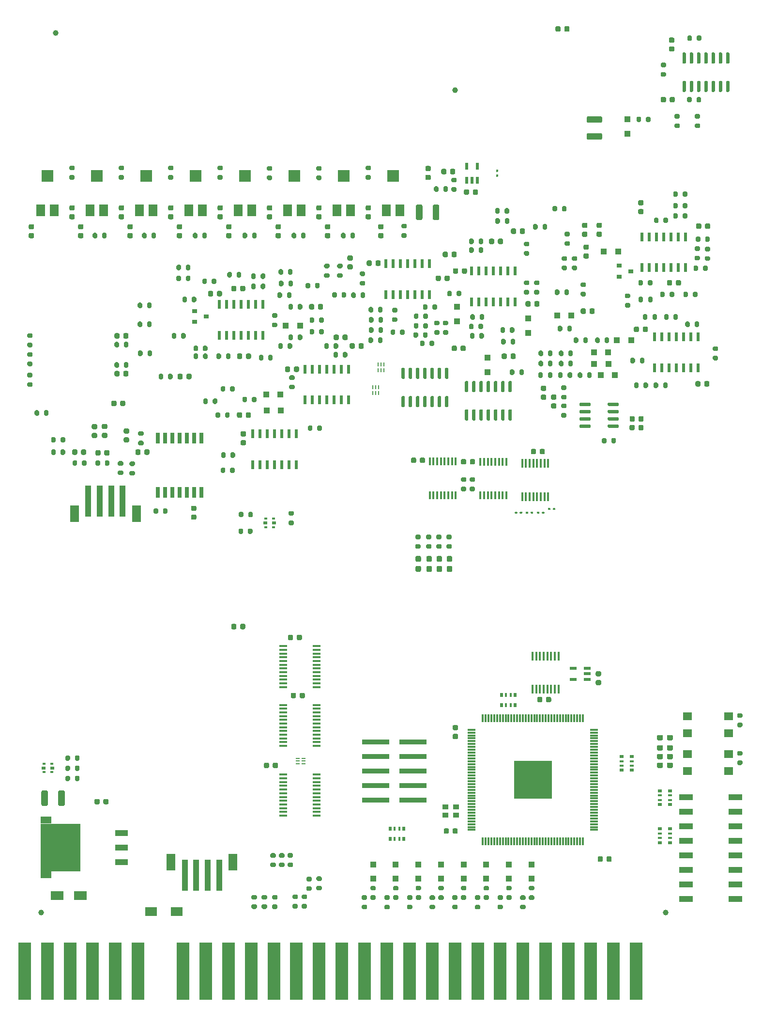
<source format=gbr>
%TF.GenerationSoftware,KiCad,Pcbnew,(5.1.9)-1*%
%TF.CreationDate,2021-07-10T01:48:30+09:00*%
%TF.ProjectId,invader-haichigae,696e7661-6465-4722-9d68-616963686967,rev?*%
%TF.SameCoordinates,Original*%
%TF.FileFunction,Paste,Top*%
%TF.FilePolarity,Positive*%
%FSLAX46Y46*%
G04 Gerber Fmt 4.6, Leading zero omitted, Abs format (unit mm)*
G04 Created by KiCad (PCBNEW (5.1.9)-1) date 2021-07-10 01:48:30*
%MOMM*%
%LPD*%
G01*
G04 APERTURE LIST*
%ADD10C,1.000000*%
%ADD11R,2.300000X10.000000*%
%ADD12R,0.550000X0.400000*%
%ADD13R,0.700000X0.500000*%
%ADD14R,0.750000X0.250000*%
%ADD15R,1.475000X0.450000*%
%ADD16R,1.600000X3.000000*%
%ADD17R,1.000000X5.500000*%
%ADD18R,0.450000X1.500000*%
%ADD19R,0.600000X1.200000*%
%ADD20R,1.200000X0.600000*%
%ADD21R,0.450000X1.475000*%
%ADD22R,0.250000X0.750000*%
%ADD23R,0.650000X1.954000*%
%ADD24R,0.600000X1.500000*%
%ADD25R,1.000000X1.000000*%
%ADD26R,1.600000X1.400000*%
%ADD27R,1.600000X2.000000*%
%ADD28R,2.000000X2.000000*%
%ADD29R,2.150000X1.550000*%
%ADD30R,2.200000X1.550000*%
%ADD31R,0.900000X0.800000*%
%ADD32R,0.800000X0.500000*%
%ADD33R,0.800000X0.400000*%
%ADD34R,2.440000X1.120000*%
%ADD35R,1.050000X0.950000*%
%ADD36R,0.500000X0.800000*%
%ADD37R,0.400000X0.800000*%
%ADD38R,4.800000X0.890000*%
%ADD39R,2.160000X1.070000*%
%ADD40R,7.000000X8.330000*%
%ADD41R,1.910000X1.235000*%
%ADD42R,6.610000X6.610000*%
%ADD43R,0.300000X1.475000*%
%ADD44R,1.475000X0.300000*%
G04 APERTURE END LIST*
D10*
%TO.C,TP7*%
X43180000Y-174150000D03*
%TD*%
%TO.C,TP8*%
X152400000Y-174150000D03*
%TD*%
%TO.C,TP5*%
X45720000Y-20480000D03*
%TD*%
%TO.C,TP6*%
X115570000Y-30480000D03*
%TD*%
D11*
%TO.C,JAMMA1*%
X40322500Y-184340500D03*
X44282500Y-184340500D03*
X48242500Y-184340500D03*
X52202500Y-184340500D03*
X56162500Y-184340500D03*
X60122500Y-184340500D03*
X68042500Y-184340500D03*
X72002500Y-184340500D03*
X75962500Y-184340500D03*
X79922500Y-184340500D03*
X83882500Y-184340500D03*
X87842500Y-184340500D03*
X91802500Y-184340500D03*
X95762500Y-184340500D03*
X99722500Y-184340500D03*
X103682500Y-184340500D03*
X107642500Y-184340500D03*
X111602500Y-184340500D03*
X115562500Y-184340500D03*
X119522500Y-184340500D03*
X123482500Y-184340500D03*
X127442500Y-184340500D03*
X131402500Y-184340500D03*
X143282500Y-184340500D03*
X147242500Y-184340500D03*
X135362500Y-184340500D03*
X139322500Y-184340500D03*
%TD*%
%TO.C,R50*%
G36*
G01*
X86656500Y-105644500D02*
X87206500Y-105644500D01*
G75*
G02*
X87406500Y-105844500I0J-200000D01*
G01*
X87406500Y-106244500D01*
G75*
G02*
X87206500Y-106444500I-200000J0D01*
G01*
X86656500Y-106444500D01*
G75*
G02*
X86456500Y-106244500I0J200000D01*
G01*
X86456500Y-105844500D01*
G75*
G02*
X86656500Y-105644500I200000J0D01*
G01*
G37*
G36*
G01*
X86656500Y-103994500D02*
X87206500Y-103994500D01*
G75*
G02*
X87406500Y-104194500I0J-200000D01*
G01*
X87406500Y-104594500D01*
G75*
G02*
X87206500Y-104794500I-200000J0D01*
G01*
X86656500Y-104794500D01*
G75*
G02*
X86456500Y-104594500I0J200000D01*
G01*
X86456500Y-104194500D01*
G75*
G02*
X86656500Y-103994500I200000J0D01*
G01*
G37*
%TD*%
%TO.C,R49*%
G36*
G01*
X79355000Y-107780500D02*
X79355000Y-107230500D01*
G75*
G02*
X79555000Y-107030500I200000J0D01*
G01*
X79955000Y-107030500D01*
G75*
G02*
X80155000Y-107230500I0J-200000D01*
G01*
X80155000Y-107780500D01*
G75*
G02*
X79955000Y-107980500I-200000J0D01*
G01*
X79555000Y-107980500D01*
G75*
G02*
X79355000Y-107780500I0J200000D01*
G01*
G37*
G36*
G01*
X77705000Y-107780500D02*
X77705000Y-107230500D01*
G75*
G02*
X77905000Y-107030500I200000J0D01*
G01*
X78305000Y-107030500D01*
G75*
G02*
X78505000Y-107230500I0J-200000D01*
G01*
X78505000Y-107780500D01*
G75*
G02*
X78305000Y-107980500I-200000J0D01*
G01*
X77905000Y-107980500D01*
G75*
G02*
X77705000Y-107780500I0J200000D01*
G01*
G37*
%TD*%
%TO.C,R48*%
G36*
G01*
X79418500Y-104859500D02*
X79418500Y-104309500D01*
G75*
G02*
X79618500Y-104109500I200000J0D01*
G01*
X80018500Y-104109500D01*
G75*
G02*
X80218500Y-104309500I0J-200000D01*
G01*
X80218500Y-104859500D01*
G75*
G02*
X80018500Y-105059500I-200000J0D01*
G01*
X79618500Y-105059500D01*
G75*
G02*
X79418500Y-104859500I0J200000D01*
G01*
G37*
G36*
G01*
X77768500Y-104859500D02*
X77768500Y-104309500D01*
G75*
G02*
X77968500Y-104109500I200000J0D01*
G01*
X78368500Y-104109500D01*
G75*
G02*
X78568500Y-104309500I0J-200000D01*
G01*
X78568500Y-104859500D01*
G75*
G02*
X78368500Y-105059500I-200000J0D01*
G01*
X77968500Y-105059500D01*
G75*
G02*
X77768500Y-104859500I0J200000D01*
G01*
G37*
%TD*%
D12*
%TO.C,LED2*%
X83838500Y-105333500D03*
X82488500Y-105333500D03*
D13*
X83913500Y-106058500D03*
X82413500Y-106058500D03*
D12*
X83838500Y-106783500D03*
X82488500Y-106783500D03*
%TD*%
%TO.C,R47*%
G36*
G01*
X87355000Y-172637000D02*
X87905000Y-172637000D01*
G75*
G02*
X88105000Y-172837000I0J-200000D01*
G01*
X88105000Y-173237000D01*
G75*
G02*
X87905000Y-173437000I-200000J0D01*
G01*
X87355000Y-173437000D01*
G75*
G02*
X87155000Y-173237000I0J200000D01*
G01*
X87155000Y-172837000D01*
G75*
G02*
X87355000Y-172637000I200000J0D01*
G01*
G37*
G36*
G01*
X87355000Y-170987000D02*
X87905000Y-170987000D01*
G75*
G02*
X88105000Y-171187000I0J-200000D01*
G01*
X88105000Y-171587000D01*
G75*
G02*
X87905000Y-171787000I-200000J0D01*
G01*
X87355000Y-171787000D01*
G75*
G02*
X87155000Y-171587000I0J200000D01*
G01*
X87155000Y-171187000D01*
G75*
G02*
X87355000Y-170987000I200000J0D01*
G01*
G37*
%TD*%
%TO.C,R46*%
G36*
G01*
X84031500Y-164547500D02*
X83481500Y-164547500D01*
G75*
G02*
X83281500Y-164347500I0J200000D01*
G01*
X83281500Y-163947500D01*
G75*
G02*
X83481500Y-163747500I200000J0D01*
G01*
X84031500Y-163747500D01*
G75*
G02*
X84231500Y-163947500I0J-200000D01*
G01*
X84231500Y-164347500D01*
G75*
G02*
X84031500Y-164547500I-200000J0D01*
G01*
G37*
G36*
G01*
X84031500Y-166197500D02*
X83481500Y-166197500D01*
G75*
G02*
X83281500Y-165997500I0J200000D01*
G01*
X83281500Y-165597500D01*
G75*
G02*
X83481500Y-165397500I200000J0D01*
G01*
X84031500Y-165397500D01*
G75*
G02*
X84231500Y-165597500I0J-200000D01*
G01*
X84231500Y-165997500D01*
G75*
G02*
X84031500Y-166197500I-200000J0D01*
G01*
G37*
%TD*%
%TO.C,R45*%
G36*
G01*
X85555500Y-164548000D02*
X85005500Y-164548000D01*
G75*
G02*
X84805500Y-164348000I0J200000D01*
G01*
X84805500Y-163948000D01*
G75*
G02*
X85005500Y-163748000I200000J0D01*
G01*
X85555500Y-163748000D01*
G75*
G02*
X85755500Y-163948000I0J-200000D01*
G01*
X85755500Y-164348000D01*
G75*
G02*
X85555500Y-164548000I-200000J0D01*
G01*
G37*
G36*
G01*
X85555500Y-166198000D02*
X85005500Y-166198000D01*
G75*
G02*
X84805500Y-165998000I0J200000D01*
G01*
X84805500Y-165598000D01*
G75*
G02*
X85005500Y-165398000I200000J0D01*
G01*
X85555500Y-165398000D01*
G75*
G02*
X85755500Y-165598000I0J-200000D01*
G01*
X85755500Y-165998000D01*
G75*
G02*
X85555500Y-166198000I-200000J0D01*
G01*
G37*
%TD*%
%TO.C,R44*%
G36*
G01*
X80179500Y-172700000D02*
X80729500Y-172700000D01*
G75*
G02*
X80929500Y-172900000I0J-200000D01*
G01*
X80929500Y-173300000D01*
G75*
G02*
X80729500Y-173500000I-200000J0D01*
G01*
X80179500Y-173500000D01*
G75*
G02*
X79979500Y-173300000I0J200000D01*
G01*
X79979500Y-172900000D01*
G75*
G02*
X80179500Y-172700000I200000J0D01*
G01*
G37*
G36*
G01*
X80179500Y-171050000D02*
X80729500Y-171050000D01*
G75*
G02*
X80929500Y-171250000I0J-200000D01*
G01*
X80929500Y-171650000D01*
G75*
G02*
X80729500Y-171850000I-200000J0D01*
G01*
X80179500Y-171850000D01*
G75*
G02*
X79979500Y-171650000I0J200000D01*
G01*
X79979500Y-171250000D01*
G75*
G02*
X80179500Y-171050000I200000J0D01*
G01*
G37*
%TD*%
%TO.C,R43*%
G36*
G01*
X81957500Y-172701000D02*
X82507500Y-172701000D01*
G75*
G02*
X82707500Y-172901000I0J-200000D01*
G01*
X82707500Y-173301000D01*
G75*
G02*
X82507500Y-173501000I-200000J0D01*
G01*
X81957500Y-173501000D01*
G75*
G02*
X81757500Y-173301000I0J200000D01*
G01*
X81757500Y-172901000D01*
G75*
G02*
X81957500Y-172701000I200000J0D01*
G01*
G37*
G36*
G01*
X81957500Y-171051000D02*
X82507500Y-171051000D01*
G75*
G02*
X82707500Y-171251000I0J-200000D01*
G01*
X82707500Y-171651000D01*
G75*
G02*
X82507500Y-171851000I-200000J0D01*
G01*
X81957500Y-171851000D01*
G75*
G02*
X81757500Y-171651000I0J200000D01*
G01*
X81757500Y-171251000D01*
G75*
G02*
X81957500Y-171051000I200000J0D01*
G01*
G37*
%TD*%
%TO.C,R38*%
G36*
G01*
X132667000Y-103722000D02*
X132667000Y-103542000D01*
G75*
G02*
X132757000Y-103452000I90000J0D01*
G01*
X133035000Y-103452000D01*
G75*
G02*
X133125000Y-103542000I0J-90000D01*
G01*
X133125000Y-103722000D01*
G75*
G02*
X133035000Y-103812000I-90000J0D01*
G01*
X132757000Y-103812000D01*
G75*
G02*
X132667000Y-103722000I0J90000D01*
G01*
G37*
G36*
G01*
X131802000Y-103722000D02*
X131802000Y-103542000D01*
G75*
G02*
X131892000Y-103452000I90000J0D01*
G01*
X132170000Y-103452000D01*
G75*
G02*
X132260000Y-103542000I0J-90000D01*
G01*
X132260000Y-103722000D01*
G75*
G02*
X132170000Y-103812000I-90000J0D01*
G01*
X131892000Y-103812000D01*
G75*
G02*
X131802000Y-103722000I0J90000D01*
G01*
G37*
%TD*%
%TO.C,R37*%
G36*
G01*
X122840920Y-45158920D02*
X123020920Y-45158920D01*
G75*
G02*
X123110920Y-45248920I0J-90000D01*
G01*
X123110920Y-45526920D01*
G75*
G02*
X123020920Y-45616920I-90000J0D01*
G01*
X122840920Y-45616920D01*
G75*
G02*
X122750920Y-45526920I0J90000D01*
G01*
X122750920Y-45248920D01*
G75*
G02*
X122840920Y-45158920I90000J0D01*
G01*
G37*
G36*
G01*
X122840920Y-44293920D02*
X123020920Y-44293920D01*
G75*
G02*
X123110920Y-44383920I0J-90000D01*
G01*
X123110920Y-44661920D01*
G75*
G02*
X123020920Y-44751920I-90000J0D01*
G01*
X122840920Y-44751920D01*
G75*
G02*
X122750920Y-44661920I0J90000D01*
G01*
X122750920Y-44383920D01*
G75*
G02*
X122840920Y-44293920I90000J0D01*
G01*
G37*
%TD*%
%TO.C,R36*%
G36*
G01*
X130355000Y-104177000D02*
X130355000Y-104357000D01*
G75*
G02*
X130265000Y-104447000I-90000J0D01*
G01*
X129987000Y-104447000D01*
G75*
G02*
X129897000Y-104357000I0J90000D01*
G01*
X129897000Y-104177000D01*
G75*
G02*
X129987000Y-104087000I90000J0D01*
G01*
X130265000Y-104087000D01*
G75*
G02*
X130355000Y-104177000I0J-90000D01*
G01*
G37*
G36*
G01*
X131220000Y-104177000D02*
X131220000Y-104357000D01*
G75*
G02*
X131130000Y-104447000I-90000J0D01*
G01*
X130852000Y-104447000D01*
G75*
G02*
X130762000Y-104357000I0J90000D01*
G01*
X130762000Y-104177000D01*
G75*
G02*
X130852000Y-104087000I90000J0D01*
G01*
X131130000Y-104087000D01*
G75*
G02*
X131220000Y-104177000I0J-90000D01*
G01*
G37*
%TD*%
%TO.C,R35*%
G36*
G01*
X128788500Y-104357000D02*
X128788500Y-104177000D01*
G75*
G02*
X128878500Y-104087000I90000J0D01*
G01*
X129156500Y-104087000D01*
G75*
G02*
X129246500Y-104177000I0J-90000D01*
G01*
X129246500Y-104357000D01*
G75*
G02*
X129156500Y-104447000I-90000J0D01*
G01*
X128878500Y-104447000D01*
G75*
G02*
X128788500Y-104357000I0J90000D01*
G01*
G37*
G36*
G01*
X127923500Y-104357000D02*
X127923500Y-104177000D01*
G75*
G02*
X128013500Y-104087000I90000J0D01*
G01*
X128291500Y-104087000D01*
G75*
G02*
X128381500Y-104177000I0J-90000D01*
G01*
X128381500Y-104357000D01*
G75*
G02*
X128291500Y-104447000I-90000J0D01*
G01*
X128013500Y-104447000D01*
G75*
G02*
X127923500Y-104357000I0J90000D01*
G01*
G37*
%TD*%
%TO.C,R32*%
G36*
G01*
X126476500Y-104177000D02*
X126476500Y-104357000D01*
G75*
G02*
X126386500Y-104447000I-90000J0D01*
G01*
X126108500Y-104447000D01*
G75*
G02*
X126018500Y-104357000I0J90000D01*
G01*
X126018500Y-104177000D01*
G75*
G02*
X126108500Y-104087000I90000J0D01*
G01*
X126386500Y-104087000D01*
G75*
G02*
X126476500Y-104177000I0J-90000D01*
G01*
G37*
G36*
G01*
X127341500Y-104177000D02*
X127341500Y-104357000D01*
G75*
G02*
X127251500Y-104447000I-90000J0D01*
G01*
X126973500Y-104447000D01*
G75*
G02*
X126883500Y-104357000I0J90000D01*
G01*
X126883500Y-104177000D01*
G75*
G02*
X126973500Y-104087000I90000J0D01*
G01*
X127251500Y-104087000D01*
G75*
G02*
X127341500Y-104177000I0J-90000D01*
G01*
G37*
%TD*%
%TO.C,D20*%
G36*
G01*
X114842300Y-112869200D02*
X114367300Y-112869200D01*
G75*
G02*
X114129800Y-112631700I0J237500D01*
G01*
X114129800Y-112056700D01*
G75*
G02*
X114367300Y-111819200I237500J0D01*
G01*
X114842300Y-111819200D01*
G75*
G02*
X115079800Y-112056700I0J-237500D01*
G01*
X115079800Y-112631700D01*
G75*
G02*
X114842300Y-112869200I-237500J0D01*
G01*
G37*
G36*
G01*
X114842300Y-114619200D02*
X114367300Y-114619200D01*
G75*
G02*
X114129800Y-114381700I0J237500D01*
G01*
X114129800Y-113806700D01*
G75*
G02*
X114367300Y-113569200I237500J0D01*
G01*
X114842300Y-113569200D01*
G75*
G02*
X115079800Y-113806700I0J-237500D01*
G01*
X115079800Y-114381700D01*
G75*
G02*
X114842300Y-114619200I-237500J0D01*
G01*
G37*
%TD*%
%TO.C,D19*%
G36*
G01*
X113064300Y-112869200D02*
X112589300Y-112869200D01*
G75*
G02*
X112351800Y-112631700I0J237500D01*
G01*
X112351800Y-112056700D01*
G75*
G02*
X112589300Y-111819200I237500J0D01*
G01*
X113064300Y-111819200D01*
G75*
G02*
X113301800Y-112056700I0J-237500D01*
G01*
X113301800Y-112631700D01*
G75*
G02*
X113064300Y-112869200I-237500J0D01*
G01*
G37*
G36*
G01*
X113064300Y-114619200D02*
X112589300Y-114619200D01*
G75*
G02*
X112351800Y-114381700I0J237500D01*
G01*
X112351800Y-113806700D01*
G75*
G02*
X112589300Y-113569200I237500J0D01*
G01*
X113064300Y-113569200D01*
G75*
G02*
X113301800Y-113806700I0J-237500D01*
G01*
X113301800Y-114381700D01*
G75*
G02*
X113064300Y-114619200I-237500J0D01*
G01*
G37*
%TD*%
%TO.C,D18*%
G36*
G01*
X111286300Y-112869200D02*
X110811300Y-112869200D01*
G75*
G02*
X110573800Y-112631700I0J237500D01*
G01*
X110573800Y-112056700D01*
G75*
G02*
X110811300Y-111819200I237500J0D01*
G01*
X111286300Y-111819200D01*
G75*
G02*
X111523800Y-112056700I0J-237500D01*
G01*
X111523800Y-112631700D01*
G75*
G02*
X111286300Y-112869200I-237500J0D01*
G01*
G37*
G36*
G01*
X111286300Y-114619200D02*
X110811300Y-114619200D01*
G75*
G02*
X110573800Y-114381700I0J237500D01*
G01*
X110573800Y-113806700D01*
G75*
G02*
X110811300Y-113569200I237500J0D01*
G01*
X111286300Y-113569200D01*
G75*
G02*
X111523800Y-113806700I0J-237500D01*
G01*
X111523800Y-114381700D01*
G75*
G02*
X111286300Y-114619200I-237500J0D01*
G01*
G37*
%TD*%
%TO.C,D17*%
G36*
G01*
X109381300Y-112869200D02*
X108906300Y-112869200D01*
G75*
G02*
X108668800Y-112631700I0J237500D01*
G01*
X108668800Y-112056700D01*
G75*
G02*
X108906300Y-111819200I237500J0D01*
G01*
X109381300Y-111819200D01*
G75*
G02*
X109618800Y-112056700I0J-237500D01*
G01*
X109618800Y-112631700D01*
G75*
G02*
X109381300Y-112869200I-237500J0D01*
G01*
G37*
G36*
G01*
X109381300Y-114619200D02*
X108906300Y-114619200D01*
G75*
G02*
X108668800Y-114381700I0J237500D01*
G01*
X108668800Y-113806700D01*
G75*
G02*
X108906300Y-113569200I237500J0D01*
G01*
X109381300Y-113569200D01*
G75*
G02*
X109618800Y-113806700I0J-237500D01*
G01*
X109618800Y-114381700D01*
G75*
G02*
X109381300Y-114619200I-237500J0D01*
G01*
G37*
%TD*%
%TO.C,R42*%
G36*
G01*
X114279000Y-109772000D02*
X114829000Y-109772000D01*
G75*
G02*
X115029000Y-109972000I0J-200000D01*
G01*
X115029000Y-110372000D01*
G75*
G02*
X114829000Y-110572000I-200000J0D01*
G01*
X114279000Y-110572000D01*
G75*
G02*
X114079000Y-110372000I0J200000D01*
G01*
X114079000Y-109972000D01*
G75*
G02*
X114279000Y-109772000I200000J0D01*
G01*
G37*
G36*
G01*
X114279000Y-108122000D02*
X114829000Y-108122000D01*
G75*
G02*
X115029000Y-108322000I0J-200000D01*
G01*
X115029000Y-108722000D01*
G75*
G02*
X114829000Y-108922000I-200000J0D01*
G01*
X114279000Y-108922000D01*
G75*
G02*
X114079000Y-108722000I0J200000D01*
G01*
X114079000Y-108322000D01*
G75*
G02*
X114279000Y-108122000I200000J0D01*
G01*
G37*
%TD*%
%TO.C,R41*%
G36*
G01*
X112501000Y-109772000D02*
X113051000Y-109772000D01*
G75*
G02*
X113251000Y-109972000I0J-200000D01*
G01*
X113251000Y-110372000D01*
G75*
G02*
X113051000Y-110572000I-200000J0D01*
G01*
X112501000Y-110572000D01*
G75*
G02*
X112301000Y-110372000I0J200000D01*
G01*
X112301000Y-109972000D01*
G75*
G02*
X112501000Y-109772000I200000J0D01*
G01*
G37*
G36*
G01*
X112501000Y-108122000D02*
X113051000Y-108122000D01*
G75*
G02*
X113251000Y-108322000I0J-200000D01*
G01*
X113251000Y-108722000D01*
G75*
G02*
X113051000Y-108922000I-200000J0D01*
G01*
X112501000Y-108922000D01*
G75*
G02*
X112301000Y-108722000I0J200000D01*
G01*
X112301000Y-108322000D01*
G75*
G02*
X112501000Y-108122000I200000J0D01*
G01*
G37*
%TD*%
%TO.C,R40*%
G36*
G01*
X110723000Y-109772000D02*
X111273000Y-109772000D01*
G75*
G02*
X111473000Y-109972000I0J-200000D01*
G01*
X111473000Y-110372000D01*
G75*
G02*
X111273000Y-110572000I-200000J0D01*
G01*
X110723000Y-110572000D01*
G75*
G02*
X110523000Y-110372000I0J200000D01*
G01*
X110523000Y-109972000D01*
G75*
G02*
X110723000Y-109772000I200000J0D01*
G01*
G37*
G36*
G01*
X110723000Y-108122000D02*
X111273000Y-108122000D01*
G75*
G02*
X111473000Y-108322000I0J-200000D01*
G01*
X111473000Y-108722000D01*
G75*
G02*
X111273000Y-108922000I-200000J0D01*
G01*
X110723000Y-108922000D01*
G75*
G02*
X110523000Y-108722000I0J200000D01*
G01*
X110523000Y-108322000D01*
G75*
G02*
X110723000Y-108122000I200000J0D01*
G01*
G37*
%TD*%
%TO.C,R39*%
G36*
G01*
X108818000Y-109772000D02*
X109368000Y-109772000D01*
G75*
G02*
X109568000Y-109972000I0J-200000D01*
G01*
X109568000Y-110372000D01*
G75*
G02*
X109368000Y-110572000I-200000J0D01*
G01*
X108818000Y-110572000D01*
G75*
G02*
X108618000Y-110372000I0J200000D01*
G01*
X108618000Y-109972000D01*
G75*
G02*
X108818000Y-109772000I200000J0D01*
G01*
G37*
G36*
G01*
X108818000Y-108122000D02*
X109368000Y-108122000D01*
G75*
G02*
X109568000Y-108322000I0J-200000D01*
G01*
X109568000Y-108722000D01*
G75*
G02*
X109368000Y-108922000I-200000J0D01*
G01*
X108818000Y-108922000D01*
G75*
G02*
X108618000Y-108722000I0J200000D01*
G01*
X108618000Y-108322000D01*
G75*
G02*
X108818000Y-108122000I200000J0D01*
G01*
G37*
%TD*%
%TO.C,C17*%
G36*
G01*
X118689000Y-48510000D02*
X118689000Y-48010000D01*
G75*
G02*
X118914000Y-47785000I225000J0D01*
G01*
X119364000Y-47785000D01*
G75*
G02*
X119589000Y-48010000I0J-225000D01*
G01*
X119589000Y-48510000D01*
G75*
G02*
X119364000Y-48735000I-225000J0D01*
G01*
X118914000Y-48735000D01*
G75*
G02*
X118689000Y-48510000I0J225000D01*
G01*
G37*
G36*
G01*
X117139000Y-48510000D02*
X117139000Y-48010000D01*
G75*
G02*
X117364000Y-47785000I225000J0D01*
G01*
X117814000Y-47785000D01*
G75*
G02*
X118039000Y-48010000I0J-225000D01*
G01*
X118039000Y-48510000D01*
G75*
G02*
X117814000Y-48735000I-225000J0D01*
G01*
X117364000Y-48735000D01*
G75*
G02*
X117139000Y-48510000I0J225000D01*
G01*
G37*
%TD*%
%TO.C,C16*%
G36*
G01*
X130386000Y-93849000D02*
X130386000Y-93349000D01*
G75*
G02*
X130611000Y-93124000I225000J0D01*
G01*
X131061000Y-93124000D01*
G75*
G02*
X131286000Y-93349000I0J-225000D01*
G01*
X131286000Y-93849000D01*
G75*
G02*
X131061000Y-94074000I-225000J0D01*
G01*
X130611000Y-94074000D01*
G75*
G02*
X130386000Y-93849000I0J225000D01*
G01*
G37*
G36*
G01*
X128836000Y-93849000D02*
X128836000Y-93349000D01*
G75*
G02*
X129061000Y-93124000I225000J0D01*
G01*
X129511000Y-93124000D01*
G75*
G02*
X129736000Y-93349000I0J-225000D01*
G01*
X129736000Y-93849000D01*
G75*
G02*
X129511000Y-94074000I-225000J0D01*
G01*
X129061000Y-94074000D01*
G75*
G02*
X128836000Y-93849000I0J225000D01*
G01*
G37*
%TD*%
%TO.C,CU6*%
G36*
G01*
X73271500Y-65751900D02*
X73271500Y-66251900D01*
G75*
G02*
X73046500Y-66476900I-225000J0D01*
G01*
X72596500Y-66476900D01*
G75*
G02*
X72371500Y-66251900I0J225000D01*
G01*
X72371500Y-65751900D01*
G75*
G02*
X72596500Y-65526900I225000J0D01*
G01*
X73046500Y-65526900D01*
G75*
G02*
X73271500Y-65751900I0J-225000D01*
G01*
G37*
G36*
G01*
X74821500Y-65751900D02*
X74821500Y-66251900D01*
G75*
G02*
X74596500Y-66476900I-225000J0D01*
G01*
X74146500Y-66476900D01*
G75*
G02*
X73921500Y-66251900I0J225000D01*
G01*
X73921500Y-65751900D01*
G75*
G02*
X74146500Y-65526900I225000J0D01*
G01*
X74596500Y-65526900D01*
G75*
G02*
X74821500Y-65751900I0J-225000D01*
G01*
G37*
%TD*%
%TO.C,R964*%
G36*
G01*
X65296500Y-103699900D02*
X65296500Y-104249900D01*
G75*
G02*
X65096500Y-104449900I-200000J0D01*
G01*
X64696500Y-104449900D01*
G75*
G02*
X64496500Y-104249900I0J200000D01*
G01*
X64496500Y-103699900D01*
G75*
G02*
X64696500Y-103499900I200000J0D01*
G01*
X65096500Y-103499900D01*
G75*
G02*
X65296500Y-103699900I0J-200000D01*
G01*
G37*
G36*
G01*
X63646500Y-103699900D02*
X63646500Y-104249900D01*
G75*
G02*
X63446500Y-104449900I-200000J0D01*
G01*
X63046500Y-104449900D01*
G75*
G02*
X62846500Y-104249900I0J200000D01*
G01*
X62846500Y-103699900D01*
G75*
G02*
X63046500Y-103499900I200000J0D01*
G01*
X63446500Y-103499900D01*
G75*
G02*
X63646500Y-103699900I0J-200000D01*
G01*
G37*
%TD*%
%TO.C,C15*%
G36*
G01*
X83050500Y-148174900D02*
X83050500Y-148674900D01*
G75*
G02*
X82825500Y-148899900I-225000J0D01*
G01*
X82375500Y-148899900D01*
G75*
G02*
X82150500Y-148674900I0J225000D01*
G01*
X82150500Y-148174900D01*
G75*
G02*
X82375500Y-147949900I225000J0D01*
G01*
X82825500Y-147949900D01*
G75*
G02*
X83050500Y-148174900I0J-225000D01*
G01*
G37*
G36*
G01*
X84600500Y-148174900D02*
X84600500Y-148674900D01*
G75*
G02*
X84375500Y-148899900I-225000J0D01*
G01*
X83925500Y-148899900D01*
G75*
G02*
X83700500Y-148674900I0J225000D01*
G01*
X83700500Y-148174900D01*
G75*
G02*
X83925500Y-147949900I225000J0D01*
G01*
X84375500Y-147949900D01*
G75*
G02*
X84600500Y-148174900I0J-225000D01*
G01*
G37*
%TD*%
%TO.C,C14*%
G36*
G01*
X88412500Y-136457500D02*
X88412500Y-135957500D01*
G75*
G02*
X88637500Y-135732500I225000J0D01*
G01*
X89087500Y-135732500D01*
G75*
G02*
X89312500Y-135957500I0J-225000D01*
G01*
X89312500Y-136457500D01*
G75*
G02*
X89087500Y-136682500I-225000J0D01*
G01*
X88637500Y-136682500D01*
G75*
G02*
X88412500Y-136457500I0J225000D01*
G01*
G37*
G36*
G01*
X86862500Y-136457500D02*
X86862500Y-135957500D01*
G75*
G02*
X87087500Y-135732500I225000J0D01*
G01*
X87537500Y-135732500D01*
G75*
G02*
X87762500Y-135957500I0J-225000D01*
G01*
X87762500Y-136457500D01*
G75*
G02*
X87537500Y-136682500I-225000J0D01*
G01*
X87087500Y-136682500D01*
G75*
G02*
X86862500Y-136457500I0J225000D01*
G01*
G37*
%TD*%
%TO.C,C11*%
G36*
G01*
X87904500Y-126322900D02*
X87904500Y-125822900D01*
G75*
G02*
X88129500Y-125597900I225000J0D01*
G01*
X88579500Y-125597900D01*
G75*
G02*
X88804500Y-125822900I0J-225000D01*
G01*
X88804500Y-126322900D01*
G75*
G02*
X88579500Y-126547900I-225000J0D01*
G01*
X88129500Y-126547900D01*
G75*
G02*
X87904500Y-126322900I0J225000D01*
G01*
G37*
G36*
G01*
X86354500Y-126322900D02*
X86354500Y-125822900D01*
G75*
G02*
X86579500Y-125597900I225000J0D01*
G01*
X87029500Y-125597900D01*
G75*
G02*
X87254500Y-125822900I0J-225000D01*
G01*
X87254500Y-126322900D01*
G75*
G02*
X87029500Y-126547900I-225000J0D01*
G01*
X86579500Y-126547900D01*
G75*
G02*
X86354500Y-126322900I0J225000D01*
G01*
G37*
%TD*%
%TO.C,C10*%
G36*
G01*
X77998500Y-124417900D02*
X77998500Y-123917900D01*
G75*
G02*
X78223500Y-123692900I225000J0D01*
G01*
X78673500Y-123692900D01*
G75*
G02*
X78898500Y-123917900I0J-225000D01*
G01*
X78898500Y-124417900D01*
G75*
G02*
X78673500Y-124642900I-225000J0D01*
G01*
X78223500Y-124642900D01*
G75*
G02*
X77998500Y-124417900I0J225000D01*
G01*
G37*
G36*
G01*
X76448500Y-124417900D02*
X76448500Y-123917900D01*
G75*
G02*
X76673500Y-123692900I225000J0D01*
G01*
X77123500Y-123692900D01*
G75*
G02*
X77348500Y-123917900I0J-225000D01*
G01*
X77348500Y-124417900D01*
G75*
G02*
X77123500Y-124642900I-225000J0D01*
G01*
X76673500Y-124642900D01*
G75*
G02*
X76448500Y-124417900I0J225000D01*
G01*
G37*
%TD*%
D14*
%TO.C,IC12*%
X89082500Y-147162900D03*
X89082500Y-147662900D03*
X89082500Y-148162900D03*
X88082500Y-148162900D03*
X88082500Y-147662900D03*
X88082500Y-147162900D03*
%TD*%
D15*
%TO.C,IC11*%
X91393500Y-127577900D03*
X91393500Y-128227900D03*
X91393500Y-128877900D03*
X91393500Y-129527900D03*
X91393500Y-130177900D03*
X91393500Y-130827900D03*
X91393500Y-131477900D03*
X91393500Y-132127900D03*
X91393500Y-132777900D03*
X91393500Y-133427900D03*
X91393500Y-134077900D03*
X91393500Y-134727900D03*
X85517500Y-134727900D03*
X85517500Y-134077900D03*
X85517500Y-133427900D03*
X85517500Y-132777900D03*
X85517500Y-132127900D03*
X85517500Y-131477900D03*
X85517500Y-130827900D03*
X85517500Y-130177900D03*
X85517500Y-129527900D03*
X85517500Y-128877900D03*
X85517500Y-128227900D03*
X85517500Y-127577900D03*
%TD*%
%TO.C,IC10*%
X91393500Y-137864900D03*
X91393500Y-138514900D03*
X91393500Y-139164900D03*
X91393500Y-139814900D03*
X91393500Y-140464900D03*
X91393500Y-141114900D03*
X91393500Y-141764900D03*
X91393500Y-142414900D03*
X91393500Y-143064900D03*
X91393500Y-143714900D03*
X91393500Y-144364900D03*
X91393500Y-145014900D03*
X85517500Y-145014900D03*
X85517500Y-144364900D03*
X85517500Y-143714900D03*
X85517500Y-143064900D03*
X85517500Y-142414900D03*
X85517500Y-141764900D03*
X85517500Y-141114900D03*
X85517500Y-140464900D03*
X85517500Y-139814900D03*
X85517500Y-139164900D03*
X85517500Y-138514900D03*
X85517500Y-137864900D03*
%TD*%
%TO.C,IC9*%
X91410500Y-150037900D03*
X91410500Y-150687900D03*
X91410500Y-151337900D03*
X91410500Y-151987900D03*
X91410500Y-152637900D03*
X91410500Y-153287900D03*
X91410500Y-153937900D03*
X91410500Y-154587900D03*
X91410500Y-155237900D03*
X91410500Y-155887900D03*
X91410500Y-156537900D03*
X91410500Y-157187900D03*
X85534500Y-157187900D03*
X85534500Y-156537900D03*
X85534500Y-155887900D03*
X85534500Y-155237900D03*
X85534500Y-154587900D03*
X85534500Y-153937900D03*
X85534500Y-153287900D03*
X85534500Y-152637900D03*
X85534500Y-151987900D03*
X85534500Y-151337900D03*
X85534500Y-150687900D03*
X85534500Y-150037900D03*
%TD*%
%TO.C,R24*%
G36*
G01*
X91527500Y-169461500D02*
X92077500Y-169461500D01*
G75*
G02*
X92277500Y-169661500I0J-200000D01*
G01*
X92277500Y-170061500D01*
G75*
G02*
X92077500Y-170261500I-200000J0D01*
G01*
X91527500Y-170261500D01*
G75*
G02*
X91327500Y-170061500I0J200000D01*
G01*
X91327500Y-169661500D01*
G75*
G02*
X91527500Y-169461500I200000J0D01*
G01*
G37*
G36*
G01*
X91527500Y-167811500D02*
X92077500Y-167811500D01*
G75*
G02*
X92277500Y-168011500I0J-200000D01*
G01*
X92277500Y-168411500D01*
G75*
G02*
X92077500Y-168611500I-200000J0D01*
G01*
X91527500Y-168611500D01*
G75*
G02*
X91327500Y-168411500I0J200000D01*
G01*
X91327500Y-168011500D01*
G75*
G02*
X91527500Y-167811500I200000J0D01*
G01*
G37*
%TD*%
%TO.C,R23*%
G36*
G01*
X89768000Y-169526000D02*
X90318000Y-169526000D01*
G75*
G02*
X90518000Y-169726000I0J-200000D01*
G01*
X90518000Y-170126000D01*
G75*
G02*
X90318000Y-170326000I-200000J0D01*
G01*
X89768000Y-170326000D01*
G75*
G02*
X89568000Y-170126000I0J200000D01*
G01*
X89568000Y-169726000D01*
G75*
G02*
X89768000Y-169526000I200000J0D01*
G01*
G37*
G36*
G01*
X89768000Y-167876000D02*
X90318000Y-167876000D01*
G75*
G02*
X90518000Y-168076000I0J-200000D01*
G01*
X90518000Y-168476000D01*
G75*
G02*
X90318000Y-168676000I-200000J0D01*
G01*
X89768000Y-168676000D01*
G75*
G02*
X89568000Y-168476000I0J200000D01*
G01*
X89568000Y-168076000D01*
G75*
G02*
X89768000Y-167876000I200000J0D01*
G01*
G37*
%TD*%
D16*
%TO.C,J7*%
X49035500Y-104485000D03*
X59835500Y-104485000D03*
D17*
X51435500Y-102235000D03*
X53435500Y-102235000D03*
X55435500Y-102235000D03*
X57435500Y-102235000D03*
%TD*%
D16*
%TO.C,J6*%
X76726000Y-165326500D03*
X65926000Y-165326500D03*
D17*
X74326000Y-167576500D03*
X72326000Y-167576500D03*
X70326000Y-167576500D03*
X68326000Y-167576500D03*
%TD*%
%TO.C,R31*%
G36*
G01*
X118893000Y-98889000D02*
X118343000Y-98889000D01*
G75*
G02*
X118143000Y-98689000I0J200000D01*
G01*
X118143000Y-98289000D01*
G75*
G02*
X118343000Y-98089000I200000J0D01*
G01*
X118893000Y-98089000D01*
G75*
G02*
X119093000Y-98289000I0J-200000D01*
G01*
X119093000Y-98689000D01*
G75*
G02*
X118893000Y-98889000I-200000J0D01*
G01*
G37*
G36*
G01*
X118893000Y-100539000D02*
X118343000Y-100539000D01*
G75*
G02*
X118143000Y-100339000I0J200000D01*
G01*
X118143000Y-99939000D01*
G75*
G02*
X118343000Y-99739000I200000J0D01*
G01*
X118893000Y-99739000D01*
G75*
G02*
X119093000Y-99939000I0J-200000D01*
G01*
X119093000Y-100339000D01*
G75*
G02*
X118893000Y-100539000I-200000J0D01*
G01*
G37*
%TD*%
%TO.C,C8*%
G36*
G01*
X117518000Y-95127000D02*
X117518000Y-95627000D01*
G75*
G02*
X117293000Y-95852000I-225000J0D01*
G01*
X116843000Y-95852000D01*
G75*
G02*
X116618000Y-95627000I0J225000D01*
G01*
X116618000Y-95127000D01*
G75*
G02*
X116843000Y-94902000I225000J0D01*
G01*
X117293000Y-94902000D01*
G75*
G02*
X117518000Y-95127000I0J-225000D01*
G01*
G37*
G36*
G01*
X119068000Y-95127000D02*
X119068000Y-95627000D01*
G75*
G02*
X118843000Y-95852000I-225000J0D01*
G01*
X118393000Y-95852000D01*
G75*
G02*
X118168000Y-95627000I0J225000D01*
G01*
X118168000Y-95127000D01*
G75*
G02*
X118393000Y-94902000I225000J0D01*
G01*
X118843000Y-94902000D01*
G75*
G02*
X119068000Y-95127000I0J-225000D01*
G01*
G37*
%TD*%
%TO.C,C9*%
G36*
G01*
X108781000Y-94873000D02*
X108781000Y-95373000D01*
G75*
G02*
X108556000Y-95598000I-225000J0D01*
G01*
X108106000Y-95598000D01*
G75*
G02*
X107881000Y-95373000I0J225000D01*
G01*
X107881000Y-94873000D01*
G75*
G02*
X108106000Y-94648000I225000J0D01*
G01*
X108556000Y-94648000D01*
G75*
G02*
X108781000Y-94873000I0J-225000D01*
G01*
G37*
G36*
G01*
X110331000Y-94873000D02*
X110331000Y-95373000D01*
G75*
G02*
X110106000Y-95598000I-225000J0D01*
G01*
X109656000Y-95598000D01*
G75*
G02*
X109431000Y-95373000I0J225000D01*
G01*
X109431000Y-94873000D01*
G75*
G02*
X109656000Y-94648000I225000J0D01*
G01*
X110106000Y-94648000D01*
G75*
G02*
X110331000Y-94873000I0J-225000D01*
G01*
G37*
%TD*%
%TO.C,C7*%
G36*
G01*
X140902500Y-132859900D02*
X140402500Y-132859900D01*
G75*
G02*
X140177500Y-132634900I0J225000D01*
G01*
X140177500Y-132184900D01*
G75*
G02*
X140402500Y-131959900I225000J0D01*
G01*
X140902500Y-131959900D01*
G75*
G02*
X141127500Y-132184900I0J-225000D01*
G01*
X141127500Y-132634900D01*
G75*
G02*
X140902500Y-132859900I-225000J0D01*
G01*
G37*
G36*
G01*
X140902500Y-134409900D02*
X140402500Y-134409900D01*
G75*
G02*
X140177500Y-134184900I0J225000D01*
G01*
X140177500Y-133734900D01*
G75*
G02*
X140402500Y-133509900I225000J0D01*
G01*
X140902500Y-133509900D01*
G75*
G02*
X141127500Y-133734900I0J-225000D01*
G01*
X141127500Y-134184900D01*
G75*
G02*
X140902500Y-134409900I-225000J0D01*
G01*
G37*
%TD*%
D18*
%TO.C,U14*%
X127328500Y-95652000D03*
X127328500Y-101452000D03*
X127978500Y-95652000D03*
X127978500Y-101452000D03*
X128628500Y-95652000D03*
X128628500Y-101452000D03*
X129278500Y-95652000D03*
X129278500Y-101452000D03*
X129928500Y-95652000D03*
X129928500Y-101452000D03*
X130578500Y-95652000D03*
X130578500Y-101452000D03*
X131228500Y-95652000D03*
X131228500Y-101452000D03*
X131878500Y-95652000D03*
X131878500Y-101452000D03*
%TD*%
%TO.C,U13*%
X133667500Y-135120500D03*
X133667500Y-129320500D03*
X133017500Y-135120500D03*
X133017500Y-129320500D03*
X132367500Y-135120500D03*
X132367500Y-129320500D03*
X131717500Y-135120500D03*
X131717500Y-129320500D03*
X131067500Y-135120500D03*
X131067500Y-129320500D03*
X130417500Y-135120500D03*
X130417500Y-129320500D03*
X129767500Y-135120500D03*
X129767500Y-129320500D03*
X129117500Y-135120500D03*
X129117500Y-129320500D03*
%TD*%
D19*
%TO.C,U12*%
X117602000Y-43728000D03*
X119502000Y-43728000D03*
X119502000Y-46228000D03*
X118552000Y-46228000D03*
X117602000Y-46228000D03*
%TD*%
%TO.C,R28*%
G36*
G01*
X117369000Y-98889000D02*
X116819000Y-98889000D01*
G75*
G02*
X116619000Y-98689000I0J200000D01*
G01*
X116619000Y-98289000D01*
G75*
G02*
X116819000Y-98089000I200000J0D01*
G01*
X117369000Y-98089000D01*
G75*
G02*
X117569000Y-98289000I0J-200000D01*
G01*
X117569000Y-98689000D01*
G75*
G02*
X117369000Y-98889000I-200000J0D01*
G01*
G37*
G36*
G01*
X117369000Y-100539000D02*
X116819000Y-100539000D01*
G75*
G02*
X116619000Y-100339000I0J200000D01*
G01*
X116619000Y-99939000D01*
G75*
G02*
X116819000Y-99739000I200000J0D01*
G01*
X117369000Y-99739000D01*
G75*
G02*
X117569000Y-99939000I0J-200000D01*
G01*
X117569000Y-100339000D01*
G75*
G02*
X117369000Y-100539000I-200000J0D01*
G01*
G37*
%TD*%
D20*
%TO.C,IC8*%
X136227500Y-133372900D03*
X136227500Y-131472900D03*
X138727500Y-131472900D03*
X138727500Y-132422900D03*
X138727500Y-133372900D03*
%TD*%
D21*
%TO.C,IC7*%
X120015000Y-101253000D03*
X120665000Y-101253000D03*
X121315000Y-101253000D03*
X121965000Y-101253000D03*
X122615000Y-101253000D03*
X123265000Y-101253000D03*
X123915000Y-101253000D03*
X124565000Y-101253000D03*
X124565000Y-95377000D03*
X123915000Y-95377000D03*
X123265000Y-95377000D03*
X122615000Y-95377000D03*
X121965000Y-95377000D03*
X121315000Y-95377000D03*
X120665000Y-95377000D03*
X120015000Y-95377000D03*
%TD*%
%TO.C,IC5*%
X111147000Y-101219000D03*
X111797000Y-101219000D03*
X112447000Y-101219000D03*
X113097000Y-101219000D03*
X113747000Y-101219000D03*
X114397000Y-101219000D03*
X115047000Y-101219000D03*
X115697000Y-101219000D03*
X115697000Y-95343000D03*
X115047000Y-95343000D03*
X114397000Y-95343000D03*
X113747000Y-95343000D03*
X113097000Y-95343000D03*
X112447000Y-95343000D03*
X111797000Y-95343000D03*
X111147000Y-95343000D03*
%TD*%
%TO.C,C6*%
G36*
G01*
X131492500Y-137170500D02*
X131492500Y-136670500D01*
G75*
G02*
X131717500Y-136445500I225000J0D01*
G01*
X132167500Y-136445500D01*
G75*
G02*
X132392500Y-136670500I0J-225000D01*
G01*
X132392500Y-137170500D01*
G75*
G02*
X132167500Y-137395500I-225000J0D01*
G01*
X131717500Y-137395500D01*
G75*
G02*
X131492500Y-137170500I0J225000D01*
G01*
G37*
G36*
G01*
X129942500Y-137170500D02*
X129942500Y-136670500D01*
G75*
G02*
X130167500Y-136445500I225000J0D01*
G01*
X130617500Y-136445500D01*
G75*
G02*
X130842500Y-136670500I0J-225000D01*
G01*
X130842500Y-137170500D01*
G75*
G02*
X130617500Y-137395500I-225000J0D01*
G01*
X130167500Y-137395500D01*
G75*
G02*
X129942500Y-137170500I0J225000D01*
G01*
G37*
%TD*%
D22*
%TO.C,IC3*%
X102116000Y-79392400D03*
X102616000Y-79392400D03*
X103116000Y-79392400D03*
X103116000Y-78392400D03*
X102616000Y-78392400D03*
X102116000Y-78392400D03*
%TD*%
%TO.C,IC4*%
X101227000Y-83337400D03*
X101727000Y-83337400D03*
X102227000Y-83337400D03*
X102227000Y-82337400D03*
X101727000Y-82337400D03*
X101227000Y-82337400D03*
%TD*%
%TO.C,C804*%
G36*
G01*
X133138260Y-20008600D02*
X133138260Y-19508600D01*
G75*
G02*
X133363260Y-19283600I225000J0D01*
G01*
X133813260Y-19283600D01*
G75*
G02*
X134038260Y-19508600I0J-225000D01*
G01*
X134038260Y-20008600D01*
G75*
G02*
X133813260Y-20233600I-225000J0D01*
G01*
X133363260Y-20233600D01*
G75*
G02*
X133138260Y-20008600I0J225000D01*
G01*
G37*
G36*
G01*
X134688260Y-20008600D02*
X134688260Y-19508600D01*
G75*
G02*
X134913260Y-19283600I225000J0D01*
G01*
X135363260Y-19283600D01*
G75*
G02*
X135588260Y-19508600I0J-225000D01*
G01*
X135588260Y-20008600D01*
G75*
G02*
X135363260Y-20233600I-225000J0D01*
G01*
X134913260Y-20233600D01*
G75*
G02*
X134688260Y-20008600I0J225000D01*
G01*
G37*
%TD*%
%TO.C,C803*%
G36*
G01*
X153713260Y-22158600D02*
X153213260Y-22158600D01*
G75*
G02*
X152988260Y-21933600I0J225000D01*
G01*
X152988260Y-21483600D01*
G75*
G02*
X153213260Y-21258600I225000J0D01*
G01*
X153713260Y-21258600D01*
G75*
G02*
X153938260Y-21483600I0J-225000D01*
G01*
X153938260Y-21933600D01*
G75*
G02*
X153713260Y-22158600I-225000J0D01*
G01*
G37*
G36*
G01*
X153713260Y-23708600D02*
X153213260Y-23708600D01*
G75*
G02*
X152988260Y-23483600I0J225000D01*
G01*
X152988260Y-23033600D01*
G75*
G02*
X153213260Y-22808600I225000J0D01*
G01*
X153713260Y-22808600D01*
G75*
G02*
X153938260Y-23033600I0J-225000D01*
G01*
X153938260Y-23483600D01*
G75*
G02*
X153713260Y-23708600I-225000J0D01*
G01*
G37*
%TD*%
D23*
%TO.C,U11*%
X63563500Y-100720900D03*
X64833500Y-100720900D03*
X66103500Y-100720900D03*
X67373500Y-100720900D03*
X68643500Y-100720900D03*
X69913500Y-100720900D03*
X71183500Y-100720900D03*
X71183500Y-91274900D03*
X69913500Y-91274900D03*
X68643500Y-91274900D03*
X67373500Y-91274900D03*
X66103500Y-91274900D03*
X64833500Y-91274900D03*
X63563500Y-91274900D03*
%TD*%
%TO.C,R990*%
G36*
G01*
X106948260Y-56253600D02*
X106398260Y-56253600D01*
G75*
G02*
X106198260Y-56053600I0J200000D01*
G01*
X106198260Y-55653600D01*
G75*
G02*
X106398260Y-55453600I200000J0D01*
G01*
X106948260Y-55453600D01*
G75*
G02*
X107148260Y-55653600I0J-200000D01*
G01*
X107148260Y-56053600D01*
G75*
G02*
X106948260Y-56253600I-200000J0D01*
G01*
G37*
G36*
G01*
X106948260Y-54603600D02*
X106398260Y-54603600D01*
G75*
G02*
X106198260Y-54403600I0J200000D01*
G01*
X106198260Y-54003600D01*
G75*
G02*
X106398260Y-53803600I200000J0D01*
G01*
X106948260Y-53803600D01*
G75*
G02*
X107148260Y-54003600I0J-200000D01*
G01*
X107148260Y-54403600D01*
G75*
G02*
X106948260Y-54603600I-200000J0D01*
G01*
G37*
%TD*%
%TO.C,R963*%
G36*
G01*
X47389500Y-91253900D02*
X47389500Y-91803900D01*
G75*
G02*
X47189500Y-92003900I-200000J0D01*
G01*
X46789500Y-92003900D01*
G75*
G02*
X46589500Y-91803900I0J200000D01*
G01*
X46589500Y-91253900D01*
G75*
G02*
X46789500Y-91053900I200000J0D01*
G01*
X47189500Y-91053900D01*
G75*
G02*
X47389500Y-91253900I0J-200000D01*
G01*
G37*
G36*
G01*
X45739500Y-91253900D02*
X45739500Y-91803900D01*
G75*
G02*
X45539500Y-92003900I-200000J0D01*
G01*
X45139500Y-92003900D01*
G75*
G02*
X44939500Y-91803900I0J200000D01*
G01*
X44939500Y-91253900D01*
G75*
G02*
X45139500Y-91053900I200000J0D01*
G01*
X45539500Y-91053900D01*
G75*
G02*
X45739500Y-91253900I0J-200000D01*
G01*
G37*
%TD*%
%TO.C,R962*%
G36*
G01*
X57361500Y-97706900D02*
X56811500Y-97706900D01*
G75*
G02*
X56611500Y-97506900I0J200000D01*
G01*
X56611500Y-97106900D01*
G75*
G02*
X56811500Y-96906900I200000J0D01*
G01*
X57361500Y-96906900D01*
G75*
G02*
X57561500Y-97106900I0J-200000D01*
G01*
X57561500Y-97506900D01*
G75*
G02*
X57361500Y-97706900I-200000J0D01*
G01*
G37*
G36*
G01*
X57361500Y-96056900D02*
X56811500Y-96056900D01*
G75*
G02*
X56611500Y-95856900I0J200000D01*
G01*
X56611500Y-95456900D01*
G75*
G02*
X56811500Y-95256900I200000J0D01*
G01*
X57361500Y-95256900D01*
G75*
G02*
X57561500Y-95456900I0J-200000D01*
G01*
X57561500Y-95856900D01*
G75*
G02*
X57361500Y-96056900I-200000J0D01*
G01*
G37*
%TD*%
%TO.C,R961*%
G36*
G01*
X52686500Y-95867900D02*
X52686500Y-95317900D01*
G75*
G02*
X52886500Y-95117900I200000J0D01*
G01*
X53286500Y-95117900D01*
G75*
G02*
X53486500Y-95317900I0J-200000D01*
G01*
X53486500Y-95867900D01*
G75*
G02*
X53286500Y-96067900I-200000J0D01*
G01*
X52886500Y-96067900D01*
G75*
G02*
X52686500Y-95867900I0J200000D01*
G01*
G37*
G36*
G01*
X54336500Y-95867900D02*
X54336500Y-95317900D01*
G75*
G02*
X54536500Y-95117900I200000J0D01*
G01*
X54936500Y-95117900D01*
G75*
G02*
X55136500Y-95317900I0J-200000D01*
G01*
X55136500Y-95867900D01*
G75*
G02*
X54936500Y-96067900I-200000J0D01*
G01*
X54536500Y-96067900D01*
G75*
G02*
X54336500Y-95867900I0J200000D01*
G01*
G37*
%TD*%
%TO.C,R960*%
G36*
G01*
X48685500Y-95867900D02*
X48685500Y-95317900D01*
G75*
G02*
X48885500Y-95117900I200000J0D01*
G01*
X49285500Y-95117900D01*
G75*
G02*
X49485500Y-95317900I0J-200000D01*
G01*
X49485500Y-95867900D01*
G75*
G02*
X49285500Y-96067900I-200000J0D01*
G01*
X48885500Y-96067900D01*
G75*
G02*
X48685500Y-95867900I0J200000D01*
G01*
G37*
G36*
G01*
X50335500Y-95867900D02*
X50335500Y-95317900D01*
G75*
G02*
X50535500Y-95117900I200000J0D01*
G01*
X50935500Y-95117900D01*
G75*
G02*
X51135500Y-95317900I0J-200000D01*
G01*
X51135500Y-95867900D01*
G75*
G02*
X50935500Y-96067900I-200000J0D01*
G01*
X50535500Y-96067900D01*
G75*
G02*
X50335500Y-95867900I0J200000D01*
G01*
G37*
%TD*%
%TO.C,R959*%
G36*
G01*
X44939500Y-93962900D02*
X44939500Y-93412900D01*
G75*
G02*
X45139500Y-93212900I200000J0D01*
G01*
X45539500Y-93212900D01*
G75*
G02*
X45739500Y-93412900I0J-200000D01*
G01*
X45739500Y-93962900D01*
G75*
G02*
X45539500Y-94162900I-200000J0D01*
G01*
X45139500Y-94162900D01*
G75*
G02*
X44939500Y-93962900I0J200000D01*
G01*
G37*
G36*
G01*
X46589500Y-93962900D02*
X46589500Y-93412900D01*
G75*
G02*
X46789500Y-93212900I200000J0D01*
G01*
X47189500Y-93212900D01*
G75*
G02*
X47389500Y-93412900I0J-200000D01*
G01*
X47389500Y-93962900D01*
G75*
G02*
X47189500Y-94162900I-200000J0D01*
G01*
X46789500Y-94162900D01*
G75*
G02*
X46589500Y-93962900I0J200000D01*
G01*
G37*
%TD*%
%TO.C,R958*%
G36*
G01*
X59393500Y-97770900D02*
X58843500Y-97770900D01*
G75*
G02*
X58643500Y-97570900I0J200000D01*
G01*
X58643500Y-97170900D01*
G75*
G02*
X58843500Y-96970900I200000J0D01*
G01*
X59393500Y-96970900D01*
G75*
G02*
X59593500Y-97170900I0J-200000D01*
G01*
X59593500Y-97570900D01*
G75*
G02*
X59393500Y-97770900I-200000J0D01*
G01*
G37*
G36*
G01*
X59393500Y-96120900D02*
X58843500Y-96120900D01*
G75*
G02*
X58643500Y-95920900I0J200000D01*
G01*
X58643500Y-95520900D01*
G75*
G02*
X58843500Y-95320900I200000J0D01*
G01*
X59393500Y-95320900D01*
G75*
G02*
X59593500Y-95520900I0J-200000D01*
G01*
X59593500Y-95920900D01*
G75*
G02*
X59393500Y-96120900I-200000J0D01*
G01*
G37*
%TD*%
%TO.C,R957*%
G36*
G01*
X71546500Y-85072900D02*
X71546500Y-84522900D01*
G75*
G02*
X71746500Y-84322900I200000J0D01*
G01*
X72146500Y-84322900D01*
G75*
G02*
X72346500Y-84522900I0J-200000D01*
G01*
X72346500Y-85072900D01*
G75*
G02*
X72146500Y-85272900I-200000J0D01*
G01*
X71746500Y-85272900D01*
G75*
G02*
X71546500Y-85072900I0J200000D01*
G01*
G37*
G36*
G01*
X73196500Y-85072900D02*
X73196500Y-84522900D01*
G75*
G02*
X73396500Y-84322900I200000J0D01*
G01*
X73796500Y-84322900D01*
G75*
G02*
X73996500Y-84522900I0J-200000D01*
G01*
X73996500Y-85072900D01*
G75*
G02*
X73796500Y-85272900I-200000J0D01*
G01*
X73396500Y-85272900D01*
G75*
G02*
X73196500Y-85072900I0J200000D01*
G01*
G37*
%TD*%
%TO.C,R955*%
G36*
G01*
X77107500Y-93920900D02*
X77107500Y-94470900D01*
G75*
G02*
X76907500Y-94670900I-200000J0D01*
G01*
X76507500Y-94670900D01*
G75*
G02*
X76307500Y-94470900I0J200000D01*
G01*
X76307500Y-93920900D01*
G75*
G02*
X76507500Y-93720900I200000J0D01*
G01*
X76907500Y-93720900D01*
G75*
G02*
X77107500Y-93920900I0J-200000D01*
G01*
G37*
G36*
G01*
X75457500Y-93920900D02*
X75457500Y-94470900D01*
G75*
G02*
X75257500Y-94670900I-200000J0D01*
G01*
X74857500Y-94670900D01*
G75*
G02*
X74657500Y-94470900I0J200000D01*
G01*
X74657500Y-93920900D01*
G75*
G02*
X74857500Y-93720900I200000J0D01*
G01*
X75257500Y-93720900D01*
G75*
G02*
X75457500Y-93920900I0J-200000D01*
G01*
G37*
%TD*%
%TO.C,R954*%
G36*
G01*
X73704500Y-87485900D02*
X73704500Y-86935900D01*
G75*
G02*
X73904500Y-86735900I200000J0D01*
G01*
X74304500Y-86735900D01*
G75*
G02*
X74504500Y-86935900I0J-200000D01*
G01*
X74504500Y-87485900D01*
G75*
G02*
X74304500Y-87685900I-200000J0D01*
G01*
X73904500Y-87685900D01*
G75*
G02*
X73704500Y-87485900I0J200000D01*
G01*
G37*
G36*
G01*
X75354500Y-87485900D02*
X75354500Y-86935900D01*
G75*
G02*
X75554500Y-86735900I200000J0D01*
G01*
X75954500Y-86735900D01*
G75*
G02*
X76154500Y-86935900I0J-200000D01*
G01*
X76154500Y-87485900D01*
G75*
G02*
X75954500Y-87685900I-200000J0D01*
G01*
X75554500Y-87685900D01*
G75*
G02*
X75354500Y-87485900I0J200000D01*
G01*
G37*
%TD*%
%TO.C,R953*%
G36*
G01*
X78394920Y-84757840D02*
X78394920Y-84207840D01*
G75*
G02*
X78594920Y-84007840I200000J0D01*
G01*
X78994920Y-84007840D01*
G75*
G02*
X79194920Y-84207840I0J-200000D01*
G01*
X79194920Y-84757840D01*
G75*
G02*
X78994920Y-84957840I-200000J0D01*
G01*
X78594920Y-84957840D01*
G75*
G02*
X78394920Y-84757840I0J200000D01*
G01*
G37*
G36*
G01*
X80044920Y-84757840D02*
X80044920Y-84207840D01*
G75*
G02*
X80244920Y-84007840I200000J0D01*
G01*
X80644920Y-84007840D01*
G75*
G02*
X80844920Y-84207840I0J-200000D01*
G01*
X80844920Y-84757840D01*
G75*
G02*
X80644920Y-84957840I-200000J0D01*
G01*
X80244920Y-84957840D01*
G75*
G02*
X80044920Y-84757840I0J200000D01*
G01*
G37*
%TD*%
%TO.C,R952*%
G36*
G01*
X89833500Y-89771900D02*
X89833500Y-89221900D01*
G75*
G02*
X90033500Y-89021900I200000J0D01*
G01*
X90433500Y-89021900D01*
G75*
G02*
X90633500Y-89221900I0J-200000D01*
G01*
X90633500Y-89771900D01*
G75*
G02*
X90433500Y-89971900I-200000J0D01*
G01*
X90033500Y-89971900D01*
G75*
G02*
X89833500Y-89771900I0J200000D01*
G01*
G37*
G36*
G01*
X91483500Y-89771900D02*
X91483500Y-89221900D01*
G75*
G02*
X91683500Y-89021900I200000J0D01*
G01*
X92083500Y-89021900D01*
G75*
G02*
X92283500Y-89221900I0J-200000D01*
G01*
X92283500Y-89771900D01*
G75*
G02*
X92083500Y-89971900I-200000J0D01*
G01*
X91683500Y-89971900D01*
G75*
G02*
X91483500Y-89771900I0J200000D01*
G01*
G37*
%TD*%
%TO.C,R951*%
G36*
G01*
X77044500Y-96587900D02*
X77044500Y-97137900D01*
G75*
G02*
X76844500Y-97337900I-200000J0D01*
G01*
X76444500Y-97337900D01*
G75*
G02*
X76244500Y-97137900I0J200000D01*
G01*
X76244500Y-96587900D01*
G75*
G02*
X76444500Y-96387900I200000J0D01*
G01*
X76844500Y-96387900D01*
G75*
G02*
X77044500Y-96587900I0J-200000D01*
G01*
G37*
G36*
G01*
X75394500Y-96587900D02*
X75394500Y-97137900D01*
G75*
G02*
X75194500Y-97337900I-200000J0D01*
G01*
X74794500Y-97337900D01*
G75*
G02*
X74594500Y-97137900I0J200000D01*
G01*
X74594500Y-96587900D01*
G75*
G02*
X74794500Y-96387900I200000J0D01*
G01*
X75194500Y-96387900D01*
G75*
G02*
X75394500Y-96587900I0J-200000D01*
G01*
G37*
%TD*%
%TO.C,R950*%
G36*
G01*
X60367500Y-90049900D02*
X60917500Y-90049900D01*
G75*
G02*
X61117500Y-90249900I0J-200000D01*
G01*
X61117500Y-90649900D01*
G75*
G02*
X60917500Y-90849900I-200000J0D01*
G01*
X60367500Y-90849900D01*
G75*
G02*
X60167500Y-90649900I0J200000D01*
G01*
X60167500Y-90249900D01*
G75*
G02*
X60367500Y-90049900I200000J0D01*
G01*
G37*
G36*
G01*
X60367500Y-91699900D02*
X60917500Y-91699900D01*
G75*
G02*
X61117500Y-91899900I0J-200000D01*
G01*
X61117500Y-92299900D01*
G75*
G02*
X60917500Y-92499900I-200000J0D01*
G01*
X60367500Y-92499900D01*
G75*
G02*
X60167500Y-92299900I0J200000D01*
G01*
X60167500Y-91899900D01*
G75*
G02*
X60367500Y-91699900I200000J0D01*
G01*
G37*
%TD*%
%TO.C,CU11*%
G36*
G01*
X78299500Y-90049900D02*
X78799500Y-90049900D01*
G75*
G02*
X79024500Y-90274900I0J-225000D01*
G01*
X79024500Y-90724900D01*
G75*
G02*
X78799500Y-90949900I-225000J0D01*
G01*
X78299500Y-90949900D01*
G75*
G02*
X78074500Y-90724900I0J225000D01*
G01*
X78074500Y-90274900D01*
G75*
G02*
X78299500Y-90049900I225000J0D01*
G01*
G37*
G36*
G01*
X78299500Y-91599900D02*
X78799500Y-91599900D01*
G75*
G02*
X79024500Y-91824900I0J-225000D01*
G01*
X79024500Y-92274900D01*
G75*
G02*
X78799500Y-92499900I-225000J0D01*
G01*
X78299500Y-92499900D01*
G75*
G02*
X78074500Y-92274900I0J225000D01*
G01*
X78074500Y-91824900D01*
G75*
G02*
X78299500Y-91599900I225000J0D01*
G01*
G37*
%TD*%
%TO.C,CU10*%
G36*
G01*
X62134500Y-93437900D02*
X62134500Y-93937900D01*
G75*
G02*
X61909500Y-94162900I-225000J0D01*
G01*
X61459500Y-94162900D01*
G75*
G02*
X61234500Y-93937900I0J225000D01*
G01*
X61234500Y-93437900D01*
G75*
G02*
X61459500Y-93212900I225000J0D01*
G01*
X61909500Y-93212900D01*
G75*
G02*
X62134500Y-93437900I0J-225000D01*
G01*
G37*
G36*
G01*
X60584500Y-93437900D02*
X60584500Y-93937900D01*
G75*
G02*
X60359500Y-94162900I-225000J0D01*
G01*
X59909500Y-94162900D01*
G75*
G02*
X59684500Y-93937900I0J225000D01*
G01*
X59684500Y-93437900D01*
G75*
G02*
X59909500Y-93212900I225000J0D01*
G01*
X60359500Y-93212900D01*
G75*
G02*
X60584500Y-93437900I0J-225000D01*
G01*
G37*
%TD*%
%TO.C,C990*%
G36*
G01*
X102359260Y-53866600D02*
X102859260Y-53866600D01*
G75*
G02*
X103084260Y-54091600I0J-225000D01*
G01*
X103084260Y-54541600D01*
G75*
G02*
X102859260Y-54766600I-225000J0D01*
G01*
X102359260Y-54766600D01*
G75*
G02*
X102134260Y-54541600I0J225000D01*
G01*
X102134260Y-54091600D01*
G75*
G02*
X102359260Y-53866600I225000J0D01*
G01*
G37*
G36*
G01*
X102359260Y-55416600D02*
X102859260Y-55416600D01*
G75*
G02*
X103084260Y-55641600I0J-225000D01*
G01*
X103084260Y-56091600D01*
G75*
G02*
X102859260Y-56316600I-225000J0D01*
G01*
X102359260Y-56316600D01*
G75*
G02*
X102134260Y-56091600I0J225000D01*
G01*
X102134260Y-55641600D01*
G75*
G02*
X102359260Y-55416600I225000J0D01*
G01*
G37*
%TD*%
%TO.C,C955*%
G36*
G01*
X70125400Y-105504400D02*
X69625400Y-105504400D01*
G75*
G02*
X69400400Y-105279400I0J225000D01*
G01*
X69400400Y-104829400D01*
G75*
G02*
X69625400Y-104604400I225000J0D01*
G01*
X70125400Y-104604400D01*
G75*
G02*
X70350400Y-104829400I0J-225000D01*
G01*
X70350400Y-105279400D01*
G75*
G02*
X70125400Y-105504400I-225000J0D01*
G01*
G37*
G36*
G01*
X70125400Y-103954400D02*
X69625400Y-103954400D01*
G75*
G02*
X69400400Y-103729400I0J225000D01*
G01*
X69400400Y-103279400D01*
G75*
G02*
X69625400Y-103054400I225000J0D01*
G01*
X70125400Y-103054400D01*
G75*
G02*
X70350400Y-103279400I0J-225000D01*
G01*
X70350400Y-103729400D01*
G75*
G02*
X70125400Y-103954400I-225000J0D01*
G01*
G37*
%TD*%
%TO.C,C954*%
G36*
G01*
X52764500Y-91242900D02*
X52264500Y-91242900D01*
G75*
G02*
X52039500Y-91017900I0J225000D01*
G01*
X52039500Y-90567900D01*
G75*
G02*
X52264500Y-90342900I225000J0D01*
G01*
X52764500Y-90342900D01*
G75*
G02*
X52989500Y-90567900I0J-225000D01*
G01*
X52989500Y-91017900D01*
G75*
G02*
X52764500Y-91242900I-225000J0D01*
G01*
G37*
G36*
G01*
X52764500Y-89692900D02*
X52264500Y-89692900D01*
G75*
G02*
X52039500Y-89467900I0J225000D01*
G01*
X52039500Y-89017900D01*
G75*
G02*
X52264500Y-88792900I225000J0D01*
G01*
X52764500Y-88792900D01*
G75*
G02*
X52989500Y-89017900I0J-225000D01*
G01*
X52989500Y-89467900D01*
G75*
G02*
X52764500Y-89692900I-225000J0D01*
G01*
G37*
%TD*%
%TO.C,C953*%
G36*
G01*
X54542500Y-91216900D02*
X54042500Y-91216900D01*
G75*
G02*
X53817500Y-90991900I0J225000D01*
G01*
X53817500Y-90541900D01*
G75*
G02*
X54042500Y-90316900I225000J0D01*
G01*
X54542500Y-90316900D01*
G75*
G02*
X54767500Y-90541900I0J-225000D01*
G01*
X54767500Y-90991900D01*
G75*
G02*
X54542500Y-91216900I-225000J0D01*
G01*
G37*
G36*
G01*
X54542500Y-89666900D02*
X54042500Y-89666900D01*
G75*
G02*
X53817500Y-89441900I0J225000D01*
G01*
X53817500Y-88991900D01*
G75*
G02*
X54042500Y-88766900I225000J0D01*
G01*
X54542500Y-88766900D01*
G75*
G02*
X54767500Y-88991900I0J-225000D01*
G01*
X54767500Y-89441900D01*
G75*
G02*
X54542500Y-89666900I-225000J0D01*
G01*
G37*
%TD*%
%TO.C,C951*%
G36*
G01*
X77438500Y-87460900D02*
X77438500Y-86960900D01*
G75*
G02*
X77663500Y-86735900I225000J0D01*
G01*
X78113500Y-86735900D01*
G75*
G02*
X78338500Y-86960900I0J-225000D01*
G01*
X78338500Y-87460900D01*
G75*
G02*
X78113500Y-87685900I-225000J0D01*
G01*
X77663500Y-87685900D01*
G75*
G02*
X77438500Y-87460900I0J225000D01*
G01*
G37*
G36*
G01*
X78988500Y-87460900D02*
X78988500Y-86960900D01*
G75*
G02*
X79213500Y-86735900I225000J0D01*
G01*
X79663500Y-86735900D01*
G75*
G02*
X79888500Y-86960900I0J-225000D01*
G01*
X79888500Y-87460900D01*
G75*
G02*
X79663500Y-87685900I-225000J0D01*
G01*
X79213500Y-87685900D01*
G75*
G02*
X78988500Y-87460900I0J225000D01*
G01*
G37*
%TD*%
%TO.C,C950*%
G36*
G01*
X57852500Y-89554900D02*
X58352500Y-89554900D01*
G75*
G02*
X58577500Y-89779900I0J-225000D01*
G01*
X58577500Y-90229900D01*
G75*
G02*
X58352500Y-90454900I-225000J0D01*
G01*
X57852500Y-90454900D01*
G75*
G02*
X57627500Y-90229900I0J225000D01*
G01*
X57627500Y-89779900D01*
G75*
G02*
X57852500Y-89554900I225000J0D01*
G01*
G37*
G36*
G01*
X57852500Y-91104900D02*
X58352500Y-91104900D01*
G75*
G02*
X58577500Y-91329900I0J-225000D01*
G01*
X58577500Y-91779900D01*
G75*
G02*
X58352500Y-92004900I-225000J0D01*
G01*
X57852500Y-92004900D01*
G75*
G02*
X57627500Y-91779900I0J225000D01*
G01*
X57627500Y-91329900D01*
G75*
G02*
X57852500Y-91104900I225000J0D01*
G01*
G37*
%TD*%
%TO.C,CU9*%
G36*
G01*
X149300260Y-71986600D02*
X149300260Y-72486600D01*
G75*
G02*
X149075260Y-72711600I-225000J0D01*
G01*
X148625260Y-72711600D01*
G75*
G02*
X148400260Y-72486600I0J225000D01*
G01*
X148400260Y-71986600D01*
G75*
G02*
X148625260Y-71761600I225000J0D01*
G01*
X149075260Y-71761600D01*
G75*
G02*
X149300260Y-71986600I0J-225000D01*
G01*
G37*
G36*
G01*
X147750260Y-71986600D02*
X147750260Y-72486600D01*
G75*
G02*
X147525260Y-72711600I-225000J0D01*
G01*
X147075260Y-72711600D01*
G75*
G02*
X146850260Y-72486600I0J225000D01*
G01*
X146850260Y-71986600D01*
G75*
G02*
X147075260Y-71761600I225000J0D01*
G01*
X147525260Y-71761600D01*
G75*
G02*
X147750260Y-71986600I0J-225000D01*
G01*
G37*
%TD*%
%TO.C,CU7*%
G36*
G01*
X148325260Y-52125600D02*
X147825260Y-52125600D01*
G75*
G02*
X147600260Y-51900600I0J225000D01*
G01*
X147600260Y-51450600D01*
G75*
G02*
X147825260Y-51225600I225000J0D01*
G01*
X148325260Y-51225600D01*
G75*
G02*
X148550260Y-51450600I0J-225000D01*
G01*
X148550260Y-51900600D01*
G75*
G02*
X148325260Y-52125600I-225000J0D01*
G01*
G37*
G36*
G01*
X148325260Y-50575600D02*
X147825260Y-50575600D01*
G75*
G02*
X147600260Y-50350600I0J225000D01*
G01*
X147600260Y-49900600D01*
G75*
G02*
X147825260Y-49675600I225000J0D01*
G01*
X148325260Y-49675600D01*
G75*
G02*
X148550260Y-49900600I0J-225000D01*
G01*
X148550260Y-50350600D01*
G75*
G02*
X148325260Y-50575600I-225000J0D01*
G01*
G37*
%TD*%
%TO.C,CU5*%
G36*
G01*
X88296500Y-78959900D02*
X88296500Y-79459900D01*
G75*
G02*
X88071500Y-79684900I-225000J0D01*
G01*
X87621500Y-79684900D01*
G75*
G02*
X87396500Y-79459900I0J225000D01*
G01*
X87396500Y-78959900D01*
G75*
G02*
X87621500Y-78734900I225000J0D01*
G01*
X88071500Y-78734900D01*
G75*
G02*
X88296500Y-78959900I0J-225000D01*
G01*
G37*
G36*
G01*
X86746500Y-78959900D02*
X86746500Y-79459900D01*
G75*
G02*
X86521500Y-79684900I-225000J0D01*
G01*
X86071500Y-79684900D01*
G75*
G02*
X85846500Y-79459900I0J225000D01*
G01*
X85846500Y-78959900D01*
G75*
G02*
X86071500Y-78734900I225000J0D01*
G01*
X86521500Y-78734900D01*
G75*
G02*
X86746500Y-78959900I0J-225000D01*
G01*
G37*
%TD*%
%TO.C,CU3*%
G36*
G01*
X117671000Y-61789500D02*
X117671000Y-62289500D01*
G75*
G02*
X117446000Y-62514500I-225000J0D01*
G01*
X116996000Y-62514500D01*
G75*
G02*
X116771000Y-62289500I0J225000D01*
G01*
X116771000Y-61789500D01*
G75*
G02*
X116996000Y-61564500I225000J0D01*
G01*
X117446000Y-61564500D01*
G75*
G02*
X117671000Y-61789500I0J-225000D01*
G01*
G37*
G36*
G01*
X116121000Y-61789500D02*
X116121000Y-62289500D01*
G75*
G02*
X115896000Y-62514500I-225000J0D01*
G01*
X115446000Y-62514500D01*
G75*
G02*
X115221000Y-62289500I0J225000D01*
G01*
X115221000Y-61789500D01*
G75*
G02*
X115446000Y-61564500I225000J0D01*
G01*
X115896000Y-61564500D01*
G75*
G02*
X116121000Y-61789500I0J-225000D01*
G01*
G37*
%TD*%
%TO.C,CU4*%
G36*
G01*
X102577260Y-60429600D02*
X102577260Y-60929600D01*
G75*
G02*
X102352260Y-61154600I-225000J0D01*
G01*
X101902260Y-61154600D01*
G75*
G02*
X101677260Y-60929600I0J225000D01*
G01*
X101677260Y-60429600D01*
G75*
G02*
X101902260Y-60204600I225000J0D01*
G01*
X102352260Y-60204600D01*
G75*
G02*
X102577260Y-60429600I0J-225000D01*
G01*
G37*
G36*
G01*
X101027260Y-60429600D02*
X101027260Y-60929600D01*
G75*
G02*
X100802260Y-61154600I-225000J0D01*
G01*
X100352260Y-61154600D01*
G75*
G02*
X100127260Y-60929600I0J225000D01*
G01*
X100127260Y-60429600D01*
G75*
G02*
X100352260Y-60204600I225000J0D01*
G01*
X100802260Y-60204600D01*
G75*
G02*
X101027260Y-60429600I0J-225000D01*
G01*
G37*
%TD*%
%TO.C,C957*%
G36*
G01*
X48622500Y-93937900D02*
X48622500Y-93437900D01*
G75*
G02*
X48847500Y-93212900I225000J0D01*
G01*
X49297500Y-93212900D01*
G75*
G02*
X49522500Y-93437900I0J-225000D01*
G01*
X49522500Y-93937900D01*
G75*
G02*
X49297500Y-94162900I-225000J0D01*
G01*
X48847500Y-94162900D01*
G75*
G02*
X48622500Y-93937900I0J225000D01*
G01*
G37*
G36*
G01*
X50172500Y-93937900D02*
X50172500Y-93437900D01*
G75*
G02*
X50397500Y-93212900I225000J0D01*
G01*
X50847500Y-93212900D01*
G75*
G02*
X51072500Y-93437900I0J-225000D01*
G01*
X51072500Y-93937900D01*
G75*
G02*
X50847500Y-94162900I-225000J0D01*
G01*
X50397500Y-94162900D01*
G75*
G02*
X50172500Y-93937900I0J225000D01*
G01*
G37*
%TD*%
%TO.C,C956*%
G36*
G01*
X55136500Y-93564900D02*
X55136500Y-94064900D01*
G75*
G02*
X54911500Y-94289900I-225000J0D01*
G01*
X54461500Y-94289900D01*
G75*
G02*
X54236500Y-94064900I0J225000D01*
G01*
X54236500Y-93564900D01*
G75*
G02*
X54461500Y-93339900I225000J0D01*
G01*
X54911500Y-93339900D01*
G75*
G02*
X55136500Y-93564900I0J-225000D01*
G01*
G37*
G36*
G01*
X53586500Y-93564900D02*
X53586500Y-94064900D01*
G75*
G02*
X53361500Y-94289900I-225000J0D01*
G01*
X52911500Y-94289900D01*
G75*
G02*
X52686500Y-94064900I0J225000D01*
G01*
X52686500Y-93564900D01*
G75*
G02*
X52911500Y-93339900I225000J0D01*
G01*
X53361500Y-93339900D01*
G75*
G02*
X53586500Y-93564900I0J-225000D01*
G01*
G37*
%TD*%
D24*
%TO.C,U10*%
X80200500Y-90512900D03*
X80200500Y-95912900D03*
X81470500Y-90512900D03*
X81470500Y-95912900D03*
X82740500Y-90512900D03*
X82740500Y-95912900D03*
X84010500Y-90512900D03*
X84010500Y-95912900D03*
X85280500Y-90512900D03*
X85280500Y-95912900D03*
X86550500Y-90512900D03*
X86550500Y-95912900D03*
X87820500Y-90512900D03*
X87820500Y-95912900D03*
%TD*%
D25*
%TO.C,D16*%
X82560920Y-83593840D03*
X85060920Y-83593840D03*
%TD*%
%TO.C,D13*%
X82613500Y-86448900D03*
X85113500Y-86448900D03*
%TD*%
%TO.C,C702*%
G36*
G01*
X111114260Y-46143600D02*
X110614260Y-46143600D01*
G75*
G02*
X110389260Y-45918600I0J225000D01*
G01*
X110389260Y-45468600D01*
G75*
G02*
X110614260Y-45243600I225000J0D01*
G01*
X111114260Y-45243600D01*
G75*
G02*
X111339260Y-45468600I0J-225000D01*
G01*
X111339260Y-45918600D01*
G75*
G02*
X111114260Y-46143600I-225000J0D01*
G01*
G37*
G36*
G01*
X111114260Y-44593600D02*
X110614260Y-44593600D01*
G75*
G02*
X110389260Y-44368600I0J225000D01*
G01*
X110389260Y-43918600D01*
G75*
G02*
X110614260Y-43693600I225000J0D01*
G01*
X111114260Y-43693600D01*
G75*
G02*
X111339260Y-43918600I0J-225000D01*
G01*
X111339260Y-44368600D01*
G75*
G02*
X111114260Y-44593600I-225000J0D01*
G01*
G37*
%TD*%
%TO.C,C802*%
G36*
G01*
X151562260Y-32354600D02*
X151562260Y-31854600D01*
G75*
G02*
X151787260Y-31629600I225000J0D01*
G01*
X152237260Y-31629600D01*
G75*
G02*
X152462260Y-31854600I0J-225000D01*
G01*
X152462260Y-32354600D01*
G75*
G02*
X152237260Y-32579600I-225000J0D01*
G01*
X151787260Y-32579600D01*
G75*
G02*
X151562260Y-32354600I0J225000D01*
G01*
G37*
G36*
G01*
X153112260Y-32354600D02*
X153112260Y-31854600D01*
G75*
G02*
X153337260Y-31629600I225000J0D01*
G01*
X153787260Y-31629600D01*
G75*
G02*
X154012260Y-31854600I0J-225000D01*
G01*
X154012260Y-32354600D01*
G75*
G02*
X153787260Y-32579600I-225000J0D01*
G01*
X153337260Y-32579600D01*
G75*
G02*
X153112260Y-32354600I0J225000D01*
G01*
G37*
%TD*%
%TO.C,R514*%
G36*
G01*
X143719000Y-91419000D02*
X143719000Y-91969000D01*
G75*
G02*
X143519000Y-92169000I-200000J0D01*
G01*
X143119000Y-92169000D01*
G75*
G02*
X142919000Y-91969000I0J200000D01*
G01*
X142919000Y-91419000D01*
G75*
G02*
X143119000Y-91219000I200000J0D01*
G01*
X143519000Y-91219000D01*
G75*
G02*
X143719000Y-91419000I0J-200000D01*
G01*
G37*
G36*
G01*
X142069000Y-91419000D02*
X142069000Y-91969000D01*
G75*
G02*
X141869000Y-92169000I-200000J0D01*
G01*
X141469000Y-92169000D01*
G75*
G02*
X141269000Y-91969000I0J200000D01*
G01*
X141269000Y-91419000D01*
G75*
G02*
X141469000Y-91219000I200000J0D01*
G01*
X141869000Y-91219000D01*
G75*
G02*
X142069000Y-91419000I0J-200000D01*
G01*
G37*
%TD*%
%TO.C,R702*%
G36*
G01*
X111888260Y-48000600D02*
X111888260Y-47450600D01*
G75*
G02*
X112088260Y-47250600I200000J0D01*
G01*
X112488260Y-47250600D01*
G75*
G02*
X112688260Y-47450600I0J-200000D01*
G01*
X112688260Y-48000600D01*
G75*
G02*
X112488260Y-48200600I-200000J0D01*
G01*
X112088260Y-48200600D01*
G75*
G02*
X111888260Y-48000600I0J200000D01*
G01*
G37*
G36*
G01*
X113538260Y-48000600D02*
X113538260Y-47450600D01*
G75*
G02*
X113738260Y-47250600I200000J0D01*
G01*
X114138260Y-47250600D01*
G75*
G02*
X114338260Y-47450600I0J-200000D01*
G01*
X114338260Y-48000600D01*
G75*
G02*
X114138260Y-48200600I-200000J0D01*
G01*
X113738260Y-48200600D01*
G75*
G02*
X113538260Y-48000600I0J200000D01*
G01*
G37*
%TD*%
%TO.C,R701*%
G36*
G01*
X115674260Y-48188600D02*
X115124260Y-48188600D01*
G75*
G02*
X114924260Y-47988600I0J200000D01*
G01*
X114924260Y-47588600D01*
G75*
G02*
X115124260Y-47388600I200000J0D01*
G01*
X115674260Y-47388600D01*
G75*
G02*
X115874260Y-47588600I0J-200000D01*
G01*
X115874260Y-47988600D01*
G75*
G02*
X115674260Y-48188600I-200000J0D01*
G01*
G37*
G36*
G01*
X115674260Y-46538600D02*
X115124260Y-46538600D01*
G75*
G02*
X114924260Y-46338600I0J200000D01*
G01*
X114924260Y-45938600D01*
G75*
G02*
X115124260Y-45738600I200000J0D01*
G01*
X115674260Y-45738600D01*
G75*
G02*
X115874260Y-45938600I0J-200000D01*
G01*
X115874260Y-46338600D01*
G75*
G02*
X115674260Y-46538600I-200000J0D01*
G01*
G37*
%TD*%
D26*
%TO.C,SW3*%
X156236500Y-149415500D03*
X163436500Y-149415500D03*
X156236500Y-146415500D03*
X163436500Y-146415500D03*
%TD*%
%TO.C,SW2*%
X156236500Y-142811500D03*
X163436500Y-142811500D03*
X156236500Y-139811500D03*
X163436500Y-139811500D03*
%TD*%
%TO.C,C703*%
G36*
G01*
X108728260Y-52889601D02*
X108728260Y-50689599D01*
G75*
G02*
X108978259Y-50439600I249999J0D01*
G01*
X109628261Y-50439600D01*
G75*
G02*
X109878260Y-50689599I0J-249999D01*
G01*
X109878260Y-52889601D01*
G75*
G02*
X109628261Y-53139600I-249999J0D01*
G01*
X108978259Y-53139600D01*
G75*
G02*
X108728260Y-52889601I0J249999D01*
G01*
G37*
G36*
G01*
X111678260Y-52889601D02*
X111678260Y-50689599D01*
G75*
G02*
X111928259Y-50439600I249999J0D01*
G01*
X112578261Y-50439600D01*
G75*
G02*
X112828260Y-50689599I0J-249999D01*
G01*
X112828260Y-52889601D01*
G75*
G02*
X112578261Y-53139600I-249999J0D01*
G01*
X111928259Y-53139600D01*
G75*
G02*
X111678260Y-52889601I0J249999D01*
G01*
G37*
%TD*%
%TO.C,C701*%
G36*
G01*
X113171260Y-44927600D02*
X113171260Y-44427600D01*
G75*
G02*
X113396260Y-44202600I225000J0D01*
G01*
X113846260Y-44202600D01*
G75*
G02*
X114071260Y-44427600I0J-225000D01*
G01*
X114071260Y-44927600D01*
G75*
G02*
X113846260Y-45152600I-225000J0D01*
G01*
X113396260Y-45152600D01*
G75*
G02*
X113171260Y-44927600I0J225000D01*
G01*
G37*
G36*
G01*
X114721260Y-44927600D02*
X114721260Y-44427600D01*
G75*
G02*
X114946260Y-44202600I225000J0D01*
G01*
X115396260Y-44202600D01*
G75*
G02*
X115621260Y-44427600I0J-225000D01*
G01*
X115621260Y-44927600D01*
G75*
G02*
X115396260Y-45152600I-225000J0D01*
G01*
X114946260Y-45152600D01*
G75*
G02*
X114721260Y-44927600I0J225000D01*
G01*
G37*
%TD*%
%TO.C,C1*%
G36*
G01*
X44375500Y-153039899D02*
X44375500Y-155239901D01*
G75*
G02*
X44125501Y-155489900I-249999J0D01*
G01*
X43475499Y-155489900D01*
G75*
G02*
X43225500Y-155239901I0J249999D01*
G01*
X43225500Y-153039899D01*
G75*
G02*
X43475499Y-152789900I249999J0D01*
G01*
X44125501Y-152789900D01*
G75*
G02*
X44375500Y-153039899I0J-249999D01*
G01*
G37*
G36*
G01*
X47325500Y-153039899D02*
X47325500Y-155239901D01*
G75*
G02*
X47075501Y-155489900I-249999J0D01*
G01*
X46425499Y-155489900D01*
G75*
G02*
X46175500Y-155239901I0J249999D01*
G01*
X46175500Y-153039899D01*
G75*
G02*
X46425499Y-152789900I249999J0D01*
G01*
X47075501Y-152789900D01*
G75*
G02*
X47325500Y-153039899I0J-249999D01*
G01*
G37*
%TD*%
D27*
%TO.C,VR9*%
X105906260Y-51439600D03*
D28*
X104731260Y-45439600D03*
D27*
X103556260Y-51439600D03*
%TD*%
D29*
%TO.C,D15*%
X66920500Y-173926500D03*
X62420500Y-173926500D03*
%TD*%
D30*
%TO.C,D14*%
X45964500Y-171132500D03*
X50064500Y-171132500D03*
%TD*%
%TO.C,R806*%
G36*
G01*
X158663260Y-21083600D02*
X158663260Y-21633600D01*
G75*
G02*
X158463260Y-21833600I-200000J0D01*
G01*
X158063260Y-21833600D01*
G75*
G02*
X157863260Y-21633600I0J200000D01*
G01*
X157863260Y-21083600D01*
G75*
G02*
X158063260Y-20883600I200000J0D01*
G01*
X158463260Y-20883600D01*
G75*
G02*
X158663260Y-21083600I0J-200000D01*
G01*
G37*
G36*
G01*
X157013260Y-21083600D02*
X157013260Y-21633600D01*
G75*
G02*
X156813260Y-21833600I-200000J0D01*
G01*
X156413260Y-21833600D01*
G75*
G02*
X156213260Y-21633600I0J200000D01*
G01*
X156213260Y-21083600D01*
G75*
G02*
X156413260Y-20883600I200000J0D01*
G01*
X156813260Y-20883600D01*
G75*
G02*
X157013260Y-21083600I0J-200000D01*
G01*
G37*
%TD*%
%TO.C,U800*%
G36*
G01*
X155803260Y-25833600D02*
X155503260Y-25833600D01*
G75*
G02*
X155353260Y-25683600I0J150000D01*
G01*
X155353260Y-24033600D01*
G75*
G02*
X155503260Y-23883600I150000J0D01*
G01*
X155803260Y-23883600D01*
G75*
G02*
X155953260Y-24033600I0J-150000D01*
G01*
X155953260Y-25683600D01*
G75*
G02*
X155803260Y-25833600I-150000J0D01*
G01*
G37*
G36*
G01*
X157073260Y-25833600D02*
X156773260Y-25833600D01*
G75*
G02*
X156623260Y-25683600I0J150000D01*
G01*
X156623260Y-24033600D01*
G75*
G02*
X156773260Y-23883600I150000J0D01*
G01*
X157073260Y-23883600D01*
G75*
G02*
X157223260Y-24033600I0J-150000D01*
G01*
X157223260Y-25683600D01*
G75*
G02*
X157073260Y-25833600I-150000J0D01*
G01*
G37*
G36*
G01*
X158343260Y-25833600D02*
X158043260Y-25833600D01*
G75*
G02*
X157893260Y-25683600I0J150000D01*
G01*
X157893260Y-24033600D01*
G75*
G02*
X158043260Y-23883600I150000J0D01*
G01*
X158343260Y-23883600D01*
G75*
G02*
X158493260Y-24033600I0J-150000D01*
G01*
X158493260Y-25683600D01*
G75*
G02*
X158343260Y-25833600I-150000J0D01*
G01*
G37*
G36*
G01*
X159613260Y-25833600D02*
X159313260Y-25833600D01*
G75*
G02*
X159163260Y-25683600I0J150000D01*
G01*
X159163260Y-24033600D01*
G75*
G02*
X159313260Y-23883600I150000J0D01*
G01*
X159613260Y-23883600D01*
G75*
G02*
X159763260Y-24033600I0J-150000D01*
G01*
X159763260Y-25683600D01*
G75*
G02*
X159613260Y-25833600I-150000J0D01*
G01*
G37*
G36*
G01*
X160883260Y-25833600D02*
X160583260Y-25833600D01*
G75*
G02*
X160433260Y-25683600I0J150000D01*
G01*
X160433260Y-24033600D01*
G75*
G02*
X160583260Y-23883600I150000J0D01*
G01*
X160883260Y-23883600D01*
G75*
G02*
X161033260Y-24033600I0J-150000D01*
G01*
X161033260Y-25683600D01*
G75*
G02*
X160883260Y-25833600I-150000J0D01*
G01*
G37*
G36*
G01*
X162153260Y-25833600D02*
X161853260Y-25833600D01*
G75*
G02*
X161703260Y-25683600I0J150000D01*
G01*
X161703260Y-24033600D01*
G75*
G02*
X161853260Y-23883600I150000J0D01*
G01*
X162153260Y-23883600D01*
G75*
G02*
X162303260Y-24033600I0J-150000D01*
G01*
X162303260Y-25683600D01*
G75*
G02*
X162153260Y-25833600I-150000J0D01*
G01*
G37*
G36*
G01*
X163423260Y-25833600D02*
X163123260Y-25833600D01*
G75*
G02*
X162973260Y-25683600I0J150000D01*
G01*
X162973260Y-24033600D01*
G75*
G02*
X163123260Y-23883600I150000J0D01*
G01*
X163423260Y-23883600D01*
G75*
G02*
X163573260Y-24033600I0J-150000D01*
G01*
X163573260Y-25683600D01*
G75*
G02*
X163423260Y-25833600I-150000J0D01*
G01*
G37*
G36*
G01*
X163423260Y-30783600D02*
X163123260Y-30783600D01*
G75*
G02*
X162973260Y-30633600I0J150000D01*
G01*
X162973260Y-28983600D01*
G75*
G02*
X163123260Y-28833600I150000J0D01*
G01*
X163423260Y-28833600D01*
G75*
G02*
X163573260Y-28983600I0J-150000D01*
G01*
X163573260Y-30633600D01*
G75*
G02*
X163423260Y-30783600I-150000J0D01*
G01*
G37*
G36*
G01*
X162153260Y-30783600D02*
X161853260Y-30783600D01*
G75*
G02*
X161703260Y-30633600I0J150000D01*
G01*
X161703260Y-28983600D01*
G75*
G02*
X161853260Y-28833600I150000J0D01*
G01*
X162153260Y-28833600D01*
G75*
G02*
X162303260Y-28983600I0J-150000D01*
G01*
X162303260Y-30633600D01*
G75*
G02*
X162153260Y-30783600I-150000J0D01*
G01*
G37*
G36*
G01*
X160883260Y-30783600D02*
X160583260Y-30783600D01*
G75*
G02*
X160433260Y-30633600I0J150000D01*
G01*
X160433260Y-28983600D01*
G75*
G02*
X160583260Y-28833600I150000J0D01*
G01*
X160883260Y-28833600D01*
G75*
G02*
X161033260Y-28983600I0J-150000D01*
G01*
X161033260Y-30633600D01*
G75*
G02*
X160883260Y-30783600I-150000J0D01*
G01*
G37*
G36*
G01*
X159613260Y-30783600D02*
X159313260Y-30783600D01*
G75*
G02*
X159163260Y-30633600I0J150000D01*
G01*
X159163260Y-28983600D01*
G75*
G02*
X159313260Y-28833600I150000J0D01*
G01*
X159613260Y-28833600D01*
G75*
G02*
X159763260Y-28983600I0J-150000D01*
G01*
X159763260Y-30633600D01*
G75*
G02*
X159613260Y-30783600I-150000J0D01*
G01*
G37*
G36*
G01*
X158343260Y-30783600D02*
X158043260Y-30783600D01*
G75*
G02*
X157893260Y-30633600I0J150000D01*
G01*
X157893260Y-28983600D01*
G75*
G02*
X158043260Y-28833600I150000J0D01*
G01*
X158343260Y-28833600D01*
G75*
G02*
X158493260Y-28983600I0J-150000D01*
G01*
X158493260Y-30633600D01*
G75*
G02*
X158343260Y-30783600I-150000J0D01*
G01*
G37*
G36*
G01*
X157073260Y-30783600D02*
X156773260Y-30783600D01*
G75*
G02*
X156623260Y-30633600I0J150000D01*
G01*
X156623260Y-28983600D01*
G75*
G02*
X156773260Y-28833600I150000J0D01*
G01*
X157073260Y-28833600D01*
G75*
G02*
X157223260Y-28983600I0J-150000D01*
G01*
X157223260Y-30633600D01*
G75*
G02*
X157073260Y-30783600I-150000J0D01*
G01*
G37*
G36*
G01*
X155803260Y-30783600D02*
X155503260Y-30783600D01*
G75*
G02*
X155353260Y-30633600I0J150000D01*
G01*
X155353260Y-28983600D01*
G75*
G02*
X155503260Y-28833600I150000J0D01*
G01*
X155803260Y-28833600D01*
G75*
G02*
X155953260Y-28983600I0J-150000D01*
G01*
X155953260Y-30633600D01*
G75*
G02*
X155803260Y-30783600I-150000J0D01*
G01*
G37*
%TD*%
%TO.C,R805*%
G36*
G01*
X149763260Y-35283600D02*
X149763260Y-35833600D01*
G75*
G02*
X149563260Y-36033600I-200000J0D01*
G01*
X149163260Y-36033600D01*
G75*
G02*
X148963260Y-35833600I0J200000D01*
G01*
X148963260Y-35283600D01*
G75*
G02*
X149163260Y-35083600I200000J0D01*
G01*
X149563260Y-35083600D01*
G75*
G02*
X149763260Y-35283600I0J-200000D01*
G01*
G37*
G36*
G01*
X148113260Y-35283600D02*
X148113260Y-35833600D01*
G75*
G02*
X147913260Y-36033600I-200000J0D01*
G01*
X147513260Y-36033600D01*
G75*
G02*
X147313260Y-35833600I0J200000D01*
G01*
X147313260Y-35283600D01*
G75*
G02*
X147513260Y-35083600I200000J0D01*
G01*
X147913260Y-35083600D01*
G75*
G02*
X148113260Y-35283600I0J-200000D01*
G01*
G37*
%TD*%
%TO.C,R804*%
G36*
G01*
X156163260Y-32379600D02*
X156163260Y-31829600D01*
G75*
G02*
X156363260Y-31629600I200000J0D01*
G01*
X156763260Y-31629600D01*
G75*
G02*
X156963260Y-31829600I0J-200000D01*
G01*
X156963260Y-32379600D01*
G75*
G02*
X156763260Y-32579600I-200000J0D01*
G01*
X156363260Y-32579600D01*
G75*
G02*
X156163260Y-32379600I0J200000D01*
G01*
G37*
G36*
G01*
X157813260Y-32379600D02*
X157813260Y-31829600D01*
G75*
G02*
X158013260Y-31629600I200000J0D01*
G01*
X158413260Y-31629600D01*
G75*
G02*
X158613260Y-31829600I0J-200000D01*
G01*
X158613260Y-32379600D01*
G75*
G02*
X158413260Y-32579600I-200000J0D01*
G01*
X158013260Y-32579600D01*
G75*
G02*
X157813260Y-32379600I0J200000D01*
G01*
G37*
%TD*%
%TO.C,R803*%
G36*
G01*
X151737260Y-25633600D02*
X152287260Y-25633600D01*
G75*
G02*
X152487260Y-25833600I0J-200000D01*
G01*
X152487260Y-26233600D01*
G75*
G02*
X152287260Y-26433600I-200000J0D01*
G01*
X151737260Y-26433600D01*
G75*
G02*
X151537260Y-26233600I0J200000D01*
G01*
X151537260Y-25833600D01*
G75*
G02*
X151737260Y-25633600I200000J0D01*
G01*
G37*
G36*
G01*
X151737260Y-27283600D02*
X152287260Y-27283600D01*
G75*
G02*
X152487260Y-27483600I0J-200000D01*
G01*
X152487260Y-27883600D01*
G75*
G02*
X152287260Y-28083600I-200000J0D01*
G01*
X151737260Y-28083600D01*
G75*
G02*
X151537260Y-27883600I0J200000D01*
G01*
X151537260Y-27483600D01*
G75*
G02*
X151737260Y-27283600I200000J0D01*
G01*
G37*
%TD*%
%TO.C,R802*%
G36*
G01*
X154150260Y-34626600D02*
X154700260Y-34626600D01*
G75*
G02*
X154900260Y-34826600I0J-200000D01*
G01*
X154900260Y-35226600D01*
G75*
G02*
X154700260Y-35426600I-200000J0D01*
G01*
X154150260Y-35426600D01*
G75*
G02*
X153950260Y-35226600I0J200000D01*
G01*
X153950260Y-34826600D01*
G75*
G02*
X154150260Y-34626600I200000J0D01*
G01*
G37*
G36*
G01*
X154150260Y-36276600D02*
X154700260Y-36276600D01*
G75*
G02*
X154900260Y-36476600I0J-200000D01*
G01*
X154900260Y-36876600D01*
G75*
G02*
X154700260Y-37076600I-200000J0D01*
G01*
X154150260Y-37076600D01*
G75*
G02*
X153950260Y-36876600I0J200000D01*
G01*
X153950260Y-36476600D01*
G75*
G02*
X154150260Y-36276600I200000J0D01*
G01*
G37*
%TD*%
%TO.C,R801*%
G36*
G01*
X157706260Y-34626600D02*
X158256260Y-34626600D01*
G75*
G02*
X158456260Y-34826600I0J-200000D01*
G01*
X158456260Y-35226600D01*
G75*
G02*
X158256260Y-35426600I-200000J0D01*
G01*
X157706260Y-35426600D01*
G75*
G02*
X157506260Y-35226600I0J200000D01*
G01*
X157506260Y-34826600D01*
G75*
G02*
X157706260Y-34626600I200000J0D01*
G01*
G37*
G36*
G01*
X157706260Y-36276600D02*
X158256260Y-36276600D01*
G75*
G02*
X158456260Y-36476600I0J-200000D01*
G01*
X158456260Y-36876600D01*
G75*
G02*
X158256260Y-37076600I-200000J0D01*
G01*
X157706260Y-37076600D01*
G75*
G02*
X157506260Y-36876600I0J200000D01*
G01*
X157506260Y-36476600D01*
G75*
G02*
X157706260Y-36276600I200000J0D01*
G01*
G37*
%TD*%
D25*
%TO.C,D801*%
X145763260Y-38058600D03*
X145763260Y-35558600D03*
%TD*%
%TO.C,C801*%
G36*
G01*
X138863259Y-35008600D02*
X141063261Y-35008600D01*
G75*
G02*
X141313260Y-35258599I0J-249999D01*
G01*
X141313260Y-35908601D01*
G75*
G02*
X141063261Y-36158600I-249999J0D01*
G01*
X138863259Y-36158600D01*
G75*
G02*
X138613260Y-35908601I0J249999D01*
G01*
X138613260Y-35258599D01*
G75*
G02*
X138863259Y-35008600I249999J0D01*
G01*
G37*
G36*
G01*
X138863259Y-37958600D02*
X141063261Y-37958600D01*
G75*
G02*
X141313260Y-38208599I0J-249999D01*
G01*
X141313260Y-38858601D01*
G75*
G02*
X141063261Y-39108600I-249999J0D01*
G01*
X138863259Y-39108600D01*
G75*
G02*
X138613260Y-38858601I0J249999D01*
G01*
X138613260Y-38208599D01*
G75*
G02*
X138863259Y-37958600I249999J0D01*
G01*
G37*
%TD*%
%TO.C,R965*%
G36*
G01*
X76243500Y-82913900D02*
X76243500Y-82363900D01*
G75*
G02*
X76443500Y-82163900I200000J0D01*
G01*
X76843500Y-82163900D01*
G75*
G02*
X77043500Y-82363900I0J-200000D01*
G01*
X77043500Y-82913900D01*
G75*
G02*
X76843500Y-83113900I-200000J0D01*
G01*
X76443500Y-83113900D01*
G75*
G02*
X76243500Y-82913900I0J200000D01*
G01*
G37*
G36*
G01*
X74593500Y-82913900D02*
X74593500Y-82363900D01*
G75*
G02*
X74793500Y-82163900I200000J0D01*
G01*
X75193500Y-82163900D01*
G75*
G02*
X75393500Y-82363900I0J-200000D01*
G01*
X75393500Y-82913900D01*
G75*
G02*
X75193500Y-83113900I-200000J0D01*
G01*
X74793500Y-83113900D01*
G75*
G02*
X74593500Y-82913900I0J200000D01*
G01*
G37*
%TD*%
%TO.C,R956*%
G36*
G01*
X65385500Y-80754900D02*
X65385500Y-80204900D01*
G75*
G02*
X65585500Y-80004900I200000J0D01*
G01*
X65985500Y-80004900D01*
G75*
G02*
X66185500Y-80204900I0J-200000D01*
G01*
X66185500Y-80754900D01*
G75*
G02*
X65985500Y-80954900I-200000J0D01*
G01*
X65585500Y-80954900D01*
G75*
G02*
X65385500Y-80754900I0J200000D01*
G01*
G37*
G36*
G01*
X63735500Y-80754900D02*
X63735500Y-80204900D01*
G75*
G02*
X63935500Y-80004900I200000J0D01*
G01*
X64335500Y-80004900D01*
G75*
G02*
X64535500Y-80204900I0J-200000D01*
G01*
X64535500Y-80754900D01*
G75*
G02*
X64335500Y-80954900I-200000J0D01*
G01*
X63935500Y-80954900D01*
G75*
G02*
X63735500Y-80754900I0J200000D01*
G01*
G37*
%TD*%
%TO.C,R906*%
G36*
G01*
X100688260Y-44443600D02*
X100138260Y-44443600D01*
G75*
G02*
X99938260Y-44243600I0J200000D01*
G01*
X99938260Y-43843600D01*
G75*
G02*
X100138260Y-43643600I200000J0D01*
G01*
X100688260Y-43643600D01*
G75*
G02*
X100888260Y-43843600I0J-200000D01*
G01*
X100888260Y-44243600D01*
G75*
G02*
X100688260Y-44443600I-200000J0D01*
G01*
G37*
G36*
G01*
X100688260Y-46093600D02*
X100138260Y-46093600D01*
G75*
G02*
X99938260Y-45893600I0J200000D01*
G01*
X99938260Y-45493600D01*
G75*
G02*
X100138260Y-45293600I200000J0D01*
G01*
X100688260Y-45293600D01*
G75*
G02*
X100888260Y-45493600I0J-200000D01*
G01*
X100888260Y-45893600D01*
G75*
G02*
X100688260Y-46093600I-200000J0D01*
G01*
G37*
%TD*%
%TO.C,R905*%
G36*
G01*
X92052260Y-44506600D02*
X91502260Y-44506600D01*
G75*
G02*
X91302260Y-44306600I0J200000D01*
G01*
X91302260Y-43906600D01*
G75*
G02*
X91502260Y-43706600I200000J0D01*
G01*
X92052260Y-43706600D01*
G75*
G02*
X92252260Y-43906600I0J-200000D01*
G01*
X92252260Y-44306600D01*
G75*
G02*
X92052260Y-44506600I-200000J0D01*
G01*
G37*
G36*
G01*
X92052260Y-46156600D02*
X91502260Y-46156600D01*
G75*
G02*
X91302260Y-45956600I0J200000D01*
G01*
X91302260Y-45556600D01*
G75*
G02*
X91502260Y-45356600I200000J0D01*
G01*
X92052260Y-45356600D01*
G75*
G02*
X92252260Y-45556600I0J-200000D01*
G01*
X92252260Y-45956600D01*
G75*
G02*
X92052260Y-46156600I-200000J0D01*
G01*
G37*
%TD*%
%TO.C,R904*%
G36*
G01*
X83416260Y-44506600D02*
X82866260Y-44506600D01*
G75*
G02*
X82666260Y-44306600I0J200000D01*
G01*
X82666260Y-43906600D01*
G75*
G02*
X82866260Y-43706600I200000J0D01*
G01*
X83416260Y-43706600D01*
G75*
G02*
X83616260Y-43906600I0J-200000D01*
G01*
X83616260Y-44306600D01*
G75*
G02*
X83416260Y-44506600I-200000J0D01*
G01*
G37*
G36*
G01*
X83416260Y-46156600D02*
X82866260Y-46156600D01*
G75*
G02*
X82666260Y-45956600I0J200000D01*
G01*
X82666260Y-45556600D01*
G75*
G02*
X82866260Y-45356600I200000J0D01*
G01*
X83416260Y-45356600D01*
G75*
G02*
X83616260Y-45556600I0J-200000D01*
G01*
X83616260Y-45956600D01*
G75*
G02*
X83416260Y-46156600I-200000J0D01*
G01*
G37*
%TD*%
%TO.C,R903*%
G36*
G01*
X74780260Y-44443600D02*
X74230260Y-44443600D01*
G75*
G02*
X74030260Y-44243600I0J200000D01*
G01*
X74030260Y-43843600D01*
G75*
G02*
X74230260Y-43643600I200000J0D01*
G01*
X74780260Y-43643600D01*
G75*
G02*
X74980260Y-43843600I0J-200000D01*
G01*
X74980260Y-44243600D01*
G75*
G02*
X74780260Y-44443600I-200000J0D01*
G01*
G37*
G36*
G01*
X74780260Y-46093600D02*
X74230260Y-46093600D01*
G75*
G02*
X74030260Y-45893600I0J200000D01*
G01*
X74030260Y-45493600D01*
G75*
G02*
X74230260Y-45293600I200000J0D01*
G01*
X74780260Y-45293600D01*
G75*
G02*
X74980260Y-45493600I0J-200000D01*
G01*
X74980260Y-45893600D01*
G75*
G02*
X74780260Y-46093600I-200000J0D01*
G01*
G37*
%TD*%
%TO.C,R902*%
G36*
G01*
X66144260Y-44443600D02*
X65594260Y-44443600D01*
G75*
G02*
X65394260Y-44243600I0J200000D01*
G01*
X65394260Y-43843600D01*
G75*
G02*
X65594260Y-43643600I200000J0D01*
G01*
X66144260Y-43643600D01*
G75*
G02*
X66344260Y-43843600I0J-200000D01*
G01*
X66344260Y-44243600D01*
G75*
G02*
X66144260Y-44443600I-200000J0D01*
G01*
G37*
G36*
G01*
X66144260Y-46093600D02*
X65594260Y-46093600D01*
G75*
G02*
X65394260Y-45893600I0J200000D01*
G01*
X65394260Y-45493600D01*
G75*
G02*
X65594260Y-45293600I200000J0D01*
G01*
X66144260Y-45293600D01*
G75*
G02*
X66344260Y-45493600I0J-200000D01*
G01*
X66344260Y-45893600D01*
G75*
G02*
X66144260Y-46093600I-200000J0D01*
G01*
G37*
%TD*%
%TO.C,R901*%
G36*
G01*
X57508260Y-44443600D02*
X56958260Y-44443600D01*
G75*
G02*
X56758260Y-44243600I0J200000D01*
G01*
X56758260Y-43843600D01*
G75*
G02*
X56958260Y-43643600I200000J0D01*
G01*
X57508260Y-43643600D01*
G75*
G02*
X57708260Y-43843600I0J-200000D01*
G01*
X57708260Y-44243600D01*
G75*
G02*
X57508260Y-44443600I-200000J0D01*
G01*
G37*
G36*
G01*
X57508260Y-46093600D02*
X56958260Y-46093600D01*
G75*
G02*
X56758260Y-45893600I0J200000D01*
G01*
X56758260Y-45493600D01*
G75*
G02*
X56958260Y-45293600I200000J0D01*
G01*
X57508260Y-45293600D01*
G75*
G02*
X57708260Y-45493600I0J-200000D01*
G01*
X57708260Y-45893600D01*
G75*
G02*
X57508260Y-46093600I-200000J0D01*
G01*
G37*
%TD*%
%TO.C,R900*%
G36*
G01*
X48872260Y-44443600D02*
X48322260Y-44443600D01*
G75*
G02*
X48122260Y-44243600I0J200000D01*
G01*
X48122260Y-43843600D01*
G75*
G02*
X48322260Y-43643600I200000J0D01*
G01*
X48872260Y-43643600D01*
G75*
G02*
X49072260Y-43843600I0J-200000D01*
G01*
X49072260Y-44243600D01*
G75*
G02*
X48872260Y-44443600I-200000J0D01*
G01*
G37*
G36*
G01*
X48872260Y-46093600D02*
X48322260Y-46093600D01*
G75*
G02*
X48122260Y-45893600I0J200000D01*
G01*
X48122260Y-45493600D01*
G75*
G02*
X48322260Y-45293600I200000J0D01*
G01*
X48872260Y-45293600D01*
G75*
G02*
X49072260Y-45493600I0J-200000D01*
G01*
X49072260Y-45893600D01*
G75*
G02*
X48872260Y-46093600I-200000J0D01*
G01*
G37*
%TD*%
%TO.C,C952*%
G36*
G01*
X67950500Y-80229900D02*
X67950500Y-80729900D01*
G75*
G02*
X67725500Y-80954900I-225000J0D01*
G01*
X67275500Y-80954900D01*
G75*
G02*
X67050500Y-80729900I0J225000D01*
G01*
X67050500Y-80229900D01*
G75*
G02*
X67275500Y-80004900I225000J0D01*
G01*
X67725500Y-80004900D01*
G75*
G02*
X67950500Y-80229900I0J-225000D01*
G01*
G37*
G36*
G01*
X69500500Y-80229900D02*
X69500500Y-80729900D01*
G75*
G02*
X69275500Y-80954900I-225000J0D01*
G01*
X68825500Y-80954900D01*
G75*
G02*
X68600500Y-80729900I0J225000D01*
G01*
X68600500Y-80229900D01*
G75*
G02*
X68825500Y-80004900I225000J0D01*
G01*
X69275500Y-80004900D01*
G75*
G02*
X69500500Y-80229900I0J-225000D01*
G01*
G37*
%TD*%
%TO.C,C914*%
G36*
G01*
X56367500Y-84928900D02*
X56367500Y-85428900D01*
G75*
G02*
X56142500Y-85653900I-225000J0D01*
G01*
X55692500Y-85653900D01*
G75*
G02*
X55467500Y-85428900I0J225000D01*
G01*
X55467500Y-84928900D01*
G75*
G02*
X55692500Y-84703900I225000J0D01*
G01*
X56142500Y-84703900D01*
G75*
G02*
X56367500Y-84928900I0J-225000D01*
G01*
G37*
G36*
G01*
X57917500Y-84928900D02*
X57917500Y-85428900D01*
G75*
G02*
X57692500Y-85653900I-225000J0D01*
G01*
X57242500Y-85653900D01*
G75*
G02*
X57017500Y-85428900I0J225000D01*
G01*
X57017500Y-84928900D01*
G75*
G02*
X57242500Y-84703900I225000J0D01*
G01*
X57692500Y-84703900D01*
G75*
G02*
X57917500Y-84928900I0J-225000D01*
G01*
G37*
%TD*%
%TO.C,C913*%
G36*
G01*
X100663260Y-51464600D02*
X100163260Y-51464600D01*
G75*
G02*
X99938260Y-51239600I0J225000D01*
G01*
X99938260Y-50789600D01*
G75*
G02*
X100163260Y-50564600I225000J0D01*
G01*
X100663260Y-50564600D01*
G75*
G02*
X100888260Y-50789600I0J-225000D01*
G01*
X100888260Y-51239600D01*
G75*
G02*
X100663260Y-51464600I-225000J0D01*
G01*
G37*
G36*
G01*
X100663260Y-53014600D02*
X100163260Y-53014600D01*
G75*
G02*
X99938260Y-52789600I0J225000D01*
G01*
X99938260Y-52339600D01*
G75*
G02*
X100163260Y-52114600I225000J0D01*
G01*
X100663260Y-52114600D01*
G75*
G02*
X100888260Y-52339600I0J-225000D01*
G01*
X100888260Y-52789600D01*
G75*
G02*
X100663260Y-53014600I-225000J0D01*
G01*
G37*
%TD*%
%TO.C,C912*%
G36*
G01*
X91527260Y-52114600D02*
X92027260Y-52114600D01*
G75*
G02*
X92252260Y-52339600I0J-225000D01*
G01*
X92252260Y-52789600D01*
G75*
G02*
X92027260Y-53014600I-225000J0D01*
G01*
X91527260Y-53014600D01*
G75*
G02*
X91302260Y-52789600I0J225000D01*
G01*
X91302260Y-52339600D01*
G75*
G02*
X91527260Y-52114600I225000J0D01*
G01*
G37*
G36*
G01*
X91527260Y-50564600D02*
X92027260Y-50564600D01*
G75*
G02*
X92252260Y-50789600I0J-225000D01*
G01*
X92252260Y-51239600D01*
G75*
G02*
X92027260Y-51464600I-225000J0D01*
G01*
X91527260Y-51464600D01*
G75*
G02*
X91302260Y-51239600I0J225000D01*
G01*
X91302260Y-50789600D01*
G75*
G02*
X91527260Y-50564600I225000J0D01*
G01*
G37*
%TD*%
%TO.C,C911*%
G36*
G01*
X83391260Y-51477600D02*
X82891260Y-51477600D01*
G75*
G02*
X82666260Y-51252600I0J225000D01*
G01*
X82666260Y-50802600D01*
G75*
G02*
X82891260Y-50577600I225000J0D01*
G01*
X83391260Y-50577600D01*
G75*
G02*
X83616260Y-50802600I0J-225000D01*
G01*
X83616260Y-51252600D01*
G75*
G02*
X83391260Y-51477600I-225000J0D01*
G01*
G37*
G36*
G01*
X83391260Y-53027600D02*
X82891260Y-53027600D01*
G75*
G02*
X82666260Y-52802600I0J225000D01*
G01*
X82666260Y-52352600D01*
G75*
G02*
X82891260Y-52127600I225000J0D01*
G01*
X83391260Y-52127600D01*
G75*
G02*
X83616260Y-52352600I0J-225000D01*
G01*
X83616260Y-52802600D01*
G75*
G02*
X83391260Y-53027600I-225000J0D01*
G01*
G37*
%TD*%
%TO.C,C910*%
G36*
G01*
X74755260Y-51464600D02*
X74255260Y-51464600D01*
G75*
G02*
X74030260Y-51239600I0J225000D01*
G01*
X74030260Y-50789600D01*
G75*
G02*
X74255260Y-50564600I225000J0D01*
G01*
X74755260Y-50564600D01*
G75*
G02*
X74980260Y-50789600I0J-225000D01*
G01*
X74980260Y-51239600D01*
G75*
G02*
X74755260Y-51464600I-225000J0D01*
G01*
G37*
G36*
G01*
X74755260Y-53014600D02*
X74255260Y-53014600D01*
G75*
G02*
X74030260Y-52789600I0J225000D01*
G01*
X74030260Y-52339600D01*
G75*
G02*
X74255260Y-52114600I225000J0D01*
G01*
X74755260Y-52114600D01*
G75*
G02*
X74980260Y-52339600I0J-225000D01*
G01*
X74980260Y-52789600D01*
G75*
G02*
X74755260Y-53014600I-225000J0D01*
G01*
G37*
%TD*%
%TO.C,C909*%
G36*
G01*
X66119260Y-51464600D02*
X65619260Y-51464600D01*
G75*
G02*
X65394260Y-51239600I0J225000D01*
G01*
X65394260Y-50789600D01*
G75*
G02*
X65619260Y-50564600I225000J0D01*
G01*
X66119260Y-50564600D01*
G75*
G02*
X66344260Y-50789600I0J-225000D01*
G01*
X66344260Y-51239600D01*
G75*
G02*
X66119260Y-51464600I-225000J0D01*
G01*
G37*
G36*
G01*
X66119260Y-53014600D02*
X65619260Y-53014600D01*
G75*
G02*
X65394260Y-52789600I0J225000D01*
G01*
X65394260Y-52339600D01*
G75*
G02*
X65619260Y-52114600I225000J0D01*
G01*
X66119260Y-52114600D01*
G75*
G02*
X66344260Y-52339600I0J-225000D01*
G01*
X66344260Y-52789600D01*
G75*
G02*
X66119260Y-53014600I-225000J0D01*
G01*
G37*
%TD*%
%TO.C,C908*%
G36*
G01*
X57483260Y-51464600D02*
X56983260Y-51464600D01*
G75*
G02*
X56758260Y-51239600I0J225000D01*
G01*
X56758260Y-50789600D01*
G75*
G02*
X56983260Y-50564600I225000J0D01*
G01*
X57483260Y-50564600D01*
G75*
G02*
X57708260Y-50789600I0J-225000D01*
G01*
X57708260Y-51239600D01*
G75*
G02*
X57483260Y-51464600I-225000J0D01*
G01*
G37*
G36*
G01*
X57483260Y-53014600D02*
X56983260Y-53014600D01*
G75*
G02*
X56758260Y-52789600I0J225000D01*
G01*
X56758260Y-52339600D01*
G75*
G02*
X56983260Y-52114600I225000J0D01*
G01*
X57483260Y-52114600D01*
G75*
G02*
X57708260Y-52339600I0J-225000D01*
G01*
X57708260Y-52789600D01*
G75*
G02*
X57483260Y-53014600I-225000J0D01*
G01*
G37*
%TD*%
%TO.C,C907*%
G36*
G01*
X48847260Y-51464600D02*
X48347260Y-51464600D01*
G75*
G02*
X48122260Y-51239600I0J225000D01*
G01*
X48122260Y-50789600D01*
G75*
G02*
X48347260Y-50564600I225000J0D01*
G01*
X48847260Y-50564600D01*
G75*
G02*
X49072260Y-50789600I0J-225000D01*
G01*
X49072260Y-51239600D01*
G75*
G02*
X48847260Y-51464600I-225000J0D01*
G01*
G37*
G36*
G01*
X48847260Y-53014600D02*
X48347260Y-53014600D01*
G75*
G02*
X48122260Y-52789600I0J225000D01*
G01*
X48122260Y-52339600D01*
G75*
G02*
X48347260Y-52114600I225000J0D01*
G01*
X48847260Y-52114600D01*
G75*
G02*
X49072260Y-52339600I0J-225000D01*
G01*
X49072260Y-52789600D01*
G75*
G02*
X48847260Y-53014600I-225000J0D01*
G01*
G37*
%TD*%
%TO.C,C906*%
G36*
G01*
X93051260Y-55416600D02*
X93551260Y-55416600D01*
G75*
G02*
X93776260Y-55641600I0J-225000D01*
G01*
X93776260Y-56091600D01*
G75*
G02*
X93551260Y-56316600I-225000J0D01*
G01*
X93051260Y-56316600D01*
G75*
G02*
X92826260Y-56091600I0J225000D01*
G01*
X92826260Y-55641600D01*
G75*
G02*
X93051260Y-55416600I225000J0D01*
G01*
G37*
G36*
G01*
X93051260Y-53866600D02*
X93551260Y-53866600D01*
G75*
G02*
X93776260Y-54091600I0J-225000D01*
G01*
X93776260Y-54541600D01*
G75*
G02*
X93551260Y-54766600I-225000J0D01*
G01*
X93051260Y-54766600D01*
G75*
G02*
X92826260Y-54541600I0J225000D01*
G01*
X92826260Y-54091600D01*
G75*
G02*
X93051260Y-53866600I225000J0D01*
G01*
G37*
%TD*%
%TO.C,C905*%
G36*
G01*
X84415260Y-55416600D02*
X84915260Y-55416600D01*
G75*
G02*
X85140260Y-55641600I0J-225000D01*
G01*
X85140260Y-56091600D01*
G75*
G02*
X84915260Y-56316600I-225000J0D01*
G01*
X84415260Y-56316600D01*
G75*
G02*
X84190260Y-56091600I0J225000D01*
G01*
X84190260Y-55641600D01*
G75*
G02*
X84415260Y-55416600I225000J0D01*
G01*
G37*
G36*
G01*
X84415260Y-53866600D02*
X84915260Y-53866600D01*
G75*
G02*
X85140260Y-54091600I0J-225000D01*
G01*
X85140260Y-54541600D01*
G75*
G02*
X84915260Y-54766600I-225000J0D01*
G01*
X84415260Y-54766600D01*
G75*
G02*
X84190260Y-54541600I0J225000D01*
G01*
X84190260Y-54091600D01*
G75*
G02*
X84415260Y-53866600I225000J0D01*
G01*
G37*
%TD*%
%TO.C,C904*%
G36*
G01*
X75779260Y-55416600D02*
X76279260Y-55416600D01*
G75*
G02*
X76504260Y-55641600I0J-225000D01*
G01*
X76504260Y-56091600D01*
G75*
G02*
X76279260Y-56316600I-225000J0D01*
G01*
X75779260Y-56316600D01*
G75*
G02*
X75554260Y-56091600I0J225000D01*
G01*
X75554260Y-55641600D01*
G75*
G02*
X75779260Y-55416600I225000J0D01*
G01*
G37*
G36*
G01*
X75779260Y-53866600D02*
X76279260Y-53866600D01*
G75*
G02*
X76504260Y-54091600I0J-225000D01*
G01*
X76504260Y-54541600D01*
G75*
G02*
X76279260Y-54766600I-225000J0D01*
G01*
X75779260Y-54766600D01*
G75*
G02*
X75554260Y-54541600I0J225000D01*
G01*
X75554260Y-54091600D01*
G75*
G02*
X75779260Y-53866600I225000J0D01*
G01*
G37*
%TD*%
%TO.C,C903*%
G36*
G01*
X67143260Y-55416600D02*
X67643260Y-55416600D01*
G75*
G02*
X67868260Y-55641600I0J-225000D01*
G01*
X67868260Y-56091600D01*
G75*
G02*
X67643260Y-56316600I-225000J0D01*
G01*
X67143260Y-56316600D01*
G75*
G02*
X66918260Y-56091600I0J225000D01*
G01*
X66918260Y-55641600D01*
G75*
G02*
X67143260Y-55416600I225000J0D01*
G01*
G37*
G36*
G01*
X67143260Y-53866600D02*
X67643260Y-53866600D01*
G75*
G02*
X67868260Y-54091600I0J-225000D01*
G01*
X67868260Y-54541600D01*
G75*
G02*
X67643260Y-54766600I-225000J0D01*
G01*
X67143260Y-54766600D01*
G75*
G02*
X66918260Y-54541600I0J225000D01*
G01*
X66918260Y-54091600D01*
G75*
G02*
X67143260Y-53866600I225000J0D01*
G01*
G37*
%TD*%
%TO.C,C902*%
G36*
G01*
X58507260Y-55416600D02*
X59007260Y-55416600D01*
G75*
G02*
X59232260Y-55641600I0J-225000D01*
G01*
X59232260Y-56091600D01*
G75*
G02*
X59007260Y-56316600I-225000J0D01*
G01*
X58507260Y-56316600D01*
G75*
G02*
X58282260Y-56091600I0J225000D01*
G01*
X58282260Y-55641600D01*
G75*
G02*
X58507260Y-55416600I225000J0D01*
G01*
G37*
G36*
G01*
X58507260Y-53866600D02*
X59007260Y-53866600D01*
G75*
G02*
X59232260Y-54091600I0J-225000D01*
G01*
X59232260Y-54541600D01*
G75*
G02*
X59007260Y-54766600I-225000J0D01*
G01*
X58507260Y-54766600D01*
G75*
G02*
X58282260Y-54541600I0J225000D01*
G01*
X58282260Y-54091600D01*
G75*
G02*
X58507260Y-53866600I225000J0D01*
G01*
G37*
%TD*%
%TO.C,C901*%
G36*
G01*
X49871260Y-55416600D02*
X50371260Y-55416600D01*
G75*
G02*
X50596260Y-55641600I0J-225000D01*
G01*
X50596260Y-56091600D01*
G75*
G02*
X50371260Y-56316600I-225000J0D01*
G01*
X49871260Y-56316600D01*
G75*
G02*
X49646260Y-56091600I0J225000D01*
G01*
X49646260Y-55641600D01*
G75*
G02*
X49871260Y-55416600I225000J0D01*
G01*
G37*
G36*
G01*
X49871260Y-53866600D02*
X50371260Y-53866600D01*
G75*
G02*
X50596260Y-54091600I0J-225000D01*
G01*
X50596260Y-54541600D01*
G75*
G02*
X50371260Y-54766600I-225000J0D01*
G01*
X49871260Y-54766600D01*
G75*
G02*
X49646260Y-54541600I0J225000D01*
G01*
X49646260Y-54091600D01*
G75*
G02*
X49871260Y-53866600I225000J0D01*
G01*
G37*
%TD*%
%TO.C,C900*%
G36*
G01*
X41235260Y-55416600D02*
X41735260Y-55416600D01*
G75*
G02*
X41960260Y-55641600I0J-225000D01*
G01*
X41960260Y-56091600D01*
G75*
G02*
X41735260Y-56316600I-225000J0D01*
G01*
X41235260Y-56316600D01*
G75*
G02*
X41010260Y-56091600I0J225000D01*
G01*
X41010260Y-55641600D01*
G75*
G02*
X41235260Y-55416600I225000J0D01*
G01*
G37*
G36*
G01*
X41235260Y-53866600D02*
X41735260Y-53866600D01*
G75*
G02*
X41960260Y-54091600I0J-225000D01*
G01*
X41960260Y-54541600D01*
G75*
G02*
X41735260Y-54766600I-225000J0D01*
G01*
X41235260Y-54766600D01*
G75*
G02*
X41010260Y-54541600I0J225000D01*
G01*
X41010260Y-54091600D01*
G75*
G02*
X41235260Y-53866600I225000J0D01*
G01*
G37*
%TD*%
D27*
%TO.C,VR7*%
X94920260Y-51439600D03*
D28*
X96095260Y-45439600D03*
D27*
X97270260Y-51439600D03*
%TD*%
%TO.C,VR6*%
X86284260Y-51439600D03*
D28*
X87459260Y-45439600D03*
D27*
X88634260Y-51439600D03*
%TD*%
%TO.C,VR5*%
X77648260Y-51439600D03*
D28*
X78823260Y-45439600D03*
D27*
X79998260Y-51439600D03*
%TD*%
%TO.C,VR4*%
X69012260Y-51439600D03*
D28*
X70187260Y-45439600D03*
D27*
X71362260Y-51439600D03*
%TD*%
%TO.C,VR3*%
X60376260Y-51439600D03*
D28*
X61551260Y-45439600D03*
D27*
X62726260Y-51439600D03*
%TD*%
%TO.C,VR2*%
X51740260Y-51439600D03*
D28*
X52915260Y-45439600D03*
D27*
X54090260Y-51439600D03*
%TD*%
%TO.C,VR1*%
X43104260Y-51439600D03*
D28*
X44279260Y-45439600D03*
D27*
X45454260Y-51439600D03*
%TD*%
%TO.C,R620*%
G36*
G01*
X153734260Y-52699600D02*
X153734260Y-52149600D01*
G75*
G02*
X153934260Y-51949600I200000J0D01*
G01*
X154334260Y-51949600D01*
G75*
G02*
X154534260Y-52149600I0J-200000D01*
G01*
X154534260Y-52699600D01*
G75*
G02*
X154334260Y-52899600I-200000J0D01*
G01*
X153934260Y-52899600D01*
G75*
G02*
X153734260Y-52699600I0J200000D01*
G01*
G37*
G36*
G01*
X155384260Y-52699600D02*
X155384260Y-52149600D01*
G75*
G02*
X155584260Y-51949600I200000J0D01*
G01*
X155984260Y-51949600D01*
G75*
G02*
X156184260Y-52149600I0J-200000D01*
G01*
X156184260Y-52699600D01*
G75*
G02*
X155984260Y-52899600I-200000J0D01*
G01*
X155584260Y-52899600D01*
G75*
G02*
X155384260Y-52699600I0J200000D01*
G01*
G37*
%TD*%
%TO.C,R619*%
G36*
G01*
X157672260Y-56763600D02*
X157672260Y-56213600D01*
G75*
G02*
X157872260Y-56013600I200000J0D01*
G01*
X158272260Y-56013600D01*
G75*
G02*
X158472260Y-56213600I0J-200000D01*
G01*
X158472260Y-56763600D01*
G75*
G02*
X158272260Y-56963600I-200000J0D01*
G01*
X157872260Y-56963600D01*
G75*
G02*
X157672260Y-56763600I0J200000D01*
G01*
G37*
G36*
G01*
X159322260Y-56763600D02*
X159322260Y-56213600D01*
G75*
G02*
X159522260Y-56013600I200000J0D01*
G01*
X159922260Y-56013600D01*
G75*
G02*
X160122260Y-56213600I0J-200000D01*
G01*
X160122260Y-56763600D01*
G75*
G02*
X159922260Y-56963600I-200000J0D01*
G01*
X159522260Y-56963600D01*
G75*
G02*
X159322260Y-56763600I0J200000D01*
G01*
G37*
%TD*%
%TO.C,R618*%
G36*
G01*
X147675260Y-67304600D02*
X147675260Y-66754600D01*
G75*
G02*
X147875260Y-66554600I200000J0D01*
G01*
X148275260Y-66554600D01*
G75*
G02*
X148475260Y-66754600I0J-200000D01*
G01*
X148475260Y-67304600D01*
G75*
G02*
X148275260Y-67504600I-200000J0D01*
G01*
X147875260Y-67504600D01*
G75*
G02*
X147675260Y-67304600I0J200000D01*
G01*
G37*
G36*
G01*
X149325260Y-67304600D02*
X149325260Y-66754600D01*
G75*
G02*
X149525260Y-66554600I200000J0D01*
G01*
X149925260Y-66554600D01*
G75*
G02*
X150125260Y-66754600I0J-200000D01*
G01*
X150125260Y-67304600D01*
G75*
G02*
X149925260Y-67504600I-200000J0D01*
G01*
X149525260Y-67504600D01*
G75*
G02*
X149325260Y-67304600I0J200000D01*
G01*
G37*
%TD*%
%TO.C,R617*%
G36*
G01*
X153898260Y-65865600D02*
X153898260Y-66415600D01*
G75*
G02*
X153698260Y-66615600I-200000J0D01*
G01*
X153298260Y-66615600D01*
G75*
G02*
X153098260Y-66415600I0J200000D01*
G01*
X153098260Y-65865600D01*
G75*
G02*
X153298260Y-65665600I200000J0D01*
G01*
X153698260Y-65665600D01*
G75*
G02*
X153898260Y-65865600I0J-200000D01*
G01*
G37*
G36*
G01*
X152248260Y-65865600D02*
X152248260Y-66415600D01*
G75*
G02*
X152048260Y-66615600I-200000J0D01*
G01*
X151648260Y-66615600D01*
G75*
G02*
X151448260Y-66415600I0J200000D01*
G01*
X151448260Y-65865600D01*
G75*
G02*
X151648260Y-65665600I200000J0D01*
G01*
X152048260Y-65665600D01*
G75*
G02*
X152248260Y-65865600I0J-200000D01*
G01*
G37*
%TD*%
%TO.C,R616*%
G36*
G01*
X155512260Y-66415600D02*
X155512260Y-65865600D01*
G75*
G02*
X155712260Y-65665600I200000J0D01*
G01*
X156112260Y-65665600D01*
G75*
G02*
X156312260Y-65865600I0J-200000D01*
G01*
X156312260Y-66415600D01*
G75*
G02*
X156112260Y-66615600I-200000J0D01*
G01*
X155712260Y-66615600D01*
G75*
G02*
X155512260Y-66415600I0J200000D01*
G01*
G37*
G36*
G01*
X157162260Y-66415600D02*
X157162260Y-65865600D01*
G75*
G02*
X157362260Y-65665600I200000J0D01*
G01*
X157762260Y-65665600D01*
G75*
G02*
X157962260Y-65865600I0J-200000D01*
G01*
X157962260Y-66415600D01*
G75*
G02*
X157762260Y-66615600I-200000J0D01*
G01*
X157362260Y-66615600D01*
G75*
G02*
X157162260Y-66415600I0J200000D01*
G01*
G37*
%TD*%
%TO.C,R615*%
G36*
G01*
X147638260Y-64383600D02*
X147638260Y-63833600D01*
G75*
G02*
X147838260Y-63633600I200000J0D01*
G01*
X148238260Y-63633600D01*
G75*
G02*
X148438260Y-63833600I0J-200000D01*
G01*
X148438260Y-64383600D01*
G75*
G02*
X148238260Y-64583600I-200000J0D01*
G01*
X147838260Y-64583600D01*
G75*
G02*
X147638260Y-64383600I0J200000D01*
G01*
G37*
G36*
G01*
X149288260Y-64383600D02*
X149288260Y-63833600D01*
G75*
G02*
X149488260Y-63633600I200000J0D01*
G01*
X149888260Y-63633600D01*
G75*
G02*
X150088260Y-63833600I0J-200000D01*
G01*
X150088260Y-64383600D01*
G75*
G02*
X149888260Y-64583600I-200000J0D01*
G01*
X149488260Y-64583600D01*
G75*
G02*
X149288260Y-64383600I0J200000D01*
G01*
G37*
%TD*%
%TO.C,R614*%
G36*
G01*
X158219260Y-60190600D02*
X157669260Y-60190600D01*
G75*
G02*
X157469260Y-59990600I0J200000D01*
G01*
X157469260Y-59590600D01*
G75*
G02*
X157669260Y-59390600I200000J0D01*
G01*
X158219260Y-59390600D01*
G75*
G02*
X158419260Y-59590600I0J-200000D01*
G01*
X158419260Y-59990600D01*
G75*
G02*
X158219260Y-60190600I-200000J0D01*
G01*
G37*
G36*
G01*
X158219260Y-58540600D02*
X157669260Y-58540600D01*
G75*
G02*
X157469260Y-58340600I0J200000D01*
G01*
X157469260Y-57940600D01*
G75*
G02*
X157669260Y-57740600I200000J0D01*
G01*
X158219260Y-57740600D01*
G75*
G02*
X158419260Y-57940600I0J-200000D01*
G01*
X158419260Y-58340600D01*
G75*
G02*
X158219260Y-58540600I-200000J0D01*
G01*
G37*
%TD*%
%TO.C,R613*%
G36*
G01*
X159740260Y-61293600D02*
X159740260Y-61843600D01*
G75*
G02*
X159540260Y-62043600I-200000J0D01*
G01*
X159140260Y-62043600D01*
G75*
G02*
X158940260Y-61843600I0J200000D01*
G01*
X158940260Y-61293600D01*
G75*
G02*
X159140260Y-61093600I200000J0D01*
G01*
X159540260Y-61093600D01*
G75*
G02*
X159740260Y-61293600I0J-200000D01*
G01*
G37*
G36*
G01*
X158090260Y-61293600D02*
X158090260Y-61843600D01*
G75*
G02*
X157890260Y-62043600I-200000J0D01*
G01*
X157490260Y-62043600D01*
G75*
G02*
X157290260Y-61843600I0J200000D01*
G01*
X157290260Y-61293600D01*
G75*
G02*
X157490260Y-61093600I200000J0D01*
G01*
X157890260Y-61093600D01*
G75*
G02*
X158090260Y-61293600I0J-200000D01*
G01*
G37*
%TD*%
%TO.C,R612*%
G36*
G01*
X159447260Y-57803600D02*
X159997260Y-57803600D01*
G75*
G02*
X160197260Y-58003600I0J-200000D01*
G01*
X160197260Y-58403600D01*
G75*
G02*
X159997260Y-58603600I-200000J0D01*
G01*
X159447260Y-58603600D01*
G75*
G02*
X159247260Y-58403600I0J200000D01*
G01*
X159247260Y-58003600D01*
G75*
G02*
X159447260Y-57803600I200000J0D01*
G01*
G37*
G36*
G01*
X159447260Y-59453600D02*
X159997260Y-59453600D01*
G75*
G02*
X160197260Y-59653600I0J-200000D01*
G01*
X160197260Y-60053600D01*
G75*
G02*
X159997260Y-60253600I-200000J0D01*
G01*
X159447260Y-60253600D01*
G75*
G02*
X159247260Y-60053600I0J200000D01*
G01*
X159247260Y-59653600D01*
G75*
G02*
X159447260Y-59453600I200000J0D01*
G01*
G37*
%TD*%
%TO.C,R611*%
G36*
G01*
X153734260Y-50921600D02*
X153734260Y-50371600D01*
G75*
G02*
X153934260Y-50171600I200000J0D01*
G01*
X154334260Y-50171600D01*
G75*
G02*
X154534260Y-50371600I0J-200000D01*
G01*
X154534260Y-50921600D01*
G75*
G02*
X154334260Y-51121600I-200000J0D01*
G01*
X153934260Y-51121600D01*
G75*
G02*
X153734260Y-50921600I0J200000D01*
G01*
G37*
G36*
G01*
X155384260Y-50921600D02*
X155384260Y-50371600D01*
G75*
G02*
X155584260Y-50171600I200000J0D01*
G01*
X155984260Y-50171600D01*
G75*
G02*
X156184260Y-50371600I0J-200000D01*
G01*
X156184260Y-50921600D01*
G75*
G02*
X155984260Y-51121600I-200000J0D01*
G01*
X155584260Y-51121600D01*
G75*
G02*
X155384260Y-50921600I0J200000D01*
G01*
G37*
%TD*%
%TO.C,R610*%
G36*
G01*
X152819260Y-52911600D02*
X152819260Y-53461600D01*
G75*
G02*
X152619260Y-53661600I-200000J0D01*
G01*
X152219260Y-53661600D01*
G75*
G02*
X152019260Y-53461600I0J200000D01*
G01*
X152019260Y-52911600D01*
G75*
G02*
X152219260Y-52711600I200000J0D01*
G01*
X152619260Y-52711600D01*
G75*
G02*
X152819260Y-52911600I0J-200000D01*
G01*
G37*
G36*
G01*
X151169260Y-52911600D02*
X151169260Y-53461600D01*
G75*
G02*
X150969260Y-53661600I-200000J0D01*
G01*
X150569260Y-53661600D01*
G75*
G02*
X150369260Y-53461600I0J200000D01*
G01*
X150369260Y-52911600D01*
G75*
G02*
X150569260Y-52711600I200000J0D01*
G01*
X150969260Y-52711600D01*
G75*
G02*
X151169260Y-52911600I0J-200000D01*
G01*
G37*
%TD*%
%TO.C,R609*%
G36*
G01*
X95632260Y-56128600D02*
X95632260Y-55578600D01*
G75*
G02*
X95832260Y-55378600I200000J0D01*
G01*
X96232260Y-55378600D01*
G75*
G02*
X96432260Y-55578600I0J-200000D01*
G01*
X96432260Y-56128600D01*
G75*
G02*
X96232260Y-56328600I-200000J0D01*
G01*
X95832260Y-56328600D01*
G75*
G02*
X95632260Y-56128600I0J200000D01*
G01*
G37*
G36*
G01*
X97282260Y-56128600D02*
X97282260Y-55578600D01*
G75*
G02*
X97482260Y-55378600I200000J0D01*
G01*
X97882260Y-55378600D01*
G75*
G02*
X98082260Y-55578600I0J-200000D01*
G01*
X98082260Y-56128600D01*
G75*
G02*
X97882260Y-56328600I-200000J0D01*
G01*
X97482260Y-56328600D01*
G75*
G02*
X97282260Y-56128600I0J200000D01*
G01*
G37*
%TD*%
%TO.C,R608*%
G36*
G01*
X155830260Y-71622600D02*
X155830260Y-71072600D01*
G75*
G02*
X156030260Y-70872600I200000J0D01*
G01*
X156430260Y-70872600D01*
G75*
G02*
X156630260Y-71072600I0J-200000D01*
G01*
X156630260Y-71622600D01*
G75*
G02*
X156430260Y-71822600I-200000J0D01*
G01*
X156030260Y-71822600D01*
G75*
G02*
X155830260Y-71622600I0J200000D01*
G01*
G37*
G36*
G01*
X157480260Y-71622600D02*
X157480260Y-71072600D01*
G75*
G02*
X157680260Y-70872600I200000J0D01*
G01*
X158080260Y-70872600D01*
G75*
G02*
X158280260Y-71072600I0J-200000D01*
G01*
X158280260Y-71622600D01*
G75*
G02*
X158080260Y-71822600I-200000J0D01*
G01*
X157680260Y-71822600D01*
G75*
G02*
X157480260Y-71622600I0J200000D01*
G01*
G37*
%TD*%
%TO.C,R607*%
G36*
G01*
X153734260Y-48889600D02*
X153734260Y-48339600D01*
G75*
G02*
X153934260Y-48139600I200000J0D01*
G01*
X154334260Y-48139600D01*
G75*
G02*
X154534260Y-48339600I0J-200000D01*
G01*
X154534260Y-48889600D01*
G75*
G02*
X154334260Y-49089600I-200000J0D01*
G01*
X153934260Y-49089600D01*
G75*
G02*
X153734260Y-48889600I0J200000D01*
G01*
G37*
G36*
G01*
X155384260Y-48889600D02*
X155384260Y-48339600D01*
G75*
G02*
X155584260Y-48139600I200000J0D01*
G01*
X155984260Y-48139600D01*
G75*
G02*
X156184260Y-48339600I0J-200000D01*
G01*
X156184260Y-48889600D01*
G75*
G02*
X155984260Y-49089600I-200000J0D01*
G01*
X155584260Y-49089600D01*
G75*
G02*
X155384260Y-48889600I0J200000D01*
G01*
G37*
%TD*%
%TO.C,R606*%
G36*
G01*
X145477260Y-65994600D02*
X146027260Y-65994600D01*
G75*
G02*
X146227260Y-66194600I0J-200000D01*
G01*
X146227260Y-66594600D01*
G75*
G02*
X146027260Y-66794600I-200000J0D01*
G01*
X145477260Y-66794600D01*
G75*
G02*
X145277260Y-66594600I0J200000D01*
G01*
X145277260Y-66194600D01*
G75*
G02*
X145477260Y-65994600I200000J0D01*
G01*
G37*
G36*
G01*
X145477260Y-67644600D02*
X146027260Y-67644600D01*
G75*
G02*
X146227260Y-67844600I0J-200000D01*
G01*
X146227260Y-68244600D01*
G75*
G02*
X146027260Y-68444600I-200000J0D01*
G01*
X145477260Y-68444600D01*
G75*
G02*
X145277260Y-68244600I0J200000D01*
G01*
X145277260Y-67844600D01*
G75*
G02*
X145477260Y-67644600I200000J0D01*
G01*
G37*
%TD*%
%TO.C,R605*%
G36*
G01*
X152120260Y-70352600D02*
X152120260Y-69802600D01*
G75*
G02*
X152320260Y-69602600I200000J0D01*
G01*
X152720260Y-69602600D01*
G75*
G02*
X152920260Y-69802600I0J-200000D01*
G01*
X152920260Y-70352600D01*
G75*
G02*
X152720260Y-70552600I-200000J0D01*
G01*
X152320260Y-70552600D01*
G75*
G02*
X152120260Y-70352600I0J200000D01*
G01*
G37*
G36*
G01*
X153770260Y-70352600D02*
X153770260Y-69802600D01*
G75*
G02*
X153970260Y-69602600I200000J0D01*
G01*
X154370260Y-69602600D01*
G75*
G02*
X154570260Y-69802600I0J-200000D01*
G01*
X154570260Y-70352600D01*
G75*
G02*
X154370260Y-70552600I-200000J0D01*
G01*
X153970260Y-70552600D01*
G75*
G02*
X153770260Y-70352600I0J200000D01*
G01*
G37*
%TD*%
%TO.C,R604*%
G36*
G01*
X161394260Y-77652600D02*
X160844260Y-77652600D01*
G75*
G02*
X160644260Y-77452600I0J200000D01*
G01*
X160644260Y-77052600D01*
G75*
G02*
X160844260Y-76852600I200000J0D01*
G01*
X161394260Y-76852600D01*
G75*
G02*
X161594260Y-77052600I0J-200000D01*
G01*
X161594260Y-77452600D01*
G75*
G02*
X161394260Y-77652600I-200000J0D01*
G01*
G37*
G36*
G01*
X161394260Y-76002600D02*
X160844260Y-76002600D01*
G75*
G02*
X160644260Y-75802600I0J200000D01*
G01*
X160644260Y-75402600D01*
G75*
G02*
X160844260Y-75202600I200000J0D01*
G01*
X161394260Y-75202600D01*
G75*
G02*
X161594260Y-75402600I0J-200000D01*
G01*
X161594260Y-75802600D01*
G75*
G02*
X161394260Y-76002600I-200000J0D01*
G01*
G37*
%TD*%
%TO.C,R603*%
G36*
G01*
X148691260Y-77422600D02*
X148691260Y-77972600D01*
G75*
G02*
X148491260Y-78172600I-200000J0D01*
G01*
X148091260Y-78172600D01*
G75*
G02*
X147891260Y-77972600I0J200000D01*
G01*
X147891260Y-77422600D01*
G75*
G02*
X148091260Y-77222600I200000J0D01*
G01*
X148491260Y-77222600D01*
G75*
G02*
X148691260Y-77422600I0J-200000D01*
G01*
G37*
G36*
G01*
X147041260Y-77422600D02*
X147041260Y-77972600D01*
G75*
G02*
X146841260Y-78172600I-200000J0D01*
G01*
X146441260Y-78172600D01*
G75*
G02*
X146241260Y-77972600I0J200000D01*
G01*
X146241260Y-77422600D01*
G75*
G02*
X146441260Y-77222600I200000J0D01*
G01*
X146841260Y-77222600D01*
G75*
G02*
X147041260Y-77422600I0J-200000D01*
G01*
G37*
%TD*%
%TO.C,R602*%
G36*
G01*
X148438260Y-70352600D02*
X148438260Y-69802600D01*
G75*
G02*
X148638260Y-69602600I200000J0D01*
G01*
X149038260Y-69602600D01*
G75*
G02*
X149238260Y-69802600I0J-200000D01*
G01*
X149238260Y-70352600D01*
G75*
G02*
X149038260Y-70552600I-200000J0D01*
G01*
X148638260Y-70552600D01*
G75*
G02*
X148438260Y-70352600I0J200000D01*
G01*
G37*
G36*
G01*
X150088260Y-70352600D02*
X150088260Y-69802600D01*
G75*
G02*
X150288260Y-69602600I200000J0D01*
G01*
X150688260Y-69602600D01*
G75*
G02*
X150888260Y-69802600I0J-200000D01*
G01*
X150888260Y-70352600D01*
G75*
G02*
X150688260Y-70552600I-200000J0D01*
G01*
X150288260Y-70552600D01*
G75*
G02*
X150088260Y-70352600I0J200000D01*
G01*
G37*
%TD*%
%TO.C,R601*%
G36*
G01*
X150305260Y-82290600D02*
X150305260Y-81740600D01*
G75*
G02*
X150505260Y-81540600I200000J0D01*
G01*
X150905260Y-81540600D01*
G75*
G02*
X151105260Y-81740600I0J-200000D01*
G01*
X151105260Y-82290600D01*
G75*
G02*
X150905260Y-82490600I-200000J0D01*
G01*
X150505260Y-82490600D01*
G75*
G02*
X150305260Y-82290600I0J200000D01*
G01*
G37*
G36*
G01*
X151955260Y-82290600D02*
X151955260Y-81740600D01*
G75*
G02*
X152155260Y-81540600I200000J0D01*
G01*
X152555260Y-81540600D01*
G75*
G02*
X152755260Y-81740600I0J-200000D01*
G01*
X152755260Y-82290600D01*
G75*
G02*
X152555260Y-82490600I-200000J0D01*
G01*
X152155260Y-82490600D01*
G75*
G02*
X151955260Y-82290600I0J200000D01*
G01*
G37*
%TD*%
%TO.C,R513*%
G36*
G01*
X86996260Y-56128600D02*
X86996260Y-55578600D01*
G75*
G02*
X87196260Y-55378600I200000J0D01*
G01*
X87596260Y-55378600D01*
G75*
G02*
X87796260Y-55578600I0J-200000D01*
G01*
X87796260Y-56128600D01*
G75*
G02*
X87596260Y-56328600I-200000J0D01*
G01*
X87196260Y-56328600D01*
G75*
G02*
X86996260Y-56128600I0J200000D01*
G01*
G37*
G36*
G01*
X88646260Y-56128600D02*
X88646260Y-55578600D01*
G75*
G02*
X88846260Y-55378600I200000J0D01*
G01*
X89246260Y-55378600D01*
G75*
G02*
X89446260Y-55578600I0J-200000D01*
G01*
X89446260Y-56128600D01*
G75*
G02*
X89246260Y-56328600I-200000J0D01*
G01*
X88846260Y-56328600D01*
G75*
G02*
X88646260Y-56128600I0J200000D01*
G01*
G37*
%TD*%
%TO.C,R512*%
G36*
G01*
X134345000Y-83674000D02*
X134895000Y-83674000D01*
G75*
G02*
X135095000Y-83874000I0J-200000D01*
G01*
X135095000Y-84274000D01*
G75*
G02*
X134895000Y-84474000I-200000J0D01*
G01*
X134345000Y-84474000D01*
G75*
G02*
X134145000Y-84274000I0J200000D01*
G01*
X134145000Y-83874000D01*
G75*
G02*
X134345000Y-83674000I200000J0D01*
G01*
G37*
G36*
G01*
X134345000Y-82024000D02*
X134895000Y-82024000D01*
G75*
G02*
X135095000Y-82224000I0J-200000D01*
G01*
X135095000Y-82624000D01*
G75*
G02*
X134895000Y-82824000I-200000J0D01*
G01*
X134345000Y-82824000D01*
G75*
G02*
X134145000Y-82624000I0J200000D01*
G01*
X134145000Y-82224000D01*
G75*
G02*
X134345000Y-82024000I200000J0D01*
G01*
G37*
%TD*%
%TO.C,R511*%
G36*
G01*
X134345000Y-85198000D02*
X134895000Y-85198000D01*
G75*
G02*
X135095000Y-85398000I0J-200000D01*
G01*
X135095000Y-85798000D01*
G75*
G02*
X134895000Y-85998000I-200000J0D01*
G01*
X134345000Y-85998000D01*
G75*
G02*
X134145000Y-85798000I0J200000D01*
G01*
X134145000Y-85398000D01*
G75*
G02*
X134345000Y-85198000I200000J0D01*
G01*
G37*
G36*
G01*
X134345000Y-86848000D02*
X134895000Y-86848000D01*
G75*
G02*
X135095000Y-87048000I0J-200000D01*
G01*
X135095000Y-87448000D01*
G75*
G02*
X134895000Y-87648000I-200000J0D01*
G01*
X134345000Y-87648000D01*
G75*
G02*
X134145000Y-87448000I0J200000D01*
G01*
X134145000Y-87048000D01*
G75*
G02*
X134345000Y-86848000I200000J0D01*
G01*
G37*
%TD*%
%TO.C,R510*%
G36*
G01*
X146877260Y-82290600D02*
X146877260Y-81740600D01*
G75*
G02*
X147077260Y-81540600I200000J0D01*
G01*
X147477260Y-81540600D01*
G75*
G02*
X147677260Y-81740600I0J-200000D01*
G01*
X147677260Y-82290600D01*
G75*
G02*
X147477260Y-82490600I-200000J0D01*
G01*
X147077260Y-82490600D01*
G75*
G02*
X146877260Y-82290600I0J200000D01*
G01*
G37*
G36*
G01*
X148527260Y-82290600D02*
X148527260Y-81740600D01*
G75*
G02*
X148727260Y-81540600I200000J0D01*
G01*
X149127260Y-81540600D01*
G75*
G02*
X149327260Y-81740600I0J-200000D01*
G01*
X149327260Y-82290600D01*
G75*
G02*
X149127260Y-82490600I-200000J0D01*
G01*
X148727260Y-82490600D01*
G75*
G02*
X148527260Y-82290600I0J200000D01*
G01*
G37*
%TD*%
%TO.C,R509*%
G36*
G01*
X138785260Y-73866600D02*
X138785260Y-74416600D01*
G75*
G02*
X138585260Y-74616600I-200000J0D01*
G01*
X138185260Y-74616600D01*
G75*
G02*
X137985260Y-74416600I0J200000D01*
G01*
X137985260Y-73866600D01*
G75*
G02*
X138185260Y-73666600I200000J0D01*
G01*
X138585260Y-73666600D01*
G75*
G02*
X138785260Y-73866600I0J-200000D01*
G01*
G37*
G36*
G01*
X137135260Y-73866600D02*
X137135260Y-74416600D01*
G75*
G02*
X136935260Y-74616600I-200000J0D01*
G01*
X136535260Y-74616600D01*
G75*
G02*
X136335260Y-74416600I0J200000D01*
G01*
X136335260Y-73866600D01*
G75*
G02*
X136535260Y-73666600I200000J0D01*
G01*
X136935260Y-73666600D01*
G75*
G02*
X137135260Y-73866600I0J-200000D01*
G01*
G37*
%TD*%
%TO.C,R508*%
G36*
G01*
X132626260Y-76152600D02*
X132626260Y-76702600D01*
G75*
G02*
X132426260Y-76902600I-200000J0D01*
G01*
X132026260Y-76902600D01*
G75*
G02*
X131826260Y-76702600I0J200000D01*
G01*
X131826260Y-76152600D01*
G75*
G02*
X132026260Y-75952600I200000J0D01*
G01*
X132426260Y-75952600D01*
G75*
G02*
X132626260Y-76152600I0J-200000D01*
G01*
G37*
G36*
G01*
X130976260Y-76152600D02*
X130976260Y-76702600D01*
G75*
G02*
X130776260Y-76902600I-200000J0D01*
G01*
X130376260Y-76902600D01*
G75*
G02*
X130176260Y-76702600I0J200000D01*
G01*
X130176260Y-76152600D01*
G75*
G02*
X130376260Y-75952600I200000J0D01*
G01*
X130776260Y-75952600D01*
G75*
G02*
X130976260Y-76152600I0J-200000D01*
G01*
G37*
%TD*%
%TO.C,R507*%
G36*
G01*
X132626260Y-77930600D02*
X132626260Y-78480600D01*
G75*
G02*
X132426260Y-78680600I-200000J0D01*
G01*
X132026260Y-78680600D01*
G75*
G02*
X131826260Y-78480600I0J200000D01*
G01*
X131826260Y-77930600D01*
G75*
G02*
X132026260Y-77730600I200000J0D01*
G01*
X132426260Y-77730600D01*
G75*
G02*
X132626260Y-77930600I0J-200000D01*
G01*
G37*
G36*
G01*
X130976260Y-77930600D02*
X130976260Y-78480600D01*
G75*
G02*
X130776260Y-78680600I-200000J0D01*
G01*
X130376260Y-78680600D01*
G75*
G02*
X130176260Y-78480600I0J200000D01*
G01*
X130176260Y-77930600D01*
G75*
G02*
X130376260Y-77730600I200000J0D01*
G01*
X130776260Y-77730600D01*
G75*
G02*
X130976260Y-77930600I0J-200000D01*
G01*
G37*
%TD*%
%TO.C,R506*%
G36*
G01*
X132600860Y-79962600D02*
X132600860Y-80512600D01*
G75*
G02*
X132400860Y-80712600I-200000J0D01*
G01*
X132000860Y-80712600D01*
G75*
G02*
X131800860Y-80512600I0J200000D01*
G01*
X131800860Y-79962600D01*
G75*
G02*
X132000860Y-79762600I200000J0D01*
G01*
X132400860Y-79762600D01*
G75*
G02*
X132600860Y-79962600I0J-200000D01*
G01*
G37*
G36*
G01*
X130950860Y-79962600D02*
X130950860Y-80512600D01*
G75*
G02*
X130750860Y-80712600I-200000J0D01*
G01*
X130350860Y-80712600D01*
G75*
G02*
X130150860Y-80512600I0J200000D01*
G01*
X130150860Y-79962600D01*
G75*
G02*
X130350860Y-79762600I200000J0D01*
G01*
X130750860Y-79762600D01*
G75*
G02*
X130950860Y-79962600I0J-200000D01*
G01*
G37*
%TD*%
%TO.C,R505*%
G36*
G01*
X142532260Y-73866600D02*
X142532260Y-74416600D01*
G75*
G02*
X142332260Y-74616600I-200000J0D01*
G01*
X141932260Y-74616600D01*
G75*
G02*
X141732260Y-74416600I0J200000D01*
G01*
X141732260Y-73866600D01*
G75*
G02*
X141932260Y-73666600I200000J0D01*
G01*
X142332260Y-73666600D01*
G75*
G02*
X142532260Y-73866600I0J-200000D01*
G01*
G37*
G36*
G01*
X140882260Y-73866600D02*
X140882260Y-74416600D01*
G75*
G02*
X140682260Y-74616600I-200000J0D01*
G01*
X140282260Y-74616600D01*
G75*
G02*
X140082260Y-74416600I0J200000D01*
G01*
X140082260Y-73866600D01*
G75*
G02*
X140282260Y-73666600I200000J0D01*
G01*
X140682260Y-73666600D01*
G75*
G02*
X140882260Y-73866600I0J-200000D01*
G01*
G37*
%TD*%
%TO.C,R504*%
G36*
G01*
X136182260Y-76152600D02*
X136182260Y-76702600D01*
G75*
G02*
X135982260Y-76902600I-200000J0D01*
G01*
X135582260Y-76902600D01*
G75*
G02*
X135382260Y-76702600I0J200000D01*
G01*
X135382260Y-76152600D01*
G75*
G02*
X135582260Y-75952600I200000J0D01*
G01*
X135982260Y-75952600D01*
G75*
G02*
X136182260Y-76152600I0J-200000D01*
G01*
G37*
G36*
G01*
X134532260Y-76152600D02*
X134532260Y-76702600D01*
G75*
G02*
X134332260Y-76902600I-200000J0D01*
G01*
X133932260Y-76902600D01*
G75*
G02*
X133732260Y-76702600I0J200000D01*
G01*
X133732260Y-76152600D01*
G75*
G02*
X133932260Y-75952600I200000J0D01*
G01*
X134332260Y-75952600D01*
G75*
G02*
X134532260Y-76152600I0J-200000D01*
G01*
G37*
%TD*%
%TO.C,R503*%
G36*
G01*
X136182260Y-77930600D02*
X136182260Y-78480600D01*
G75*
G02*
X135982260Y-78680600I-200000J0D01*
G01*
X135582260Y-78680600D01*
G75*
G02*
X135382260Y-78480600I0J200000D01*
G01*
X135382260Y-77930600D01*
G75*
G02*
X135582260Y-77730600I200000J0D01*
G01*
X135982260Y-77730600D01*
G75*
G02*
X136182260Y-77930600I0J-200000D01*
G01*
G37*
G36*
G01*
X134532260Y-77930600D02*
X134532260Y-78480600D01*
G75*
G02*
X134332260Y-78680600I-200000J0D01*
G01*
X133932260Y-78680600D01*
G75*
G02*
X133732260Y-78480600I0J200000D01*
G01*
X133732260Y-77930600D01*
G75*
G02*
X133932260Y-77730600I200000J0D01*
G01*
X134332260Y-77730600D01*
G75*
G02*
X134532260Y-77930600I0J-200000D01*
G01*
G37*
%TD*%
%TO.C,R502*%
G36*
G01*
X139484260Y-79962600D02*
X139484260Y-80512600D01*
G75*
G02*
X139284260Y-80712600I-200000J0D01*
G01*
X138884260Y-80712600D01*
G75*
G02*
X138684260Y-80512600I0J200000D01*
G01*
X138684260Y-79962600D01*
G75*
G02*
X138884260Y-79762600I200000J0D01*
G01*
X139284260Y-79762600D01*
G75*
G02*
X139484260Y-79962600I0J-200000D01*
G01*
G37*
G36*
G01*
X137834260Y-79962600D02*
X137834260Y-80512600D01*
G75*
G02*
X137634260Y-80712600I-200000J0D01*
G01*
X137234260Y-80712600D01*
G75*
G02*
X137034260Y-80512600I0J200000D01*
G01*
X137034260Y-79962600D01*
G75*
G02*
X137234260Y-79762600I200000J0D01*
G01*
X137634260Y-79762600D01*
G75*
G02*
X137834260Y-79962600I0J-200000D01*
G01*
G37*
%TD*%
%TO.C,R501*%
G36*
G01*
X136067460Y-79962600D02*
X136067460Y-80512600D01*
G75*
G02*
X135867460Y-80712600I-200000J0D01*
G01*
X135467460Y-80712600D01*
G75*
G02*
X135267460Y-80512600I0J200000D01*
G01*
X135267460Y-79962600D01*
G75*
G02*
X135467460Y-79762600I200000J0D01*
G01*
X135867460Y-79762600D01*
G75*
G02*
X136067460Y-79962600I0J-200000D01*
G01*
G37*
G36*
G01*
X134417460Y-79962600D02*
X134417460Y-80512600D01*
G75*
G02*
X134217460Y-80712600I-200000J0D01*
G01*
X133817460Y-80712600D01*
G75*
G02*
X133617460Y-80512600I0J200000D01*
G01*
X133617460Y-79962600D01*
G75*
G02*
X133817460Y-79762600I200000J0D01*
G01*
X134217460Y-79762600D01*
G75*
G02*
X134417460Y-79962600I0J-200000D01*
G01*
G37*
%TD*%
%TO.C,R401*%
G36*
G01*
X78423260Y-56128600D02*
X78423260Y-55578600D01*
G75*
G02*
X78623260Y-55378600I200000J0D01*
G01*
X79023260Y-55378600D01*
G75*
G02*
X79223260Y-55578600I0J-200000D01*
G01*
X79223260Y-56128600D01*
G75*
G02*
X79023260Y-56328600I-200000J0D01*
G01*
X78623260Y-56328600D01*
G75*
G02*
X78423260Y-56128600I0J200000D01*
G01*
G37*
G36*
G01*
X80073260Y-56128600D02*
X80073260Y-55578600D01*
G75*
G02*
X80273260Y-55378600I200000J0D01*
G01*
X80673260Y-55378600D01*
G75*
G02*
X80873260Y-55578600I0J-200000D01*
G01*
X80873260Y-56128600D01*
G75*
G02*
X80673260Y-56328600I-200000J0D01*
G01*
X80273260Y-56328600D01*
G75*
G02*
X80073260Y-56128600I0J200000D01*
G01*
G37*
%TD*%
D25*
%TO.C,D504*%
X143867260Y-74141600D03*
X146367260Y-74141600D03*
%TD*%
%TO.C,D503*%
X139860260Y-76237100D03*
X142360260Y-76237100D03*
%TD*%
%TO.C,D502*%
X139923760Y-78269100D03*
X142423760Y-78269100D03*
%TD*%
%TO.C,D501*%
X141053260Y-80237600D03*
X143553260Y-80237600D03*
%TD*%
%TO.C,D301*%
X88475260Y-71601600D03*
X85975260Y-71601600D03*
%TD*%
%TO.C,D202*%
X144101260Y-58647600D03*
X141601260Y-58647600D03*
%TD*%
%TO.C,D201*%
X135933260Y-69823600D03*
X133433260Y-69823600D03*
%TD*%
%TO.C,D103*%
X115900200Y-70800600D03*
X115900200Y-68300600D03*
%TD*%
%TO.C,C603*%
G36*
G01*
X160198260Y-53952600D02*
X160198260Y-54452600D01*
G75*
G02*
X159973260Y-54677600I-225000J0D01*
G01*
X159523260Y-54677600D01*
G75*
G02*
X159298260Y-54452600I0J225000D01*
G01*
X159298260Y-53952600D01*
G75*
G02*
X159523260Y-53727600I225000J0D01*
G01*
X159973260Y-53727600D01*
G75*
G02*
X160198260Y-53952600I0J-225000D01*
G01*
G37*
G36*
G01*
X158648260Y-53952600D02*
X158648260Y-54452600D01*
G75*
G02*
X158423260Y-54677600I-225000J0D01*
G01*
X157973260Y-54677600D01*
G75*
G02*
X157748260Y-54452600I0J225000D01*
G01*
X157748260Y-53952600D01*
G75*
G02*
X157973260Y-53727600I225000J0D01*
G01*
X158423260Y-53727600D01*
G75*
G02*
X158648260Y-53952600I0J-225000D01*
G01*
G37*
%TD*%
%TO.C,C602*%
G36*
G01*
X152655260Y-64358600D02*
X152655260Y-63858600D01*
G75*
G02*
X152880260Y-63633600I225000J0D01*
G01*
X153330260Y-63633600D01*
G75*
G02*
X153555260Y-63858600I0J-225000D01*
G01*
X153555260Y-64358600D01*
G75*
G02*
X153330260Y-64583600I-225000J0D01*
G01*
X152880260Y-64583600D01*
G75*
G02*
X152655260Y-64358600I0J225000D01*
G01*
G37*
G36*
G01*
X154205260Y-64358600D02*
X154205260Y-63858600D01*
G75*
G02*
X154430260Y-63633600I225000J0D01*
G01*
X154880260Y-63633600D01*
G75*
G02*
X155105260Y-63858600I0J-225000D01*
G01*
X155105260Y-64358600D01*
G75*
G02*
X154880260Y-64583600I-225000J0D01*
G01*
X154430260Y-64583600D01*
G75*
G02*
X154205260Y-64358600I0J225000D01*
G01*
G37*
%TD*%
%TO.C,C601*%
G36*
G01*
X160058260Y-81511600D02*
X160058260Y-82011600D01*
G75*
G02*
X159833260Y-82236600I-225000J0D01*
G01*
X159383260Y-82236600D01*
G75*
G02*
X159158260Y-82011600I0J225000D01*
G01*
X159158260Y-81511600D01*
G75*
G02*
X159383260Y-81286600I225000J0D01*
G01*
X159833260Y-81286600D01*
G75*
G02*
X160058260Y-81511600I0J-225000D01*
G01*
G37*
G36*
G01*
X158508260Y-81511600D02*
X158508260Y-82011600D01*
G75*
G02*
X158283260Y-82236600I-225000J0D01*
G01*
X157833260Y-82236600D01*
G75*
G02*
X157608260Y-82011600I0J225000D01*
G01*
X157608260Y-81511600D01*
G75*
G02*
X157833260Y-81286600I225000J0D01*
G01*
X158283260Y-81286600D01*
G75*
G02*
X158508260Y-81511600I0J-225000D01*
G01*
G37*
%TD*%
%TO.C,C504*%
G36*
G01*
X130814000Y-82087000D02*
X131314000Y-82087000D01*
G75*
G02*
X131539000Y-82312000I0J-225000D01*
G01*
X131539000Y-82762000D01*
G75*
G02*
X131314000Y-82987000I-225000J0D01*
G01*
X130814000Y-82987000D01*
G75*
G02*
X130589000Y-82762000I0J225000D01*
G01*
X130589000Y-82312000D01*
G75*
G02*
X130814000Y-82087000I225000J0D01*
G01*
G37*
G36*
G01*
X130814000Y-83637000D02*
X131314000Y-83637000D01*
G75*
G02*
X131539000Y-83862000I0J-225000D01*
G01*
X131539000Y-84312000D01*
G75*
G02*
X131314000Y-84537000I-225000J0D01*
G01*
X130814000Y-84537000D01*
G75*
G02*
X130589000Y-84312000I0J225000D01*
G01*
X130589000Y-83862000D01*
G75*
G02*
X130814000Y-83637000I225000J0D01*
G01*
G37*
%TD*%
%TO.C,C503*%
G36*
G01*
X132592000Y-83624000D02*
X133092000Y-83624000D01*
G75*
G02*
X133317000Y-83849000I0J-225000D01*
G01*
X133317000Y-84299000D01*
G75*
G02*
X133092000Y-84524000I-225000J0D01*
G01*
X132592000Y-84524000D01*
G75*
G02*
X132367000Y-84299000I0J225000D01*
G01*
X132367000Y-83849000D01*
G75*
G02*
X132592000Y-83624000I225000J0D01*
G01*
G37*
G36*
G01*
X132592000Y-85174000D02*
X133092000Y-85174000D01*
G75*
G02*
X133317000Y-85399000I0J-225000D01*
G01*
X133317000Y-85849000D01*
G75*
G02*
X133092000Y-86074000I-225000J0D01*
G01*
X132592000Y-86074000D01*
G75*
G02*
X132367000Y-85849000I0J225000D01*
G01*
X132367000Y-85399000D01*
G75*
G02*
X132592000Y-85174000I225000J0D01*
G01*
G37*
%TD*%
%TO.C,C502*%
G36*
G01*
X146095000Y-89658000D02*
X146095000Y-89158000D01*
G75*
G02*
X146320000Y-88933000I225000J0D01*
G01*
X146770000Y-88933000D01*
G75*
G02*
X146995000Y-89158000I0J-225000D01*
G01*
X146995000Y-89658000D01*
G75*
G02*
X146770000Y-89883000I-225000J0D01*
G01*
X146320000Y-89883000D01*
G75*
G02*
X146095000Y-89658000I0J225000D01*
G01*
G37*
G36*
G01*
X147645000Y-89658000D02*
X147645000Y-89158000D01*
G75*
G02*
X147870000Y-88933000I225000J0D01*
G01*
X148320000Y-88933000D01*
G75*
G02*
X148545000Y-89158000I0J-225000D01*
G01*
X148545000Y-89658000D01*
G75*
G02*
X148320000Y-89883000I-225000J0D01*
G01*
X147870000Y-89883000D01*
G75*
G02*
X147645000Y-89658000I0J225000D01*
G01*
G37*
%TD*%
%TO.C,C501*%
G36*
G01*
X147658000Y-88134000D02*
X147658000Y-87634000D01*
G75*
G02*
X147883000Y-87409000I225000J0D01*
G01*
X148333000Y-87409000D01*
G75*
G02*
X148558000Y-87634000I0J-225000D01*
G01*
X148558000Y-88134000D01*
G75*
G02*
X148333000Y-88359000I-225000J0D01*
G01*
X147883000Y-88359000D01*
G75*
G02*
X147658000Y-88134000I0J225000D01*
G01*
G37*
G36*
G01*
X146108000Y-88134000D02*
X146108000Y-87634000D01*
G75*
G02*
X146333000Y-87409000I225000J0D01*
G01*
X146783000Y-87409000D01*
G75*
G02*
X147008000Y-87634000I0J-225000D01*
G01*
X147008000Y-88134000D01*
G75*
G02*
X146783000Y-88359000I-225000J0D01*
G01*
X146333000Y-88359000D01*
G75*
G02*
X146108000Y-88134000I0J225000D01*
G01*
G37*
%TD*%
D24*
%TO.C,U9*%
X158071260Y-78967600D03*
X158071260Y-73567600D03*
X156801260Y-78967600D03*
X156801260Y-73567600D03*
X155531260Y-78967600D03*
X155531260Y-73567600D03*
X154261260Y-78967600D03*
X154261260Y-73567600D03*
X152991260Y-78967600D03*
X152991260Y-73567600D03*
X151721260Y-78967600D03*
X151721260Y-73567600D03*
X150451260Y-78967600D03*
X150451260Y-73567600D03*
%TD*%
%TO.C,U8*%
G36*
G01*
X142281000Y-85494000D02*
X142281000Y-85194000D01*
G75*
G02*
X142431000Y-85044000I150000J0D01*
G01*
X144081000Y-85044000D01*
G75*
G02*
X144231000Y-85194000I0J-150000D01*
G01*
X144231000Y-85494000D01*
G75*
G02*
X144081000Y-85644000I-150000J0D01*
G01*
X142431000Y-85644000D01*
G75*
G02*
X142281000Y-85494000I0J150000D01*
G01*
G37*
G36*
G01*
X142281000Y-86764000D02*
X142281000Y-86464000D01*
G75*
G02*
X142431000Y-86314000I150000J0D01*
G01*
X144081000Y-86314000D01*
G75*
G02*
X144231000Y-86464000I0J-150000D01*
G01*
X144231000Y-86764000D01*
G75*
G02*
X144081000Y-86914000I-150000J0D01*
G01*
X142431000Y-86914000D01*
G75*
G02*
X142281000Y-86764000I0J150000D01*
G01*
G37*
G36*
G01*
X142281000Y-88034000D02*
X142281000Y-87734000D01*
G75*
G02*
X142431000Y-87584000I150000J0D01*
G01*
X144081000Y-87584000D01*
G75*
G02*
X144231000Y-87734000I0J-150000D01*
G01*
X144231000Y-88034000D01*
G75*
G02*
X144081000Y-88184000I-150000J0D01*
G01*
X142431000Y-88184000D01*
G75*
G02*
X142281000Y-88034000I0J150000D01*
G01*
G37*
G36*
G01*
X142281000Y-89304000D02*
X142281000Y-89004000D01*
G75*
G02*
X142431000Y-88854000I150000J0D01*
G01*
X144081000Y-88854000D01*
G75*
G02*
X144231000Y-89004000I0J-150000D01*
G01*
X144231000Y-89304000D01*
G75*
G02*
X144081000Y-89454000I-150000J0D01*
G01*
X142431000Y-89454000D01*
G75*
G02*
X142281000Y-89304000I0J150000D01*
G01*
G37*
G36*
G01*
X137331000Y-89304000D02*
X137331000Y-89004000D01*
G75*
G02*
X137481000Y-88854000I150000J0D01*
G01*
X139131000Y-88854000D01*
G75*
G02*
X139281000Y-89004000I0J-150000D01*
G01*
X139281000Y-89304000D01*
G75*
G02*
X139131000Y-89454000I-150000J0D01*
G01*
X137481000Y-89454000D01*
G75*
G02*
X137331000Y-89304000I0J150000D01*
G01*
G37*
G36*
G01*
X137331000Y-88034000D02*
X137331000Y-87734000D01*
G75*
G02*
X137481000Y-87584000I150000J0D01*
G01*
X139131000Y-87584000D01*
G75*
G02*
X139281000Y-87734000I0J-150000D01*
G01*
X139281000Y-88034000D01*
G75*
G02*
X139131000Y-88184000I-150000J0D01*
G01*
X137481000Y-88184000D01*
G75*
G02*
X137331000Y-88034000I0J150000D01*
G01*
G37*
G36*
G01*
X137331000Y-86764000D02*
X137331000Y-86464000D01*
G75*
G02*
X137481000Y-86314000I150000J0D01*
G01*
X139131000Y-86314000D01*
G75*
G02*
X139281000Y-86464000I0J-150000D01*
G01*
X139281000Y-86764000D01*
G75*
G02*
X139131000Y-86914000I-150000J0D01*
G01*
X137481000Y-86914000D01*
G75*
G02*
X137331000Y-86764000I0J150000D01*
G01*
G37*
G36*
G01*
X137331000Y-85494000D02*
X137331000Y-85194000D01*
G75*
G02*
X137481000Y-85044000I150000J0D01*
G01*
X139131000Y-85044000D01*
G75*
G02*
X139281000Y-85194000I0J-150000D01*
G01*
X139281000Y-85494000D01*
G75*
G02*
X139131000Y-85644000I-150000J0D01*
G01*
X137481000Y-85644000D01*
G75*
G02*
X137331000Y-85494000I0J150000D01*
G01*
G37*
%TD*%
%TO.C,U7*%
X155912260Y-61474600D03*
X155912260Y-56074600D03*
X154642260Y-61474600D03*
X154642260Y-56074600D03*
X153372260Y-61474600D03*
X153372260Y-56074600D03*
X152102260Y-61474600D03*
X152102260Y-56074600D03*
X150832260Y-61474600D03*
X150832260Y-56074600D03*
X149562260Y-61474600D03*
X149562260Y-56074600D03*
X148292260Y-61474600D03*
X148292260Y-56074600D03*
%TD*%
D31*
%TO.C,Q1*%
X146297260Y-62076600D03*
X144297260Y-63026600D03*
X144297260Y-61126600D03*
%TD*%
%TO.C,Q301*%
X72060260Y-70011600D03*
X70060260Y-70961600D03*
X70060260Y-69061600D03*
%TD*%
D24*
%TO.C,U6*%
X74378260Y-67885600D03*
X74378260Y-73285600D03*
X75648260Y-67885600D03*
X75648260Y-73285600D03*
X76918260Y-67885600D03*
X76918260Y-73285600D03*
X78188260Y-67885600D03*
X78188260Y-73285600D03*
X79458260Y-67885600D03*
X79458260Y-73285600D03*
X80728260Y-67885600D03*
X80728260Y-73285600D03*
X81998260Y-67885600D03*
X81998260Y-73285600D03*
%TD*%
%TO.C,U5*%
X89344500Y-79176900D03*
X89344500Y-84576900D03*
X90614500Y-79176900D03*
X90614500Y-84576900D03*
X91884500Y-79176900D03*
X91884500Y-84576900D03*
X93154500Y-79176900D03*
X93154500Y-84576900D03*
X94424500Y-79176900D03*
X94424500Y-84576900D03*
X95694500Y-79176900D03*
X95694500Y-84576900D03*
X96964500Y-79176900D03*
X96964500Y-84576900D03*
%TD*%
%TO.C,R313*%
G36*
G01*
X69724260Y-56128600D02*
X69724260Y-55578600D01*
G75*
G02*
X69924260Y-55378600I200000J0D01*
G01*
X70324260Y-55378600D01*
G75*
G02*
X70524260Y-55578600I0J-200000D01*
G01*
X70524260Y-56128600D01*
G75*
G02*
X70324260Y-56328600I-200000J0D01*
G01*
X69924260Y-56328600D01*
G75*
G02*
X69724260Y-56128600I0J200000D01*
G01*
G37*
G36*
G01*
X71374260Y-56128600D02*
X71374260Y-55578600D01*
G75*
G02*
X71574260Y-55378600I200000J0D01*
G01*
X71974260Y-55378600D01*
G75*
G02*
X72174260Y-55578600I0J-200000D01*
G01*
X72174260Y-56128600D01*
G75*
G02*
X71974260Y-56328600I-200000J0D01*
G01*
X71574260Y-56328600D01*
G75*
G02*
X71374260Y-56128600I0J200000D01*
G01*
G37*
%TD*%
%TO.C,R312*%
G36*
G01*
X87160260Y-61928600D02*
X87160260Y-62478600D01*
G75*
G02*
X86960260Y-62678600I-200000J0D01*
G01*
X86560260Y-62678600D01*
G75*
G02*
X86360260Y-62478600I0J200000D01*
G01*
X86360260Y-61928600D01*
G75*
G02*
X86560260Y-61728600I200000J0D01*
G01*
X86960260Y-61728600D01*
G75*
G02*
X87160260Y-61928600I0J-200000D01*
G01*
G37*
G36*
G01*
X85510260Y-61928600D02*
X85510260Y-62478600D01*
G75*
G02*
X85310260Y-62678600I-200000J0D01*
G01*
X84910260Y-62678600D01*
G75*
G02*
X84710260Y-62478600I0J200000D01*
G01*
X84710260Y-61928600D01*
G75*
G02*
X84910260Y-61728600I200000J0D01*
G01*
X85310260Y-61728600D01*
G75*
G02*
X85510260Y-61928600I0J-200000D01*
G01*
G37*
%TD*%
%TO.C,R311*%
G36*
G01*
X81254260Y-77464600D02*
X81254260Y-76914600D01*
G75*
G02*
X81454260Y-76714600I200000J0D01*
G01*
X81854260Y-76714600D01*
G75*
G02*
X82054260Y-76914600I0J-200000D01*
G01*
X82054260Y-77464600D01*
G75*
G02*
X81854260Y-77664600I-200000J0D01*
G01*
X81454260Y-77664600D01*
G75*
G02*
X81254260Y-77464600I0J200000D01*
G01*
G37*
G36*
G01*
X82904260Y-77464600D02*
X82904260Y-76914600D01*
G75*
G02*
X83104260Y-76714600I200000J0D01*
G01*
X83504260Y-76714600D01*
G75*
G02*
X83704260Y-76914600I0J-200000D01*
G01*
X83704260Y-77464600D01*
G75*
G02*
X83504260Y-77664600I-200000J0D01*
G01*
X83104260Y-77664600D01*
G75*
G02*
X82904260Y-77464600I0J200000D01*
G01*
G37*
%TD*%
%TO.C,R324*%
G36*
G01*
X69297500Y-61154900D02*
X69297500Y-61704900D01*
G75*
G02*
X69097500Y-61904900I-200000J0D01*
G01*
X68697500Y-61904900D01*
G75*
G02*
X68497500Y-61704900I0J200000D01*
G01*
X68497500Y-61154900D01*
G75*
G02*
X68697500Y-60954900I200000J0D01*
G01*
X69097500Y-60954900D01*
G75*
G02*
X69297500Y-61154900I0J-200000D01*
G01*
G37*
G36*
G01*
X67647500Y-61154900D02*
X67647500Y-61704900D01*
G75*
G02*
X67447500Y-61904900I-200000J0D01*
G01*
X67047500Y-61904900D01*
G75*
G02*
X66847500Y-61704900I0J200000D01*
G01*
X66847500Y-61154900D01*
G75*
G02*
X67047500Y-60954900I200000J0D01*
G01*
X67447500Y-60954900D01*
G75*
G02*
X67647500Y-61154900I0J-200000D01*
G01*
G37*
%TD*%
%TO.C,R323*%
G36*
G01*
X79927500Y-65006900D02*
X79927500Y-64456900D01*
G75*
G02*
X80127500Y-64256900I200000J0D01*
G01*
X80527500Y-64256900D01*
G75*
G02*
X80727500Y-64456900I0J-200000D01*
G01*
X80727500Y-65006900D01*
G75*
G02*
X80527500Y-65206900I-200000J0D01*
G01*
X80127500Y-65206900D01*
G75*
G02*
X79927500Y-65006900I0J200000D01*
G01*
G37*
G36*
G01*
X81577500Y-65006900D02*
X81577500Y-64456900D01*
G75*
G02*
X81777500Y-64256900I200000J0D01*
G01*
X82177500Y-64256900D01*
G75*
G02*
X82377500Y-64456900I0J-200000D01*
G01*
X82377500Y-65006900D01*
G75*
G02*
X82177500Y-65206900I-200000J0D01*
G01*
X81777500Y-65206900D01*
G75*
G02*
X81577500Y-65006900I0J200000D01*
G01*
G37*
%TD*%
%TO.C,R322*%
G36*
G01*
X69297500Y-63059900D02*
X69297500Y-63609900D01*
G75*
G02*
X69097500Y-63809900I-200000J0D01*
G01*
X68697500Y-63809900D01*
G75*
G02*
X68497500Y-63609900I0J200000D01*
G01*
X68497500Y-63059900D01*
G75*
G02*
X68697500Y-62859900I200000J0D01*
G01*
X69097500Y-62859900D01*
G75*
G02*
X69297500Y-63059900I0J-200000D01*
G01*
G37*
G36*
G01*
X67647500Y-63059900D02*
X67647500Y-63609900D01*
G75*
G02*
X67447500Y-63809900I-200000J0D01*
G01*
X67047500Y-63809900D01*
G75*
G02*
X66847500Y-63609900I0J200000D01*
G01*
X66847500Y-63059900D01*
G75*
G02*
X67047500Y-62859900I200000J0D01*
G01*
X67447500Y-62859900D01*
G75*
G02*
X67647500Y-63059900I0J-200000D01*
G01*
G37*
%TD*%
%TO.C,R321*%
G36*
G01*
X73825260Y-63567900D02*
X73825260Y-64117900D01*
G75*
G02*
X73625260Y-64317900I-200000J0D01*
G01*
X73225260Y-64317900D01*
G75*
G02*
X73025260Y-64117900I0J200000D01*
G01*
X73025260Y-63567900D01*
G75*
G02*
X73225260Y-63367900I200000J0D01*
G01*
X73625260Y-63367900D01*
G75*
G02*
X73825260Y-63567900I0J-200000D01*
G01*
G37*
G36*
G01*
X72175260Y-63567900D02*
X72175260Y-64117900D01*
G75*
G02*
X71975260Y-64317900I-200000J0D01*
G01*
X71575260Y-64317900D01*
G75*
G02*
X71375260Y-64117900I0J200000D01*
G01*
X71375260Y-63567900D01*
G75*
G02*
X71575260Y-63367900I200000J0D01*
G01*
X71975260Y-63367900D01*
G75*
G02*
X72175260Y-63567900I0J-200000D01*
G01*
G37*
%TD*%
%TO.C,R310*%
G36*
G01*
X79927500Y-63228900D02*
X79927500Y-62678900D01*
G75*
G02*
X80127500Y-62478900I200000J0D01*
G01*
X80527500Y-62478900D01*
G75*
G02*
X80727500Y-62678900I0J-200000D01*
G01*
X80727500Y-63228900D01*
G75*
G02*
X80527500Y-63428900I-200000J0D01*
G01*
X80127500Y-63428900D01*
G75*
G02*
X79927500Y-63228900I0J200000D01*
G01*
G37*
G36*
G01*
X81577500Y-63228900D02*
X81577500Y-62678900D01*
G75*
G02*
X81777500Y-62478900I200000J0D01*
G01*
X82177500Y-62478900D01*
G75*
G02*
X82377500Y-62678900I0J-200000D01*
G01*
X82377500Y-63228900D01*
G75*
G02*
X82177500Y-63428900I-200000J0D01*
G01*
X81777500Y-63428900D01*
G75*
G02*
X81577500Y-63228900I0J200000D01*
G01*
G37*
%TD*%
%TO.C,R309*%
G36*
G01*
X87333500Y-82720900D02*
X86783500Y-82720900D01*
G75*
G02*
X86583500Y-82520900I0J200000D01*
G01*
X86583500Y-82120900D01*
G75*
G02*
X86783500Y-81920900I200000J0D01*
G01*
X87333500Y-81920900D01*
G75*
G02*
X87533500Y-82120900I0J-200000D01*
G01*
X87533500Y-82520900D01*
G75*
G02*
X87333500Y-82720900I-200000J0D01*
G01*
G37*
G36*
G01*
X87333500Y-81070900D02*
X86783500Y-81070900D01*
G75*
G02*
X86583500Y-80870900I0J200000D01*
G01*
X86583500Y-80470900D01*
G75*
G02*
X86783500Y-80270900I200000J0D01*
G01*
X87333500Y-80270900D01*
G75*
G02*
X87533500Y-80470900I0J-200000D01*
G01*
X87533500Y-80870900D01*
G75*
G02*
X87333500Y-81070900I-200000J0D01*
G01*
G37*
%TD*%
%TO.C,R94*%
G36*
G01*
X66021500Y-73642900D02*
X66021500Y-73092900D01*
G75*
G02*
X66221500Y-72892900I200000J0D01*
G01*
X66621500Y-72892900D01*
G75*
G02*
X66821500Y-73092900I0J-200000D01*
G01*
X66821500Y-73642900D01*
G75*
G02*
X66621500Y-73842900I-200000J0D01*
G01*
X66221500Y-73842900D01*
G75*
G02*
X66021500Y-73642900I0J200000D01*
G01*
G37*
G36*
G01*
X67671500Y-73642900D02*
X67671500Y-73092900D01*
G75*
G02*
X67871500Y-72892900I200000J0D01*
G01*
X68271500Y-72892900D01*
G75*
G02*
X68471500Y-73092900I0J-200000D01*
G01*
X68471500Y-73642900D01*
G75*
G02*
X68271500Y-73842900I-200000J0D01*
G01*
X67871500Y-73842900D01*
G75*
G02*
X67671500Y-73642900I0J200000D01*
G01*
G37*
%TD*%
%TO.C,R308*%
G36*
G01*
X95141500Y-74870900D02*
X95141500Y-75420900D01*
G75*
G02*
X94941500Y-75620900I-200000J0D01*
G01*
X94541500Y-75620900D01*
G75*
G02*
X94341500Y-75420900I0J200000D01*
G01*
X94341500Y-74870900D01*
G75*
G02*
X94541500Y-74670900I200000J0D01*
G01*
X94941500Y-74670900D01*
G75*
G02*
X95141500Y-74870900I0J-200000D01*
G01*
G37*
G36*
G01*
X93491500Y-74870900D02*
X93491500Y-75420900D01*
G75*
G02*
X93291500Y-75620900I-200000J0D01*
G01*
X92891500Y-75620900D01*
G75*
G02*
X92691500Y-75420900I0J200000D01*
G01*
X92691500Y-74870900D01*
G75*
G02*
X92891500Y-74670900I200000J0D01*
G01*
X93291500Y-74670900D01*
G75*
G02*
X93491500Y-74870900I0J-200000D01*
G01*
G37*
%TD*%
%TO.C,R320*%
G36*
G01*
X70332260Y-66754600D02*
X70332260Y-67304600D01*
G75*
G02*
X70132260Y-67504600I-200000J0D01*
G01*
X69732260Y-67504600D01*
G75*
G02*
X69532260Y-67304600I0J200000D01*
G01*
X69532260Y-66754600D01*
G75*
G02*
X69732260Y-66554600I200000J0D01*
G01*
X70132260Y-66554600D01*
G75*
G02*
X70332260Y-66754600I0J-200000D01*
G01*
G37*
G36*
G01*
X68682260Y-66754600D02*
X68682260Y-67304600D01*
G75*
G02*
X68482260Y-67504600I-200000J0D01*
G01*
X68082260Y-67504600D01*
G75*
G02*
X67882260Y-67304600I0J200000D01*
G01*
X67882260Y-66754600D01*
G75*
G02*
X68082260Y-66554600I200000J0D01*
G01*
X68482260Y-66554600D01*
G75*
G02*
X68682260Y-66754600I0J-200000D01*
G01*
G37*
%TD*%
%TO.C,R319*%
G36*
G01*
X84305260Y-71873600D02*
X83755260Y-71873600D01*
G75*
G02*
X83555260Y-71673600I0J200000D01*
G01*
X83555260Y-71273600D01*
G75*
G02*
X83755260Y-71073600I200000J0D01*
G01*
X84305260Y-71073600D01*
G75*
G02*
X84505260Y-71273600I0J-200000D01*
G01*
X84505260Y-71673600D01*
G75*
G02*
X84305260Y-71873600I-200000J0D01*
G01*
G37*
G36*
G01*
X84305260Y-70223600D02*
X83755260Y-70223600D01*
G75*
G02*
X83555260Y-70023600I0J200000D01*
G01*
X83555260Y-69623600D01*
G75*
G02*
X83755260Y-69423600I200000J0D01*
G01*
X84305260Y-69423600D01*
G75*
G02*
X84505260Y-69623600I0J-200000D01*
G01*
X84505260Y-70023600D01*
G75*
G02*
X84305260Y-70223600I-200000J0D01*
G01*
G37*
%TD*%
%TO.C,R307*%
G36*
G01*
X84647260Y-75432600D02*
X84647260Y-74882600D01*
G75*
G02*
X84847260Y-74682600I200000J0D01*
G01*
X85247260Y-74682600D01*
G75*
G02*
X85447260Y-74882600I0J-200000D01*
G01*
X85447260Y-75432600D01*
G75*
G02*
X85247260Y-75632600I-200000J0D01*
G01*
X84847260Y-75632600D01*
G75*
G02*
X84647260Y-75432600I0J200000D01*
G01*
G37*
G36*
G01*
X86297260Y-75432600D02*
X86297260Y-74882600D01*
G75*
G02*
X86497260Y-74682600I200000J0D01*
G01*
X86897260Y-74682600D01*
G75*
G02*
X87097260Y-74882600I0J-200000D01*
G01*
X87097260Y-75432600D01*
G75*
G02*
X86897260Y-75632600I-200000J0D01*
G01*
X86497260Y-75632600D01*
G75*
G02*
X86297260Y-75432600I0J200000D01*
G01*
G37*
%TD*%
%TO.C,R305*%
G36*
G01*
X86425260Y-73908600D02*
X86425260Y-73358600D01*
G75*
G02*
X86625260Y-73158600I200000J0D01*
G01*
X87025260Y-73158600D01*
G75*
G02*
X87225260Y-73358600I0J-200000D01*
G01*
X87225260Y-73908600D01*
G75*
G02*
X87025260Y-74108600I-200000J0D01*
G01*
X86625260Y-74108600D01*
G75*
G02*
X86425260Y-73908600I0J200000D01*
G01*
G37*
G36*
G01*
X88075260Y-73908600D02*
X88075260Y-73358600D01*
G75*
G02*
X88275260Y-73158600I200000J0D01*
G01*
X88675260Y-73158600D01*
G75*
G02*
X88875260Y-73358600I0J-200000D01*
G01*
X88875260Y-73908600D01*
G75*
G02*
X88675260Y-74108600I-200000J0D01*
G01*
X88275260Y-74108600D01*
G75*
G02*
X88075260Y-73908600I0J200000D01*
G01*
G37*
%TD*%
%TO.C,R306*%
G36*
G01*
X90152000Y-72919000D02*
X90152000Y-72369000D01*
G75*
G02*
X90352000Y-72169000I200000J0D01*
G01*
X90752000Y-72169000D01*
G75*
G02*
X90952000Y-72369000I0J-200000D01*
G01*
X90952000Y-72919000D01*
G75*
G02*
X90752000Y-73119000I-200000J0D01*
G01*
X90352000Y-73119000D01*
G75*
G02*
X90152000Y-72919000I0J200000D01*
G01*
G37*
G36*
G01*
X91802000Y-72919000D02*
X91802000Y-72369000D01*
G75*
G02*
X92002000Y-72169000I200000J0D01*
G01*
X92402000Y-72169000D01*
G75*
G02*
X92602000Y-72369000I0J-200000D01*
G01*
X92602000Y-72919000D01*
G75*
G02*
X92402000Y-73119000I-200000J0D01*
G01*
X92002000Y-73119000D01*
G75*
G02*
X91802000Y-72919000I0J200000D01*
G01*
G37*
%TD*%
%TO.C,R304*%
G36*
G01*
X84519260Y-66542600D02*
X84519260Y-65992600D01*
G75*
G02*
X84719260Y-65792600I200000J0D01*
G01*
X85119260Y-65792600D01*
G75*
G02*
X85319260Y-65992600I0J-200000D01*
G01*
X85319260Y-66542600D01*
G75*
G02*
X85119260Y-66742600I-200000J0D01*
G01*
X84719260Y-66742600D01*
G75*
G02*
X84519260Y-66542600I0J200000D01*
G01*
G37*
G36*
G01*
X86169260Y-66542600D02*
X86169260Y-65992600D01*
G75*
G02*
X86369260Y-65792600I200000J0D01*
G01*
X86769260Y-65792600D01*
G75*
G02*
X86969260Y-65992600I0J-200000D01*
G01*
X86969260Y-66542600D01*
G75*
G02*
X86769260Y-66742600I-200000J0D01*
G01*
X86369260Y-66742600D01*
G75*
G02*
X86169260Y-66542600I0J200000D01*
G01*
G37*
%TD*%
%TO.C,R317*%
G36*
G01*
X72301260Y-76660600D02*
X72301260Y-77210600D01*
G75*
G02*
X72101260Y-77410600I-200000J0D01*
G01*
X71701260Y-77410600D01*
G75*
G02*
X71501260Y-77210600I0J200000D01*
G01*
X71501260Y-76660600D01*
G75*
G02*
X71701260Y-76460600I200000J0D01*
G01*
X72101260Y-76460600D01*
G75*
G02*
X72301260Y-76660600I0J-200000D01*
G01*
G37*
G36*
G01*
X70651260Y-76660600D02*
X70651260Y-77210600D01*
G75*
G02*
X70451260Y-77410600I-200000J0D01*
G01*
X70051260Y-77410600D01*
G75*
G02*
X69851260Y-77210600I0J200000D01*
G01*
X69851260Y-76660600D01*
G75*
G02*
X70051260Y-76460600I200000J0D01*
G01*
X70451260Y-76460600D01*
G75*
G02*
X70651260Y-76660600I0J-200000D01*
G01*
G37*
%TD*%
%TO.C,R318*%
G36*
G01*
X73852260Y-77210600D02*
X73852260Y-76660600D01*
G75*
G02*
X74052260Y-76460600I200000J0D01*
G01*
X74452260Y-76460600D01*
G75*
G02*
X74652260Y-76660600I0J-200000D01*
G01*
X74652260Y-77210600D01*
G75*
G02*
X74452260Y-77410600I-200000J0D01*
G01*
X74052260Y-77410600D01*
G75*
G02*
X73852260Y-77210600I0J200000D01*
G01*
G37*
G36*
G01*
X75502260Y-77210600D02*
X75502260Y-76660600D01*
G75*
G02*
X75702260Y-76460600I200000J0D01*
G01*
X76102260Y-76460600D01*
G75*
G02*
X76302260Y-76660600I0J-200000D01*
G01*
X76302260Y-77210600D01*
G75*
G02*
X76102260Y-77410600I-200000J0D01*
G01*
X75702260Y-77410600D01*
G75*
G02*
X75502260Y-77210600I0J200000D01*
G01*
G37*
%TD*%
%TO.C,R302*%
G36*
G01*
X86425260Y-68574600D02*
X86425260Y-68024600D01*
G75*
G02*
X86625260Y-67824600I200000J0D01*
G01*
X87025260Y-67824600D01*
G75*
G02*
X87225260Y-68024600I0J-200000D01*
G01*
X87225260Y-68574600D01*
G75*
G02*
X87025260Y-68774600I-200000J0D01*
G01*
X86625260Y-68774600D01*
G75*
G02*
X86425260Y-68574600I0J200000D01*
G01*
G37*
G36*
G01*
X88075260Y-68574600D02*
X88075260Y-68024600D01*
G75*
G02*
X88275260Y-67824600I200000J0D01*
G01*
X88675260Y-67824600D01*
G75*
G02*
X88875260Y-68024600I0J-200000D01*
G01*
X88875260Y-68574600D01*
G75*
G02*
X88675260Y-68774600I-200000J0D01*
G01*
X88275260Y-68774600D01*
G75*
G02*
X88075260Y-68574600I0J200000D01*
G01*
G37*
%TD*%
%TO.C,R316*%
G36*
G01*
X69832000Y-75840000D02*
X69832000Y-75290000D01*
G75*
G02*
X70032000Y-75090000I200000J0D01*
G01*
X70432000Y-75090000D01*
G75*
G02*
X70632000Y-75290000I0J-200000D01*
G01*
X70632000Y-75840000D01*
G75*
G02*
X70432000Y-76040000I-200000J0D01*
G01*
X70032000Y-76040000D01*
G75*
G02*
X69832000Y-75840000I0J200000D01*
G01*
G37*
G36*
G01*
X71482000Y-75840000D02*
X71482000Y-75290000D01*
G75*
G02*
X71682000Y-75090000I200000J0D01*
G01*
X72082000Y-75090000D01*
G75*
G02*
X72282000Y-75290000I0J-200000D01*
G01*
X72282000Y-75840000D01*
G75*
G02*
X72082000Y-76040000I-200000J0D01*
G01*
X71682000Y-76040000D01*
G75*
G02*
X71482000Y-75840000I0J200000D01*
G01*
G37*
%TD*%
%TO.C,R315*%
G36*
G01*
X77387500Y-62974900D02*
X77387500Y-62424900D01*
G75*
G02*
X77587500Y-62224900I200000J0D01*
G01*
X77987500Y-62224900D01*
G75*
G02*
X78187500Y-62424900I0J-200000D01*
G01*
X78187500Y-62974900D01*
G75*
G02*
X77987500Y-63174900I-200000J0D01*
G01*
X77587500Y-63174900D01*
G75*
G02*
X77387500Y-62974900I0J200000D01*
G01*
G37*
G36*
G01*
X75737500Y-62974900D02*
X75737500Y-62424900D01*
G75*
G02*
X75937500Y-62224900I200000J0D01*
G01*
X76337500Y-62224900D01*
G75*
G02*
X76537500Y-62424900I0J-200000D01*
G01*
X76537500Y-62974900D01*
G75*
G02*
X76337500Y-63174900I-200000J0D01*
G01*
X75937500Y-63174900D01*
G75*
G02*
X75737500Y-62974900I0J200000D01*
G01*
G37*
%TD*%
%TO.C,R314*%
G36*
G01*
X84773260Y-64510600D02*
X84773260Y-63960600D01*
G75*
G02*
X84973260Y-63760600I200000J0D01*
G01*
X85373260Y-63760600D01*
G75*
G02*
X85573260Y-63960600I0J-200000D01*
G01*
X85573260Y-64510600D01*
G75*
G02*
X85373260Y-64710600I-200000J0D01*
G01*
X84973260Y-64710600D01*
G75*
G02*
X84773260Y-64510600I0J200000D01*
G01*
G37*
G36*
G01*
X86423260Y-64510600D02*
X86423260Y-63960600D01*
G75*
G02*
X86623260Y-63760600I200000J0D01*
G01*
X87023260Y-63760600D01*
G75*
G02*
X87223260Y-63960600I0J-200000D01*
G01*
X87223260Y-64510600D01*
G75*
G02*
X87023260Y-64710600I-200000J0D01*
G01*
X86623260Y-64710600D01*
G75*
G02*
X86423260Y-64510600I0J200000D01*
G01*
G37*
%TD*%
%TO.C,R303*%
G36*
G01*
X90151000Y-70887000D02*
X90151000Y-70337000D01*
G75*
G02*
X90351000Y-70137000I200000J0D01*
G01*
X90751000Y-70137000D01*
G75*
G02*
X90951000Y-70337000I0J-200000D01*
G01*
X90951000Y-70887000D01*
G75*
G02*
X90751000Y-71087000I-200000J0D01*
G01*
X90351000Y-71087000D01*
G75*
G02*
X90151000Y-70887000I0J200000D01*
G01*
G37*
G36*
G01*
X91801000Y-70887000D02*
X91801000Y-70337000D01*
G75*
G02*
X92001000Y-70137000I200000J0D01*
G01*
X92401000Y-70137000D01*
G75*
G02*
X92601000Y-70337000I0J-200000D01*
G01*
X92601000Y-70887000D01*
G75*
G02*
X92401000Y-71087000I-200000J0D01*
G01*
X92001000Y-71087000D01*
G75*
G02*
X91801000Y-70887000I0J200000D01*
G01*
G37*
%TD*%
%TO.C,R301*%
G36*
G01*
X94299260Y-76956600D02*
X94299260Y-76406600D01*
G75*
G02*
X94499260Y-76206600I200000J0D01*
G01*
X94899260Y-76206600D01*
G75*
G02*
X95099260Y-76406600I0J-200000D01*
G01*
X95099260Y-76956600D01*
G75*
G02*
X94899260Y-77156600I-200000J0D01*
G01*
X94499260Y-77156600D01*
G75*
G02*
X94299260Y-76956600I0J200000D01*
G01*
G37*
G36*
G01*
X95949260Y-76956600D02*
X95949260Y-76406600D01*
G75*
G02*
X96149260Y-76206600I200000J0D01*
G01*
X96549260Y-76206600D01*
G75*
G02*
X96749260Y-76406600I0J-200000D01*
G01*
X96749260Y-76956600D01*
G75*
G02*
X96549260Y-77156600I-200000J0D01*
G01*
X96149260Y-77156600D01*
G75*
G02*
X95949260Y-76956600I0J200000D01*
G01*
G37*
%TD*%
%TO.C,R215*%
G36*
G01*
X60834260Y-56128600D02*
X60834260Y-55578600D01*
G75*
G02*
X61034260Y-55378600I200000J0D01*
G01*
X61434260Y-55378600D01*
G75*
G02*
X61634260Y-55578600I0J-200000D01*
G01*
X61634260Y-56128600D01*
G75*
G02*
X61434260Y-56328600I-200000J0D01*
G01*
X61034260Y-56328600D01*
G75*
G02*
X60834260Y-56128600I0J200000D01*
G01*
G37*
G36*
G01*
X62484260Y-56128600D02*
X62484260Y-55578600D01*
G75*
G02*
X62684260Y-55378600I200000J0D01*
G01*
X63084260Y-55378600D01*
G75*
G02*
X63284260Y-55578600I0J-200000D01*
G01*
X63284260Y-56128600D01*
G75*
G02*
X63084260Y-56328600I-200000J0D01*
G01*
X62684260Y-56328600D01*
G75*
G02*
X62484260Y-56128600I0J200000D01*
G01*
G37*
%TD*%
%TO.C,R214*%
G36*
G01*
X138280260Y-64826600D02*
X137730260Y-64826600D01*
G75*
G02*
X137530260Y-64626600I0J200000D01*
G01*
X137530260Y-64226600D01*
G75*
G02*
X137730260Y-64026600I200000J0D01*
G01*
X138280260Y-64026600D01*
G75*
G02*
X138480260Y-64226600I0J-200000D01*
G01*
X138480260Y-64626600D01*
G75*
G02*
X138280260Y-64826600I-200000J0D01*
G01*
G37*
G36*
G01*
X138280260Y-66476600D02*
X137730260Y-66476600D01*
G75*
G02*
X137530260Y-66276600I0J200000D01*
G01*
X137530260Y-65876600D01*
G75*
G02*
X137730260Y-65676600I200000J0D01*
G01*
X138280260Y-65676600D01*
G75*
G02*
X138480260Y-65876600I0J-200000D01*
G01*
X138480260Y-66276600D01*
G75*
G02*
X138280260Y-66476600I-200000J0D01*
G01*
G37*
%TD*%
%TO.C,R207*%
G36*
G01*
X135483260Y-65484600D02*
X135483260Y-66034600D01*
G75*
G02*
X135283260Y-66234600I-200000J0D01*
G01*
X134883260Y-66234600D01*
G75*
G02*
X134683260Y-66034600I0J200000D01*
G01*
X134683260Y-65484600D01*
G75*
G02*
X134883260Y-65284600I200000J0D01*
G01*
X135283260Y-65284600D01*
G75*
G02*
X135483260Y-65484600I0J-200000D01*
G01*
G37*
G36*
G01*
X133833260Y-65484600D02*
X133833260Y-66034600D01*
G75*
G02*
X133633260Y-66234600I-200000J0D01*
G01*
X133233260Y-66234600D01*
G75*
G02*
X133033260Y-66034600I0J200000D01*
G01*
X133033260Y-65484600D01*
G75*
G02*
X133233260Y-65284600I200000J0D01*
G01*
X133633260Y-65284600D01*
G75*
G02*
X133833260Y-65484600I0J-200000D01*
G01*
G37*
%TD*%
%TO.C,R213*%
G36*
G01*
X136206260Y-59454600D02*
X136756260Y-59454600D01*
G75*
G02*
X136956260Y-59654600I0J-200000D01*
G01*
X136956260Y-60054600D01*
G75*
G02*
X136756260Y-60254600I-200000J0D01*
G01*
X136206260Y-60254600D01*
G75*
G02*
X136006260Y-60054600I0J200000D01*
G01*
X136006260Y-59654600D01*
G75*
G02*
X136206260Y-59454600I200000J0D01*
G01*
G37*
G36*
G01*
X136206260Y-61104600D02*
X136756260Y-61104600D01*
G75*
G02*
X136956260Y-61304600I0J-200000D01*
G01*
X136956260Y-61704600D01*
G75*
G02*
X136756260Y-61904600I-200000J0D01*
G01*
X136206260Y-61904600D01*
G75*
G02*
X136006260Y-61704600I0J200000D01*
G01*
X136006260Y-61304600D01*
G75*
G02*
X136206260Y-61104600I200000J0D01*
G01*
G37*
%TD*%
%TO.C,R212*%
G36*
G01*
X120471260Y-71453600D02*
X120471260Y-72003600D01*
G75*
G02*
X120271260Y-72203600I-200000J0D01*
G01*
X119871260Y-72203600D01*
G75*
G02*
X119671260Y-72003600I0J200000D01*
G01*
X119671260Y-71453600D01*
G75*
G02*
X119871260Y-71253600I200000J0D01*
G01*
X120271260Y-71253600D01*
G75*
G02*
X120471260Y-71453600I0J-200000D01*
G01*
G37*
G36*
G01*
X118821260Y-71453600D02*
X118821260Y-72003600D01*
G75*
G02*
X118621260Y-72203600I-200000J0D01*
G01*
X118221260Y-72203600D01*
G75*
G02*
X118021260Y-72003600I0J200000D01*
G01*
X118021260Y-71453600D01*
G75*
G02*
X118221260Y-71253600I200000J0D01*
G01*
X118621260Y-71253600D01*
G75*
G02*
X118821260Y-71453600I0J-200000D01*
G01*
G37*
%TD*%
%TO.C,R206*%
G36*
G01*
X133541260Y-72384600D02*
X133541260Y-71834600D01*
G75*
G02*
X133741260Y-71634600I200000J0D01*
G01*
X134141260Y-71634600D01*
G75*
G02*
X134341260Y-71834600I0J-200000D01*
G01*
X134341260Y-72384600D01*
G75*
G02*
X134141260Y-72584600I-200000J0D01*
G01*
X133741260Y-72584600D01*
G75*
G02*
X133541260Y-72384600I0J200000D01*
G01*
G37*
G36*
G01*
X135191260Y-72384600D02*
X135191260Y-71834600D01*
G75*
G02*
X135391260Y-71634600I200000J0D01*
G01*
X135791260Y-71634600D01*
G75*
G02*
X135991260Y-71834600I0J-200000D01*
G01*
X135991260Y-72384600D01*
G75*
G02*
X135791260Y-72584600I-200000J0D01*
G01*
X135391260Y-72584600D01*
G75*
G02*
X135191260Y-72384600I0J200000D01*
G01*
G37*
%TD*%
%TO.C,R204*%
G36*
G01*
X125069260Y-53038600D02*
X125069260Y-53588600D01*
G75*
G02*
X124869260Y-53788600I-200000J0D01*
G01*
X124469260Y-53788600D01*
G75*
G02*
X124269260Y-53588600I0J200000D01*
G01*
X124269260Y-53038600D01*
G75*
G02*
X124469260Y-52838600I200000J0D01*
G01*
X124869260Y-52838600D01*
G75*
G02*
X125069260Y-53038600I0J-200000D01*
G01*
G37*
G36*
G01*
X123419260Y-53038600D02*
X123419260Y-53588600D01*
G75*
G02*
X123219260Y-53788600I-200000J0D01*
G01*
X122819260Y-53788600D01*
G75*
G02*
X122619260Y-53588600I0J200000D01*
G01*
X122619260Y-53038600D01*
G75*
G02*
X122819260Y-52838600I200000J0D01*
G01*
X123219260Y-52838600D01*
G75*
G02*
X123419260Y-53038600I0J-200000D01*
G01*
G37*
%TD*%
%TO.C,R205*%
G36*
G01*
X118175260Y-73654600D02*
X118175260Y-73104600D01*
G75*
G02*
X118375260Y-72904600I200000J0D01*
G01*
X118775260Y-72904600D01*
G75*
G02*
X118975260Y-73104600I0J-200000D01*
G01*
X118975260Y-73654600D01*
G75*
G02*
X118775260Y-73854600I-200000J0D01*
G01*
X118375260Y-73854600D01*
G75*
G02*
X118175260Y-73654600I0J200000D01*
G01*
G37*
G36*
G01*
X119825260Y-73654600D02*
X119825260Y-73104600D01*
G75*
G02*
X120025260Y-72904600I200000J0D01*
G01*
X120425260Y-72904600D01*
G75*
G02*
X120625260Y-73104600I0J-200000D01*
G01*
X120625260Y-73654600D01*
G75*
G02*
X120425260Y-73854600I-200000J0D01*
G01*
X120025260Y-73854600D01*
G75*
G02*
X119825260Y-73654600I0J200000D01*
G01*
G37*
%TD*%
%TO.C,R211*%
G36*
G01*
X134978260Y-61904600D02*
X134428260Y-61904600D01*
G75*
G02*
X134228260Y-61704600I0J200000D01*
G01*
X134228260Y-61304600D01*
G75*
G02*
X134428260Y-61104600I200000J0D01*
G01*
X134978260Y-61104600D01*
G75*
G02*
X135178260Y-61304600I0J-200000D01*
G01*
X135178260Y-61704600D01*
G75*
G02*
X134978260Y-61904600I-200000J0D01*
G01*
G37*
G36*
G01*
X134978260Y-60254600D02*
X134428260Y-60254600D01*
G75*
G02*
X134228260Y-60054600I0J200000D01*
G01*
X134228260Y-59654600D01*
G75*
G02*
X134428260Y-59454600I200000J0D01*
G01*
X134978260Y-59454600D01*
G75*
G02*
X135178260Y-59654600I0J-200000D01*
G01*
X135178260Y-60054600D01*
G75*
G02*
X134978260Y-60254600I-200000J0D01*
G01*
G37*
%TD*%
%TO.C,R203*%
G36*
G01*
X132625760Y-51429600D02*
X132625760Y-50879600D01*
G75*
G02*
X132825760Y-50679600I200000J0D01*
G01*
X133225760Y-50679600D01*
G75*
G02*
X133425760Y-50879600I0J-200000D01*
G01*
X133425760Y-51429600D01*
G75*
G02*
X133225760Y-51629600I-200000J0D01*
G01*
X132825760Y-51629600D01*
G75*
G02*
X132625760Y-51429600I0J200000D01*
G01*
G37*
G36*
G01*
X134275760Y-51429600D02*
X134275760Y-50879600D01*
G75*
G02*
X134475760Y-50679600I200000J0D01*
G01*
X134875760Y-50679600D01*
G75*
G02*
X135075760Y-50879600I0J-200000D01*
G01*
X135075760Y-51429600D01*
G75*
G02*
X134875760Y-51629600I-200000J0D01*
G01*
X134475760Y-51629600D01*
G75*
G02*
X134275760Y-51429600I0J200000D01*
G01*
G37*
%TD*%
%TO.C,R209*%
G36*
G01*
X118238260Y-70352600D02*
X118238260Y-69802600D01*
G75*
G02*
X118438260Y-69602600I200000J0D01*
G01*
X118838260Y-69602600D01*
G75*
G02*
X119038260Y-69802600I0J-200000D01*
G01*
X119038260Y-70352600D01*
G75*
G02*
X118838260Y-70552600I-200000J0D01*
G01*
X118438260Y-70552600D01*
G75*
G02*
X118238260Y-70352600I0J200000D01*
G01*
G37*
G36*
G01*
X119888260Y-70352600D02*
X119888260Y-69802600D01*
G75*
G02*
X120088260Y-69602600I200000J0D01*
G01*
X120488260Y-69602600D01*
G75*
G02*
X120688260Y-69802600I0J-200000D01*
G01*
X120688260Y-70352600D01*
G75*
G02*
X120488260Y-70552600I-200000J0D01*
G01*
X120088260Y-70552600D01*
G75*
G02*
X119888260Y-70352600I0J200000D01*
G01*
G37*
%TD*%
%TO.C,R202*%
G36*
G01*
X122592760Y-51810600D02*
X122592760Y-51260600D01*
G75*
G02*
X122792760Y-51060600I200000J0D01*
G01*
X123192760Y-51060600D01*
G75*
G02*
X123392760Y-51260600I0J-200000D01*
G01*
X123392760Y-51810600D01*
G75*
G02*
X123192760Y-52010600I-200000J0D01*
G01*
X122792760Y-52010600D01*
G75*
G02*
X122592760Y-51810600I0J200000D01*
G01*
G37*
G36*
G01*
X124242760Y-51810600D02*
X124242760Y-51260600D01*
G75*
G02*
X124442760Y-51060600I200000J0D01*
G01*
X124842760Y-51060600D01*
G75*
G02*
X125042760Y-51260600I0J-200000D01*
G01*
X125042760Y-51810600D01*
G75*
G02*
X124842760Y-52010600I-200000J0D01*
G01*
X124442760Y-52010600D01*
G75*
G02*
X124242760Y-51810600I0J200000D01*
G01*
G37*
%TD*%
%TO.C,R210*%
G36*
G01*
X135486260Y-57649600D02*
X134936260Y-57649600D01*
G75*
G02*
X134736260Y-57449600I0J200000D01*
G01*
X134736260Y-57049600D01*
G75*
G02*
X134936260Y-56849600I200000J0D01*
G01*
X135486260Y-56849600D01*
G75*
G02*
X135686260Y-57049600I0J-200000D01*
G01*
X135686260Y-57449600D01*
G75*
G02*
X135486260Y-57649600I-200000J0D01*
G01*
G37*
G36*
G01*
X135486260Y-55999600D02*
X134936260Y-55999600D01*
G75*
G02*
X134736260Y-55799600I0J200000D01*
G01*
X134736260Y-55399600D01*
G75*
G02*
X134936260Y-55199600I200000J0D01*
G01*
X135486260Y-55199600D01*
G75*
G02*
X135686260Y-55399600I0J-200000D01*
G01*
X135686260Y-55799600D01*
G75*
G02*
X135486260Y-55999600I-200000J0D01*
G01*
G37*
%TD*%
%TO.C,R208*%
G36*
G01*
X131673260Y-54054600D02*
X131673260Y-54604600D01*
G75*
G02*
X131473260Y-54804600I-200000J0D01*
G01*
X131073260Y-54804600D01*
G75*
G02*
X130873260Y-54604600I0J200000D01*
G01*
X130873260Y-54054600D01*
G75*
G02*
X131073260Y-53854600I200000J0D01*
G01*
X131473260Y-53854600D01*
G75*
G02*
X131673260Y-54054600I0J-200000D01*
G01*
G37*
G36*
G01*
X130023260Y-54054600D02*
X130023260Y-54604600D01*
G75*
G02*
X129823260Y-54804600I-200000J0D01*
G01*
X129423260Y-54804600D01*
G75*
G02*
X129223260Y-54604600I0J200000D01*
G01*
X129223260Y-54054600D01*
G75*
G02*
X129423260Y-53854600I200000J0D01*
G01*
X129823260Y-53854600D01*
G75*
G02*
X130023260Y-54054600I0J-200000D01*
G01*
G37*
%TD*%
%TO.C,R201*%
G36*
G01*
X127609260Y-79454600D02*
X127609260Y-80004600D01*
G75*
G02*
X127409260Y-80204600I-200000J0D01*
G01*
X127009260Y-80204600D01*
G75*
G02*
X126809260Y-80004600I0J200000D01*
G01*
X126809260Y-79454600D01*
G75*
G02*
X127009260Y-79254600I200000J0D01*
G01*
X127409260Y-79254600D01*
G75*
G02*
X127609260Y-79454600I0J-200000D01*
G01*
G37*
G36*
G01*
X125959260Y-79454600D02*
X125959260Y-80004600D01*
G75*
G02*
X125759260Y-80204600I-200000J0D01*
G01*
X125359260Y-80204600D01*
G75*
G02*
X125159260Y-80004600I0J200000D01*
G01*
X125159260Y-79454600D01*
G75*
G02*
X125359260Y-79254600I200000J0D01*
G01*
X125759260Y-79254600D01*
G75*
G02*
X125959260Y-79454600I0J-200000D01*
G01*
G37*
%TD*%
%TO.C,R128*%
G36*
G01*
X52198260Y-56128600D02*
X52198260Y-55578600D01*
G75*
G02*
X52398260Y-55378600I200000J0D01*
G01*
X52798260Y-55378600D01*
G75*
G02*
X52998260Y-55578600I0J-200000D01*
G01*
X52998260Y-56128600D01*
G75*
G02*
X52798260Y-56328600I-200000J0D01*
G01*
X52398260Y-56328600D01*
G75*
G02*
X52198260Y-56128600I0J200000D01*
G01*
G37*
G36*
G01*
X53848260Y-56128600D02*
X53848260Y-55578600D01*
G75*
G02*
X54048260Y-55378600I200000J0D01*
G01*
X54448260Y-55378600D01*
G75*
G02*
X54648260Y-55578600I0J-200000D01*
G01*
X54648260Y-56128600D01*
G75*
G02*
X54448260Y-56328600I-200000J0D01*
G01*
X54048260Y-56328600D01*
G75*
G02*
X53848260Y-56128600I0J200000D01*
G01*
G37*
%TD*%
%TO.C,R127*%
G36*
G01*
X100458260Y-69082600D02*
X100458260Y-68532600D01*
G75*
G02*
X100658260Y-68332600I200000J0D01*
G01*
X101058260Y-68332600D01*
G75*
G02*
X101258260Y-68532600I0J-200000D01*
G01*
X101258260Y-69082600D01*
G75*
G02*
X101058260Y-69282600I-200000J0D01*
G01*
X100658260Y-69282600D01*
G75*
G02*
X100458260Y-69082600I0J200000D01*
G01*
G37*
G36*
G01*
X102108260Y-69082600D02*
X102108260Y-68532600D01*
G75*
G02*
X102308260Y-68332600I200000J0D01*
G01*
X102708260Y-68332600D01*
G75*
G02*
X102908260Y-68532600I0J-200000D01*
G01*
X102908260Y-69082600D01*
G75*
G02*
X102708260Y-69282600I-200000J0D01*
G01*
X102308260Y-69282600D01*
G75*
G02*
X102108260Y-69082600I0J200000D01*
G01*
G37*
%TD*%
%TO.C,R126*%
G36*
G01*
X113644000Y-70720000D02*
X114194000Y-70720000D01*
G75*
G02*
X114394000Y-70920000I0J-200000D01*
G01*
X114394000Y-71320000D01*
G75*
G02*
X114194000Y-71520000I-200000J0D01*
G01*
X113644000Y-71520000D01*
G75*
G02*
X113444000Y-71320000I0J200000D01*
G01*
X113444000Y-70920000D01*
G75*
G02*
X113644000Y-70720000I200000J0D01*
G01*
G37*
G36*
G01*
X113644000Y-72370000D02*
X114194000Y-72370000D01*
G75*
G02*
X114394000Y-72570000I0J-200000D01*
G01*
X114394000Y-72970000D01*
G75*
G02*
X114194000Y-73170000I-200000J0D01*
G01*
X113644000Y-73170000D01*
G75*
G02*
X113444000Y-72970000I0J200000D01*
G01*
X113444000Y-72570000D01*
G75*
G02*
X113644000Y-72370000I200000J0D01*
G01*
G37*
%TD*%
%TO.C,R124*%
G36*
G01*
X108312000Y-73490500D02*
X108312000Y-72940500D01*
G75*
G02*
X108512000Y-72740500I200000J0D01*
G01*
X108912000Y-72740500D01*
G75*
G02*
X109112000Y-72940500I0J-200000D01*
G01*
X109112000Y-73490500D01*
G75*
G02*
X108912000Y-73690500I-200000J0D01*
G01*
X108512000Y-73690500D01*
G75*
G02*
X108312000Y-73490500I0J200000D01*
G01*
G37*
G36*
G01*
X109962000Y-73490500D02*
X109962000Y-72940500D01*
G75*
G02*
X110162000Y-72740500I200000J0D01*
G01*
X110562000Y-72740500D01*
G75*
G02*
X110762000Y-72940500I0J-200000D01*
G01*
X110762000Y-73490500D01*
G75*
G02*
X110562000Y-73690500I-200000J0D01*
G01*
X110162000Y-73690500D01*
G75*
G02*
X109962000Y-73490500I0J200000D01*
G01*
G37*
%TD*%
%TO.C,R125*%
G36*
G01*
X112670000Y-73170500D02*
X112120000Y-73170500D01*
G75*
G02*
X111920000Y-72970500I0J200000D01*
G01*
X111920000Y-72570500D01*
G75*
G02*
X112120000Y-72370500I200000J0D01*
G01*
X112670000Y-72370500D01*
G75*
G02*
X112870000Y-72570500I0J-200000D01*
G01*
X112870000Y-72970500D01*
G75*
G02*
X112670000Y-73170500I-200000J0D01*
G01*
G37*
G36*
G01*
X112670000Y-71520500D02*
X112120000Y-71520500D01*
G75*
G02*
X111920000Y-71320500I0J200000D01*
G01*
X111920000Y-70920500D01*
G75*
G02*
X112120000Y-70720500I200000J0D01*
G01*
X112670000Y-70720500D01*
G75*
G02*
X112870000Y-70920500I0J-200000D01*
G01*
X112870000Y-71320500D01*
G75*
G02*
X112670000Y-71520500I-200000J0D01*
G01*
G37*
%TD*%
%TO.C,R123*%
G36*
G01*
X108375500Y-70213900D02*
X108375500Y-69663900D01*
G75*
G02*
X108575500Y-69463900I200000J0D01*
G01*
X108975500Y-69463900D01*
G75*
G02*
X109175500Y-69663900I0J-200000D01*
G01*
X109175500Y-70213900D01*
G75*
G02*
X108975500Y-70413900I-200000J0D01*
G01*
X108575500Y-70413900D01*
G75*
G02*
X108375500Y-70213900I0J200000D01*
G01*
G37*
G36*
G01*
X110025500Y-70213900D02*
X110025500Y-69663900D01*
G75*
G02*
X110225500Y-69463900I200000J0D01*
G01*
X110625500Y-69463900D01*
G75*
G02*
X110825500Y-69663900I0J-200000D01*
G01*
X110825500Y-70213900D01*
G75*
G02*
X110625500Y-70413900I-200000J0D01*
G01*
X110225500Y-70413900D01*
G75*
G02*
X110025500Y-70213900I0J200000D01*
G01*
G37*
%TD*%
%TO.C,R122*%
G36*
G01*
X105304000Y-70947500D02*
X104754000Y-70947500D01*
G75*
G02*
X104554000Y-70747500I0J200000D01*
G01*
X104554000Y-70347500D01*
G75*
G02*
X104754000Y-70147500I200000J0D01*
G01*
X105304000Y-70147500D01*
G75*
G02*
X105504000Y-70347500I0J-200000D01*
G01*
X105504000Y-70747500D01*
G75*
G02*
X105304000Y-70947500I-200000J0D01*
G01*
G37*
G36*
G01*
X105304000Y-69297500D02*
X104754000Y-69297500D01*
G75*
G02*
X104554000Y-69097500I0J200000D01*
G01*
X104554000Y-68697500D01*
G75*
G02*
X104754000Y-68497500I200000J0D01*
G01*
X105304000Y-68497500D01*
G75*
G02*
X105504000Y-68697500I0J-200000D01*
G01*
X105504000Y-69097500D01*
G75*
G02*
X105304000Y-69297500I-200000J0D01*
G01*
G37*
%TD*%
%TO.C,R121*%
G36*
G01*
X100521260Y-72638600D02*
X100521260Y-72088600D01*
G75*
G02*
X100721260Y-71888600I200000J0D01*
G01*
X101121260Y-71888600D01*
G75*
G02*
X101321260Y-72088600I0J-200000D01*
G01*
X101321260Y-72638600D01*
G75*
G02*
X101121260Y-72838600I-200000J0D01*
G01*
X100721260Y-72838600D01*
G75*
G02*
X100521260Y-72638600I0J200000D01*
G01*
G37*
G36*
G01*
X102171260Y-72638600D02*
X102171260Y-72088600D01*
G75*
G02*
X102371260Y-71888600I200000J0D01*
G01*
X102771260Y-71888600D01*
G75*
G02*
X102971260Y-72088600I0J-200000D01*
G01*
X102971260Y-72638600D01*
G75*
G02*
X102771260Y-72838600I-200000J0D01*
G01*
X102371260Y-72838600D01*
G75*
G02*
X102171260Y-72638600I0J200000D01*
G01*
G37*
%TD*%
%TO.C,R120*%
G36*
G01*
X99860260Y-65992600D02*
X99860260Y-66542600D01*
G75*
G02*
X99660260Y-66742600I-200000J0D01*
G01*
X99260260Y-66742600D01*
G75*
G02*
X99060260Y-66542600I0J200000D01*
G01*
X99060260Y-65992600D01*
G75*
G02*
X99260260Y-65792600I200000J0D01*
G01*
X99660260Y-65792600D01*
G75*
G02*
X99860260Y-65992600I0J-200000D01*
G01*
G37*
G36*
G01*
X98210260Y-65992600D02*
X98210260Y-66542600D01*
G75*
G02*
X98010260Y-66742600I-200000J0D01*
G01*
X97610260Y-66742600D01*
G75*
G02*
X97410260Y-66542600I0J200000D01*
G01*
X97410260Y-65992600D01*
G75*
G02*
X97610260Y-65792600I200000J0D01*
G01*
X98010260Y-65792600D01*
G75*
G02*
X98210260Y-65992600I0J-200000D01*
G01*
G37*
%TD*%
%TO.C,R119*%
G36*
G01*
X96539000Y-65955500D02*
X96539000Y-66505500D01*
G75*
G02*
X96339000Y-66705500I-200000J0D01*
G01*
X95939000Y-66705500D01*
G75*
G02*
X95739000Y-66505500I0J200000D01*
G01*
X95739000Y-65955500D01*
G75*
G02*
X95939000Y-65755500I200000J0D01*
G01*
X96339000Y-65755500D01*
G75*
G02*
X96539000Y-65955500I0J-200000D01*
G01*
G37*
G36*
G01*
X94889000Y-65955500D02*
X94889000Y-66505500D01*
G75*
G02*
X94689000Y-66705500I-200000J0D01*
G01*
X94289000Y-66705500D01*
G75*
G02*
X94089000Y-66505500I0J200000D01*
G01*
X94089000Y-65955500D01*
G75*
G02*
X94289000Y-65755500I200000J0D01*
G01*
X94689000Y-65755500D01*
G75*
G02*
X94889000Y-65955500I0J-200000D01*
G01*
G37*
%TD*%
%TO.C,R118*%
G36*
G01*
X100521260Y-70860600D02*
X100521260Y-70310600D01*
G75*
G02*
X100721260Y-70110600I200000J0D01*
G01*
X101121260Y-70110600D01*
G75*
G02*
X101321260Y-70310600I0J-200000D01*
G01*
X101321260Y-70860600D01*
G75*
G02*
X101121260Y-71060600I-200000J0D01*
G01*
X100721260Y-71060600D01*
G75*
G02*
X100521260Y-70860600I0J200000D01*
G01*
G37*
G36*
G01*
X102171260Y-70860600D02*
X102171260Y-70310600D01*
G75*
G02*
X102371260Y-70110600I200000J0D01*
G01*
X102771260Y-70110600D01*
G75*
G02*
X102971260Y-70310600I0J-200000D01*
G01*
X102971260Y-70860600D01*
G75*
G02*
X102771260Y-71060600I-200000J0D01*
G01*
X102371260Y-71060600D01*
G75*
G02*
X102171260Y-70860600I0J200000D01*
G01*
G37*
%TD*%
%TO.C,R117*%
G36*
G01*
X109964000Y-68601000D02*
X109964000Y-68051000D01*
G75*
G02*
X110164000Y-67851000I200000J0D01*
G01*
X110564000Y-67851000D01*
G75*
G02*
X110764000Y-68051000I0J-200000D01*
G01*
X110764000Y-68601000D01*
G75*
G02*
X110564000Y-68801000I-200000J0D01*
G01*
X110164000Y-68801000D01*
G75*
G02*
X109964000Y-68601000I0J200000D01*
G01*
G37*
G36*
G01*
X111614000Y-68601000D02*
X111614000Y-68051000D01*
G75*
G02*
X111814000Y-67851000I200000J0D01*
G01*
X112214000Y-67851000D01*
G75*
G02*
X112414000Y-68051000I0J-200000D01*
G01*
X112414000Y-68601000D01*
G75*
G02*
X112214000Y-68801000I-200000J0D01*
G01*
X111814000Y-68801000D01*
G75*
G02*
X111614000Y-68601000I0J200000D01*
G01*
G37*
%TD*%
%TO.C,R116*%
G36*
G01*
X99672260Y-64571600D02*
X99122260Y-64571600D01*
G75*
G02*
X98922260Y-64371600I0J200000D01*
G01*
X98922260Y-63971600D01*
G75*
G02*
X99122260Y-63771600I200000J0D01*
G01*
X99672260Y-63771600D01*
G75*
G02*
X99872260Y-63971600I0J-200000D01*
G01*
X99872260Y-64371600D01*
G75*
G02*
X99672260Y-64571600I-200000J0D01*
G01*
G37*
G36*
G01*
X99672260Y-62921600D02*
X99122260Y-62921600D01*
G75*
G02*
X98922260Y-62721600I0J200000D01*
G01*
X98922260Y-62321600D01*
G75*
G02*
X99122260Y-62121600I200000J0D01*
G01*
X99672260Y-62121600D01*
G75*
G02*
X99872260Y-62321600I0J-200000D01*
G01*
X99872260Y-62721600D01*
G75*
G02*
X99672260Y-62921600I-200000J0D01*
G01*
G37*
%TD*%
%TO.C,R115*%
G36*
G01*
X104312500Y-73007900D02*
X104312500Y-72457900D01*
G75*
G02*
X104512500Y-72257900I200000J0D01*
G01*
X104912500Y-72257900D01*
G75*
G02*
X105112500Y-72457900I0J-200000D01*
G01*
X105112500Y-73007900D01*
G75*
G02*
X104912500Y-73207900I-200000J0D01*
G01*
X104512500Y-73207900D01*
G75*
G02*
X104312500Y-73007900I0J200000D01*
G01*
G37*
G36*
G01*
X105962500Y-73007900D02*
X105962500Y-72457900D01*
G75*
G02*
X106162500Y-72257900I200000J0D01*
G01*
X106562500Y-72257900D01*
G75*
G02*
X106762500Y-72457900I0J-200000D01*
G01*
X106762500Y-73007900D01*
G75*
G02*
X106562500Y-73207900I-200000J0D01*
G01*
X106162500Y-73207900D01*
G75*
G02*
X105962500Y-73007900I0J200000D01*
G01*
G37*
%TD*%
%TO.C,R113*%
G36*
G01*
X100438500Y-74404900D02*
X100438500Y-73854900D01*
G75*
G02*
X100638500Y-73654900I200000J0D01*
G01*
X101038500Y-73654900D01*
G75*
G02*
X101238500Y-73854900I0J-200000D01*
G01*
X101238500Y-74404900D01*
G75*
G02*
X101038500Y-74604900I-200000J0D01*
G01*
X100638500Y-74604900D01*
G75*
G02*
X100438500Y-74404900I0J200000D01*
G01*
G37*
G36*
G01*
X102088500Y-74404900D02*
X102088500Y-73854900D01*
G75*
G02*
X102288500Y-73654900I200000J0D01*
G01*
X102688500Y-73654900D01*
G75*
G02*
X102888500Y-73854900I0J-200000D01*
G01*
X102888500Y-74404900D01*
G75*
G02*
X102688500Y-74604900I-200000J0D01*
G01*
X102288500Y-74604900D01*
G75*
G02*
X102088500Y-74404900I0J200000D01*
G01*
G37*
%TD*%
%TO.C,R112*%
G36*
G01*
X93429500Y-63225900D02*
X92879500Y-63225900D01*
G75*
G02*
X92679500Y-63025900I0J200000D01*
G01*
X92679500Y-62625900D01*
G75*
G02*
X92879500Y-62425900I200000J0D01*
G01*
X93429500Y-62425900D01*
G75*
G02*
X93629500Y-62625900I0J-200000D01*
G01*
X93629500Y-63025900D01*
G75*
G02*
X93429500Y-63225900I-200000J0D01*
G01*
G37*
G36*
G01*
X93429500Y-61575900D02*
X92879500Y-61575900D01*
G75*
G02*
X92679500Y-61375900I0J200000D01*
G01*
X92679500Y-60975900D01*
G75*
G02*
X92879500Y-60775900I200000J0D01*
G01*
X93429500Y-60775900D01*
G75*
G02*
X93629500Y-60975900I0J-200000D01*
G01*
X93629500Y-61375900D01*
G75*
G02*
X93429500Y-61575900I-200000J0D01*
G01*
G37*
%TD*%
%TO.C,R114*%
G36*
G01*
X91902500Y-64304500D02*
X91902500Y-64854500D01*
G75*
G02*
X91702500Y-65054500I-200000J0D01*
G01*
X91302500Y-65054500D01*
G75*
G02*
X91102500Y-64854500I0J200000D01*
G01*
X91102500Y-64304500D01*
G75*
G02*
X91302500Y-64104500I200000J0D01*
G01*
X91702500Y-64104500D01*
G75*
G02*
X91902500Y-64304500I0J-200000D01*
G01*
G37*
G36*
G01*
X90252500Y-64304500D02*
X90252500Y-64854500D01*
G75*
G02*
X90052500Y-65054500I-200000J0D01*
G01*
X89652500Y-65054500D01*
G75*
G02*
X89452500Y-64854500I0J200000D01*
G01*
X89452500Y-64304500D01*
G75*
G02*
X89652500Y-64104500I200000J0D01*
G01*
X90052500Y-64104500D01*
G75*
G02*
X90252500Y-64304500I0J-200000D01*
G01*
G37*
%TD*%
%TO.C,R110*%
G36*
G01*
X114218500Y-66251500D02*
X114218500Y-65701500D01*
G75*
G02*
X114418500Y-65501500I200000J0D01*
G01*
X114818500Y-65501500D01*
G75*
G02*
X115018500Y-65701500I0J-200000D01*
G01*
X115018500Y-66251500D01*
G75*
G02*
X114818500Y-66451500I-200000J0D01*
G01*
X114418500Y-66451500D01*
G75*
G02*
X114218500Y-66251500I0J200000D01*
G01*
G37*
G36*
G01*
X115868500Y-66251500D02*
X115868500Y-65701500D01*
G75*
G02*
X116068500Y-65501500I200000J0D01*
G01*
X116468500Y-65501500D01*
G75*
G02*
X116668500Y-65701500I0J-200000D01*
G01*
X116668500Y-66251500D01*
G75*
G02*
X116468500Y-66451500I-200000J0D01*
G01*
X116068500Y-66451500D01*
G75*
G02*
X115868500Y-66251500I0J200000D01*
G01*
G37*
%TD*%
%TO.C,R111*%
G36*
G01*
X95165500Y-60776900D02*
X95715500Y-60776900D01*
G75*
G02*
X95915500Y-60976900I0J-200000D01*
G01*
X95915500Y-61376900D01*
G75*
G02*
X95715500Y-61576900I-200000J0D01*
G01*
X95165500Y-61576900D01*
G75*
G02*
X94965500Y-61376900I0J200000D01*
G01*
X94965500Y-60976900D01*
G75*
G02*
X95165500Y-60776900I200000J0D01*
G01*
G37*
G36*
G01*
X95165500Y-62426900D02*
X95715500Y-62426900D01*
G75*
G02*
X95915500Y-62626900I0J-200000D01*
G01*
X95915500Y-63026900D01*
G75*
G02*
X95715500Y-63226900I-200000J0D01*
G01*
X95165500Y-63226900D01*
G75*
G02*
X94965500Y-63026900I0J200000D01*
G01*
X94965500Y-62626900D01*
G75*
G02*
X95165500Y-62426900I200000J0D01*
G01*
G37*
%TD*%
%TO.C,C305*%
G36*
G01*
X77458260Y-77185600D02*
X77458260Y-76685600D01*
G75*
G02*
X77683260Y-76460600I225000J0D01*
G01*
X78133260Y-76460600D01*
G75*
G02*
X78358260Y-76685600I0J-225000D01*
G01*
X78358260Y-77185600D01*
G75*
G02*
X78133260Y-77410600I-225000J0D01*
G01*
X77683260Y-77410600D01*
G75*
G02*
X77458260Y-77185600I0J225000D01*
G01*
G37*
G36*
G01*
X79008260Y-77185600D02*
X79008260Y-76685600D01*
G75*
G02*
X79233260Y-76460600I225000J0D01*
G01*
X79683260Y-76460600D01*
G75*
G02*
X79908260Y-76685600I0J-225000D01*
G01*
X79908260Y-77185600D01*
G75*
G02*
X79683260Y-77410600I-225000J0D01*
G01*
X79233260Y-77410600D01*
G75*
G02*
X79008260Y-77185600I0J225000D01*
G01*
G37*
%TD*%
%TO.C,C303*%
G36*
G01*
X99599500Y-74895900D02*
X99599500Y-75395900D01*
G75*
G02*
X99374500Y-75620900I-225000J0D01*
G01*
X98924500Y-75620900D01*
G75*
G02*
X98699500Y-75395900I0J225000D01*
G01*
X98699500Y-74895900D01*
G75*
G02*
X98924500Y-74670900I225000J0D01*
G01*
X99374500Y-74670900D01*
G75*
G02*
X99599500Y-74895900I0J-225000D01*
G01*
G37*
G36*
G01*
X98049500Y-74895900D02*
X98049500Y-75395900D01*
G75*
G02*
X97824500Y-75620900I-225000J0D01*
G01*
X97374500Y-75620900D01*
G75*
G02*
X97149500Y-75395900I0J225000D01*
G01*
X97149500Y-74895900D01*
G75*
G02*
X97374500Y-74670900I225000J0D01*
G01*
X97824500Y-74670900D01*
G75*
G02*
X98049500Y-74895900I0J-225000D01*
G01*
G37*
%TD*%
%TO.C,C302*%
G36*
G01*
X90057260Y-68549600D02*
X90057260Y-68049600D01*
G75*
G02*
X90282260Y-67824600I225000J0D01*
G01*
X90732260Y-67824600D01*
G75*
G02*
X90957260Y-68049600I0J-225000D01*
G01*
X90957260Y-68549600D01*
G75*
G02*
X90732260Y-68774600I-225000J0D01*
G01*
X90282260Y-68774600D01*
G75*
G02*
X90057260Y-68549600I0J225000D01*
G01*
G37*
G36*
G01*
X91607260Y-68549600D02*
X91607260Y-68049600D01*
G75*
G02*
X91832260Y-67824600I225000J0D01*
G01*
X92282260Y-67824600D01*
G75*
G02*
X92507260Y-68049600I0J-225000D01*
G01*
X92507260Y-68549600D01*
G75*
G02*
X92282260Y-68774600I-225000J0D01*
G01*
X91832260Y-68774600D01*
G75*
G02*
X91607260Y-68549600I0J225000D01*
G01*
G37*
%TD*%
%TO.C,C304*%
G36*
G01*
X76448500Y-65362900D02*
X76448500Y-64862900D01*
G75*
G02*
X76673500Y-64637900I225000J0D01*
G01*
X77123500Y-64637900D01*
G75*
G02*
X77348500Y-64862900I0J-225000D01*
G01*
X77348500Y-65362900D01*
G75*
G02*
X77123500Y-65587900I-225000J0D01*
G01*
X76673500Y-65587900D01*
G75*
G02*
X76448500Y-65362900I0J225000D01*
G01*
G37*
G36*
G01*
X77998500Y-65362900D02*
X77998500Y-64862900D01*
G75*
G02*
X78223500Y-64637900I225000J0D01*
G01*
X78673500Y-64637900D01*
G75*
G02*
X78898500Y-64862900I0J-225000D01*
G01*
X78898500Y-65362900D01*
G75*
G02*
X78673500Y-65587900I-225000J0D01*
G01*
X78223500Y-65587900D01*
G75*
G02*
X77998500Y-65362900I0J225000D01*
G01*
G37*
%TD*%
%TO.C,C301*%
G36*
G01*
X94349260Y-73883600D02*
X94349260Y-73383600D01*
G75*
G02*
X94574260Y-73158600I225000J0D01*
G01*
X95024260Y-73158600D01*
G75*
G02*
X95249260Y-73383600I0J-225000D01*
G01*
X95249260Y-73883600D01*
G75*
G02*
X95024260Y-74108600I-225000J0D01*
G01*
X94574260Y-74108600D01*
G75*
G02*
X94349260Y-73883600I0J225000D01*
G01*
G37*
G36*
G01*
X95899260Y-73883600D02*
X95899260Y-73383600D01*
G75*
G02*
X96124260Y-73158600I225000J0D01*
G01*
X96574260Y-73158600D01*
G75*
G02*
X96799260Y-73383600I0J-225000D01*
G01*
X96799260Y-73883600D01*
G75*
G02*
X96574260Y-74108600I-225000J0D01*
G01*
X96124260Y-74108600D01*
G75*
G02*
X95899260Y-73883600I0J225000D01*
G01*
G37*
%TD*%
%TO.C,C203*%
G36*
G01*
X138009260Y-53625600D02*
X138509260Y-53625600D01*
G75*
G02*
X138734260Y-53850600I0J-225000D01*
G01*
X138734260Y-54300600D01*
G75*
G02*
X138509260Y-54525600I-225000J0D01*
G01*
X138009260Y-54525600D01*
G75*
G02*
X137784260Y-54300600I0J225000D01*
G01*
X137784260Y-53850600D01*
G75*
G02*
X138009260Y-53625600I225000J0D01*
G01*
G37*
G36*
G01*
X138009260Y-55175600D02*
X138509260Y-55175600D01*
G75*
G02*
X138734260Y-55400600I0J-225000D01*
G01*
X138734260Y-55850600D01*
G75*
G02*
X138509260Y-56075600I-225000J0D01*
G01*
X138009260Y-56075600D01*
G75*
G02*
X137784260Y-55850600I0J225000D01*
G01*
X137784260Y-55400600D01*
G75*
G02*
X138009260Y-55175600I225000J0D01*
G01*
G37*
%TD*%
%TO.C,C205*%
G36*
G01*
X137555260Y-69311600D02*
X137555260Y-68811600D01*
G75*
G02*
X137780260Y-68586600I225000J0D01*
G01*
X138230260Y-68586600D01*
G75*
G02*
X138455260Y-68811600I0J-225000D01*
G01*
X138455260Y-69311600D01*
G75*
G02*
X138230260Y-69536600I-225000J0D01*
G01*
X137780260Y-69536600D01*
G75*
G02*
X137555260Y-69311600I0J225000D01*
G01*
G37*
G36*
G01*
X139105260Y-69311600D02*
X139105260Y-68811600D01*
G75*
G02*
X139330260Y-68586600I225000J0D01*
G01*
X139780260Y-68586600D01*
G75*
G02*
X140005260Y-68811600I0J-225000D01*
G01*
X140005260Y-69311600D01*
G75*
G02*
X139780260Y-69536600I-225000J0D01*
G01*
X139330260Y-69536600D01*
G75*
G02*
X139105260Y-69311600I0J225000D01*
G01*
G37*
%TD*%
%TO.C,C204*%
G36*
G01*
X138763260Y-59872600D02*
X138263260Y-59872600D01*
G75*
G02*
X138038260Y-59647600I0J225000D01*
G01*
X138038260Y-59197600D01*
G75*
G02*
X138263260Y-58972600I225000J0D01*
G01*
X138763260Y-58972600D01*
G75*
G02*
X138988260Y-59197600I0J-225000D01*
G01*
X138988260Y-59647600D01*
G75*
G02*
X138763260Y-59872600I-225000J0D01*
G01*
G37*
G36*
G01*
X138763260Y-58322600D02*
X138263260Y-58322600D01*
G75*
G02*
X138038260Y-58097600I0J225000D01*
G01*
X138038260Y-57647600D01*
G75*
G02*
X138263260Y-57422600I225000J0D01*
G01*
X138763260Y-57422600D01*
G75*
G02*
X138988260Y-57647600I0J-225000D01*
G01*
X138988260Y-58097600D01*
G75*
G02*
X138763260Y-58322600I-225000J0D01*
G01*
G37*
%TD*%
%TO.C,C201*%
G36*
G01*
X140549260Y-53612600D02*
X141049260Y-53612600D01*
G75*
G02*
X141274260Y-53837600I0J-225000D01*
G01*
X141274260Y-54287600D01*
G75*
G02*
X141049260Y-54512600I-225000J0D01*
G01*
X140549260Y-54512600D01*
G75*
G02*
X140324260Y-54287600I0J225000D01*
G01*
X140324260Y-53837600D01*
G75*
G02*
X140549260Y-53612600I225000J0D01*
G01*
G37*
G36*
G01*
X140549260Y-55162600D02*
X141049260Y-55162600D01*
G75*
G02*
X141274260Y-55387600I0J-225000D01*
G01*
X141274260Y-55837600D01*
G75*
G02*
X141049260Y-56062600I-225000J0D01*
G01*
X140549260Y-56062600D01*
G75*
G02*
X140324260Y-55837600I0J225000D01*
G01*
X140324260Y-55387600D01*
G75*
G02*
X140549260Y-55162600I225000J0D01*
G01*
G37*
%TD*%
%TO.C,C202*%
G36*
G01*
X127813260Y-54841600D02*
X127813260Y-55341600D01*
G75*
G02*
X127588260Y-55566600I-225000J0D01*
G01*
X127138260Y-55566600D01*
G75*
G02*
X126913260Y-55341600I0J225000D01*
G01*
X126913260Y-54841600D01*
G75*
G02*
X127138260Y-54616600I225000J0D01*
G01*
X127588260Y-54616600D01*
G75*
G02*
X127813260Y-54841600I0J-225000D01*
G01*
G37*
G36*
G01*
X126263260Y-54841600D02*
X126263260Y-55341600D01*
G75*
G02*
X126038260Y-55566600I-225000J0D01*
G01*
X125588260Y-55566600D01*
G75*
G02*
X125363260Y-55341600I0J225000D01*
G01*
X125363260Y-54841600D01*
G75*
G02*
X125588260Y-54616600I225000J0D01*
G01*
X126038260Y-54616600D01*
G75*
G02*
X126263260Y-54841600I0J-225000D01*
G01*
G37*
%TD*%
%TO.C,C107*%
G36*
G01*
X113425260Y-59405600D02*
X113425260Y-58905600D01*
G75*
G02*
X113650260Y-58680600I225000J0D01*
G01*
X114100260Y-58680600D01*
G75*
G02*
X114325260Y-58905600I0J-225000D01*
G01*
X114325260Y-59405600D01*
G75*
G02*
X114100260Y-59630600I-225000J0D01*
G01*
X113650260Y-59630600D01*
G75*
G02*
X113425260Y-59405600I0J225000D01*
G01*
G37*
G36*
G01*
X114975260Y-59405600D02*
X114975260Y-58905600D01*
G75*
G02*
X115200260Y-58680600I225000J0D01*
G01*
X115650260Y-58680600D01*
G75*
G02*
X115875260Y-58905600I0J-225000D01*
G01*
X115875260Y-59405600D01*
G75*
G02*
X115650260Y-59630600I-225000J0D01*
G01*
X115200260Y-59630600D01*
G75*
G02*
X114975260Y-59405600I0J225000D01*
G01*
G37*
%TD*%
%TO.C,C106*%
G36*
G01*
X112199000Y-63559500D02*
X112199000Y-63059500D01*
G75*
G02*
X112424000Y-62834500I225000J0D01*
G01*
X112874000Y-62834500D01*
G75*
G02*
X113099000Y-63059500I0J-225000D01*
G01*
X113099000Y-63559500D01*
G75*
G02*
X112874000Y-63784500I-225000J0D01*
G01*
X112424000Y-63784500D01*
G75*
G02*
X112199000Y-63559500I0J225000D01*
G01*
G37*
G36*
G01*
X113749000Y-63559500D02*
X113749000Y-63059500D01*
G75*
G02*
X113974000Y-62834500I225000J0D01*
G01*
X114424000Y-62834500D01*
G75*
G02*
X114649000Y-63059500I0J-225000D01*
G01*
X114649000Y-63559500D01*
G75*
G02*
X114424000Y-63784500I-225000J0D01*
G01*
X113974000Y-63784500D01*
G75*
G02*
X113749000Y-63559500I0J225000D01*
G01*
G37*
%TD*%
%TO.C,C105*%
G36*
G01*
X97468500Y-61778900D02*
X96968500Y-61778900D01*
G75*
G02*
X96743500Y-61553900I0J225000D01*
G01*
X96743500Y-61103900D01*
G75*
G02*
X96968500Y-60878900I225000J0D01*
G01*
X97468500Y-60878900D01*
G75*
G02*
X97693500Y-61103900I0J-225000D01*
G01*
X97693500Y-61553900D01*
G75*
G02*
X97468500Y-61778900I-225000J0D01*
G01*
G37*
G36*
G01*
X97468500Y-60228900D02*
X96968500Y-60228900D01*
G75*
G02*
X96743500Y-60003900I0J225000D01*
G01*
X96743500Y-59553900D01*
G75*
G02*
X96968500Y-59328900I225000J0D01*
G01*
X97468500Y-59328900D01*
G75*
G02*
X97693500Y-59553900I0J-225000D01*
G01*
X97693500Y-60003900D01*
G75*
G02*
X97468500Y-60228900I-225000J0D01*
G01*
G37*
%TD*%
%TO.C,U4*%
X103461260Y-60773600D03*
X103461260Y-66173600D03*
X104731260Y-60773600D03*
X104731260Y-66173600D03*
X106001260Y-60773600D03*
X106001260Y-66173600D03*
X107271260Y-60773600D03*
X107271260Y-66173600D03*
X108541260Y-60773600D03*
X108541260Y-66173600D03*
X109811260Y-60773600D03*
X109811260Y-66173600D03*
X111081260Y-60773600D03*
X111081260Y-66173600D03*
%TD*%
D25*
%TO.C,D102*%
X128353260Y-72831600D03*
X128353260Y-70331600D03*
%TD*%
%TO.C,R109*%
G36*
G01*
X119697260Y-57144600D02*
X119697260Y-56594600D01*
G75*
G02*
X119897260Y-56394600I200000J0D01*
G01*
X120297260Y-56394600D01*
G75*
G02*
X120497260Y-56594600I0J-200000D01*
G01*
X120497260Y-57144600D01*
G75*
G02*
X120297260Y-57344600I-200000J0D01*
G01*
X119897260Y-57344600D01*
G75*
G02*
X119697260Y-57144600I0J200000D01*
G01*
G37*
G36*
G01*
X118047260Y-57144600D02*
X118047260Y-56594600D01*
G75*
G02*
X118247260Y-56394600I200000J0D01*
G01*
X118647260Y-56394600D01*
G75*
G02*
X118847260Y-56594600I0J-200000D01*
G01*
X118847260Y-57144600D01*
G75*
G02*
X118647260Y-57344600I-200000J0D01*
G01*
X118247260Y-57344600D01*
G75*
G02*
X118047260Y-57144600I0J200000D01*
G01*
G37*
%TD*%
%TO.C,R108*%
G36*
G01*
X127824260Y-58564600D02*
X128374260Y-58564600D01*
G75*
G02*
X128574260Y-58764600I0J-200000D01*
G01*
X128574260Y-59164600D01*
G75*
G02*
X128374260Y-59364600I-200000J0D01*
G01*
X127824260Y-59364600D01*
G75*
G02*
X127624260Y-59164600I0J200000D01*
G01*
X127624260Y-58764600D01*
G75*
G02*
X127824260Y-58564600I200000J0D01*
G01*
G37*
G36*
G01*
X127824260Y-56914600D02*
X128374260Y-56914600D01*
G75*
G02*
X128574260Y-57114600I0J-200000D01*
G01*
X128574260Y-57514600D01*
G75*
G02*
X128374260Y-57714600I-200000J0D01*
G01*
X127824260Y-57714600D01*
G75*
G02*
X127624260Y-57514600I0J200000D01*
G01*
X127624260Y-57114600D01*
G75*
G02*
X127824260Y-56914600I200000J0D01*
G01*
G37*
%TD*%
%TO.C,R106*%
G36*
G01*
X127824260Y-65359600D02*
X128374260Y-65359600D01*
G75*
G02*
X128574260Y-65559600I0J-200000D01*
G01*
X128574260Y-65959600D01*
G75*
G02*
X128374260Y-66159600I-200000J0D01*
G01*
X127824260Y-66159600D01*
G75*
G02*
X127624260Y-65959600I0J200000D01*
G01*
X127624260Y-65559600D01*
G75*
G02*
X127824260Y-65359600I200000J0D01*
G01*
G37*
G36*
G01*
X127824260Y-63709600D02*
X128374260Y-63709600D01*
G75*
G02*
X128574260Y-63909600I0J-200000D01*
G01*
X128574260Y-64309600D01*
G75*
G02*
X128374260Y-64509600I-200000J0D01*
G01*
X127824260Y-64509600D01*
G75*
G02*
X127624260Y-64309600I0J200000D01*
G01*
X127624260Y-63909600D01*
G75*
G02*
X127824260Y-63709600I200000J0D01*
G01*
G37*
%TD*%
%TO.C,R107*%
G36*
G01*
X124309260Y-72088600D02*
X124309260Y-72638600D01*
G75*
G02*
X124109260Y-72838600I-200000J0D01*
G01*
X123709260Y-72838600D01*
G75*
G02*
X123509260Y-72638600I0J200000D01*
G01*
X123509260Y-72088600D01*
G75*
G02*
X123709260Y-71888600I200000J0D01*
G01*
X124109260Y-71888600D01*
G75*
G02*
X124309260Y-72088600I0J-200000D01*
G01*
G37*
G36*
G01*
X125959260Y-72088600D02*
X125959260Y-72638600D01*
G75*
G02*
X125759260Y-72838600I-200000J0D01*
G01*
X125359260Y-72838600D01*
G75*
G02*
X125159260Y-72638600I0J200000D01*
G01*
X125159260Y-72088600D01*
G75*
G02*
X125359260Y-71888600I200000J0D01*
G01*
X125759260Y-71888600D01*
G75*
G02*
X125959260Y-72088600I0J-200000D01*
G01*
G37*
%TD*%
%TO.C,R105*%
G36*
G01*
X119697260Y-58668600D02*
X119697260Y-58118600D01*
G75*
G02*
X119897260Y-57918600I200000J0D01*
G01*
X120297260Y-57918600D01*
G75*
G02*
X120497260Y-58118600I0J-200000D01*
G01*
X120497260Y-58668600D01*
G75*
G02*
X120297260Y-58868600I-200000J0D01*
G01*
X119897260Y-58868600D01*
G75*
G02*
X119697260Y-58668600I0J200000D01*
G01*
G37*
G36*
G01*
X118047260Y-58668600D02*
X118047260Y-58118600D01*
G75*
G02*
X118247260Y-57918600I200000J0D01*
G01*
X118647260Y-57918600D01*
G75*
G02*
X118847260Y-58118600I0J-200000D01*
G01*
X118847260Y-58668600D01*
G75*
G02*
X118647260Y-58868600I-200000J0D01*
G01*
X118247260Y-58868600D01*
G75*
G02*
X118047260Y-58668600I0J200000D01*
G01*
G37*
%TD*%
%TO.C,R104*%
G36*
G01*
X129602260Y-65359600D02*
X130152260Y-65359600D01*
G75*
G02*
X130352260Y-65559600I0J-200000D01*
G01*
X130352260Y-65959600D01*
G75*
G02*
X130152260Y-66159600I-200000J0D01*
G01*
X129602260Y-66159600D01*
G75*
G02*
X129402260Y-65959600I0J200000D01*
G01*
X129402260Y-65559600D01*
G75*
G02*
X129602260Y-65359600I200000J0D01*
G01*
G37*
G36*
G01*
X129602260Y-63709600D02*
X130152260Y-63709600D01*
G75*
G02*
X130352260Y-63909600I0J-200000D01*
G01*
X130352260Y-64309600D01*
G75*
G02*
X130152260Y-64509600I-200000J0D01*
G01*
X129602260Y-64509600D01*
G75*
G02*
X129402260Y-64309600I0J200000D01*
G01*
X129402260Y-63909600D01*
G75*
G02*
X129602260Y-63709600I200000J0D01*
G01*
G37*
%TD*%
%TO.C,C104*%
G36*
G01*
X122427260Y-56619600D02*
X122427260Y-57119600D01*
G75*
G02*
X122202260Y-57344600I-225000J0D01*
G01*
X121752260Y-57344600D01*
G75*
G02*
X121527260Y-57119600I0J225000D01*
G01*
X121527260Y-56619600D01*
G75*
G02*
X121752260Y-56394600I225000J0D01*
G01*
X122202260Y-56394600D01*
G75*
G02*
X122427260Y-56619600I0J-225000D01*
G01*
G37*
G36*
G01*
X123977260Y-56619600D02*
X123977260Y-57119600D01*
G75*
G02*
X123752260Y-57344600I-225000J0D01*
G01*
X123302260Y-57344600D01*
G75*
G02*
X123077260Y-57119600I0J225000D01*
G01*
X123077260Y-56619600D01*
G75*
G02*
X123302260Y-56394600I225000J0D01*
G01*
X123752260Y-56394600D01*
G75*
G02*
X123977260Y-56619600I0J-225000D01*
G01*
G37*
%TD*%
%TO.C,C101*%
G36*
G01*
X127903260Y-68041600D02*
X127903260Y-67541600D01*
G75*
G02*
X128128260Y-67316600I225000J0D01*
G01*
X128578260Y-67316600D01*
G75*
G02*
X128803260Y-67541600I0J-225000D01*
G01*
X128803260Y-68041600D01*
G75*
G02*
X128578260Y-68266600I-225000J0D01*
G01*
X128128260Y-68266600D01*
G75*
G02*
X127903260Y-68041600I0J225000D01*
G01*
G37*
G36*
G01*
X129453260Y-68041600D02*
X129453260Y-67541600D01*
G75*
G02*
X129678260Y-67316600I225000J0D01*
G01*
X130128260Y-67316600D01*
G75*
G02*
X130353260Y-67541600I0J-225000D01*
G01*
X130353260Y-68041600D01*
G75*
G02*
X130128260Y-68266600I-225000J0D01*
G01*
X129678260Y-68266600D01*
G75*
G02*
X129453260Y-68041600I0J225000D01*
G01*
G37*
%TD*%
D24*
%TO.C,U3*%
X118447260Y-62043600D03*
X118447260Y-67443600D03*
X119717260Y-62043600D03*
X119717260Y-67443600D03*
X120987260Y-62043600D03*
X120987260Y-67443600D03*
X122257260Y-62043600D03*
X122257260Y-67443600D03*
X123527260Y-62043600D03*
X123527260Y-67443600D03*
X124797260Y-62043600D03*
X124797260Y-67443600D03*
X126067260Y-62043600D03*
X126067260Y-67443600D03*
%TD*%
%TO.C,R102*%
G36*
G01*
X125285260Y-74670600D02*
X125285260Y-74120600D01*
G75*
G02*
X125485260Y-73920600I200000J0D01*
G01*
X125885260Y-73920600D01*
G75*
G02*
X126085260Y-74120600I0J-200000D01*
G01*
X126085260Y-74670600D01*
G75*
G02*
X125885260Y-74870600I-200000J0D01*
G01*
X125485260Y-74870600D01*
G75*
G02*
X125285260Y-74670600I0J200000D01*
G01*
G37*
G36*
G01*
X123635260Y-74670600D02*
X123635260Y-74120600D01*
G75*
G02*
X123835260Y-73920600I200000J0D01*
G01*
X124235260Y-73920600D01*
G75*
G02*
X124435260Y-74120600I0J-200000D01*
G01*
X124435260Y-74670600D01*
G75*
G02*
X124235260Y-74870600I-200000J0D01*
G01*
X123835260Y-74870600D01*
G75*
G02*
X123635260Y-74670600I0J200000D01*
G01*
G37*
%TD*%
%TO.C,C102*%
G36*
G01*
X124630000Y-76685600D02*
X124630000Y-77185600D01*
G75*
G02*
X124405000Y-77410600I-225000J0D01*
G01*
X123955000Y-77410600D01*
G75*
G02*
X123730000Y-77185600I0J225000D01*
G01*
X123730000Y-76685600D01*
G75*
G02*
X123955000Y-76460600I225000J0D01*
G01*
X124405000Y-76460600D01*
G75*
G02*
X124630000Y-76685600I0J-225000D01*
G01*
G37*
G36*
G01*
X126180000Y-76685600D02*
X126180000Y-77185600D01*
G75*
G02*
X125955000Y-77410600I-225000J0D01*
G01*
X125505000Y-77410600D01*
G75*
G02*
X125280000Y-77185600I0J225000D01*
G01*
X125280000Y-76685600D01*
G75*
G02*
X125505000Y-76460600I225000J0D01*
G01*
X125955000Y-76460600D01*
G75*
G02*
X126180000Y-76685600I0J-225000D01*
G01*
G37*
%TD*%
%TO.C,R103*%
G36*
G01*
X111105000Y-74951000D02*
X111105000Y-74401000D01*
G75*
G02*
X111305000Y-74201000I200000J0D01*
G01*
X111705000Y-74201000D01*
G75*
G02*
X111905000Y-74401000I0J-200000D01*
G01*
X111905000Y-74951000D01*
G75*
G02*
X111705000Y-75151000I-200000J0D01*
G01*
X111305000Y-75151000D01*
G75*
G02*
X111105000Y-74951000I0J200000D01*
G01*
G37*
G36*
G01*
X109455000Y-74951000D02*
X109455000Y-74401000D01*
G75*
G02*
X109655000Y-74201000I200000J0D01*
G01*
X110055000Y-74201000D01*
G75*
G02*
X110255000Y-74401000I0J-200000D01*
G01*
X110255000Y-74951000D01*
G75*
G02*
X110055000Y-75151000I-200000J0D01*
G01*
X109655000Y-75151000D01*
G75*
G02*
X109455000Y-74951000I0J200000D01*
G01*
G37*
%TD*%
%TO.C,R101*%
G36*
G01*
X110025500Y-71903000D02*
X110025500Y-71353000D01*
G75*
G02*
X110225500Y-71153000I200000J0D01*
G01*
X110625500Y-71153000D01*
G75*
G02*
X110825500Y-71353000I0J-200000D01*
G01*
X110825500Y-71903000D01*
G75*
G02*
X110625500Y-72103000I-200000J0D01*
G01*
X110225500Y-72103000D01*
G75*
G02*
X110025500Y-71903000I0J200000D01*
G01*
G37*
G36*
G01*
X108375500Y-71903000D02*
X108375500Y-71353000D01*
G75*
G02*
X108575500Y-71153000I200000J0D01*
G01*
X108975500Y-71153000D01*
G75*
G02*
X109175500Y-71353000I0J-200000D01*
G01*
X109175500Y-71903000D01*
G75*
G02*
X108975500Y-72103000I-200000J0D01*
G01*
X108575500Y-72103000D01*
G75*
G02*
X108375500Y-71903000I0J200000D01*
G01*
G37*
%TD*%
%TO.C,C103*%
G36*
G01*
X116543000Y-75815000D02*
X116543000Y-75315000D01*
G75*
G02*
X116768000Y-75090000I225000J0D01*
G01*
X117218000Y-75090000D01*
G75*
G02*
X117443000Y-75315000I0J-225000D01*
G01*
X117443000Y-75815000D01*
G75*
G02*
X117218000Y-76040000I-225000J0D01*
G01*
X116768000Y-76040000D01*
G75*
G02*
X116543000Y-75815000I0J225000D01*
G01*
G37*
G36*
G01*
X114993000Y-75815000D02*
X114993000Y-75315000D01*
G75*
G02*
X115218000Y-75090000I225000J0D01*
G01*
X115668000Y-75090000D01*
G75*
G02*
X115893000Y-75315000I0J-225000D01*
G01*
X115893000Y-75815000D01*
G75*
G02*
X115668000Y-76040000I-225000J0D01*
G01*
X115218000Y-76040000D01*
G75*
G02*
X114993000Y-75815000I0J225000D01*
G01*
G37*
%TD*%
D25*
%TO.C,D101*%
X121241260Y-79689600D03*
X121241260Y-77189600D03*
%TD*%
%TO.C,R58*%
G36*
G01*
X60935260Y-76152600D02*
X60935260Y-76702600D01*
G75*
G02*
X60735260Y-76902600I-200000J0D01*
G01*
X60335260Y-76902600D01*
G75*
G02*
X60135260Y-76702600I0J200000D01*
G01*
X60135260Y-76152600D01*
G75*
G02*
X60335260Y-75952600I200000J0D01*
G01*
X60735260Y-75952600D01*
G75*
G02*
X60935260Y-76152600I0J-200000D01*
G01*
G37*
G36*
G01*
X62585260Y-76152600D02*
X62585260Y-76702600D01*
G75*
G02*
X62385260Y-76902600I-200000J0D01*
G01*
X61985260Y-76902600D01*
G75*
G02*
X61785260Y-76702600I0J200000D01*
G01*
X61785260Y-76152600D01*
G75*
G02*
X61985260Y-75952600I200000J0D01*
G01*
X62385260Y-75952600D01*
G75*
G02*
X62585260Y-76152600I0J-200000D01*
G01*
G37*
%TD*%
%TO.C,R55*%
G36*
G01*
X60872260Y-71072600D02*
X60872260Y-71622600D01*
G75*
G02*
X60672260Y-71822600I-200000J0D01*
G01*
X60272260Y-71822600D01*
G75*
G02*
X60072260Y-71622600I0J200000D01*
G01*
X60072260Y-71072600D01*
G75*
G02*
X60272260Y-70872600I200000J0D01*
G01*
X60672260Y-70872600D01*
G75*
G02*
X60872260Y-71072600I0J-200000D01*
G01*
G37*
G36*
G01*
X62522260Y-71072600D02*
X62522260Y-71622600D01*
G75*
G02*
X62322260Y-71822600I-200000J0D01*
G01*
X61922260Y-71822600D01*
G75*
G02*
X61722260Y-71622600I0J200000D01*
G01*
X61722260Y-71072600D01*
G75*
G02*
X61922260Y-70872600I200000J0D01*
G01*
X62322260Y-70872600D01*
G75*
G02*
X62522260Y-71072600I0J-200000D01*
G01*
G37*
%TD*%
%TO.C,R53*%
G36*
G01*
X56808260Y-78184600D02*
X56808260Y-78734600D01*
G75*
G02*
X56608260Y-78934600I-200000J0D01*
G01*
X56208260Y-78934600D01*
G75*
G02*
X56008260Y-78734600I0J200000D01*
G01*
X56008260Y-78184600D01*
G75*
G02*
X56208260Y-77984600I200000J0D01*
G01*
X56608260Y-77984600D01*
G75*
G02*
X56808260Y-78184600I0J-200000D01*
G01*
G37*
G36*
G01*
X58458260Y-78184600D02*
X58458260Y-78734600D01*
G75*
G02*
X58258260Y-78934600I-200000J0D01*
G01*
X57858260Y-78934600D01*
G75*
G02*
X57658260Y-78734600I0J200000D01*
G01*
X57658260Y-78184600D01*
G75*
G02*
X57858260Y-77984600I200000J0D01*
G01*
X58258260Y-77984600D01*
G75*
G02*
X58458260Y-78184600I0J-200000D01*
G01*
G37*
%TD*%
%TO.C,R52*%
G36*
G01*
X56808260Y-74628600D02*
X56808260Y-75178600D01*
G75*
G02*
X56608260Y-75378600I-200000J0D01*
G01*
X56208260Y-75378600D01*
G75*
G02*
X56008260Y-75178600I0J200000D01*
G01*
X56008260Y-74628600D01*
G75*
G02*
X56208260Y-74428600I200000J0D01*
G01*
X56608260Y-74428600D01*
G75*
G02*
X56808260Y-74628600I0J-200000D01*
G01*
G37*
G36*
G01*
X58458260Y-74628600D02*
X58458260Y-75178600D01*
G75*
G02*
X58258260Y-75378600I-200000J0D01*
G01*
X57858260Y-75378600D01*
G75*
G02*
X57658260Y-75178600I0J200000D01*
G01*
X57658260Y-74628600D01*
G75*
G02*
X57858260Y-74428600I200000J0D01*
G01*
X58258260Y-74428600D01*
G75*
G02*
X58458260Y-74628600I0J-200000D01*
G01*
G37*
%TD*%
%TO.C,R34*%
G36*
G01*
X42838260Y-86566600D02*
X42838260Y-87116600D01*
G75*
G02*
X42638260Y-87316600I-200000J0D01*
G01*
X42238260Y-87316600D01*
G75*
G02*
X42038260Y-87116600I0J200000D01*
G01*
X42038260Y-86566600D01*
G75*
G02*
X42238260Y-86366600I200000J0D01*
G01*
X42638260Y-86366600D01*
G75*
G02*
X42838260Y-86566600I0J-200000D01*
G01*
G37*
G36*
G01*
X44488260Y-86566600D02*
X44488260Y-87116600D01*
G75*
G02*
X44288260Y-87316600I-200000J0D01*
G01*
X43888260Y-87316600D01*
G75*
G02*
X43688260Y-87116600I0J200000D01*
G01*
X43688260Y-86566600D01*
G75*
G02*
X43888260Y-86366600I200000J0D01*
G01*
X44288260Y-86366600D01*
G75*
G02*
X44488260Y-86566600I0J-200000D01*
G01*
G37*
%TD*%
%TO.C,R33*%
G36*
G01*
X40956260Y-77868600D02*
X41506260Y-77868600D01*
G75*
G02*
X41706260Y-78068600I0J-200000D01*
G01*
X41706260Y-78468600D01*
G75*
G02*
X41506260Y-78668600I-200000J0D01*
G01*
X40956260Y-78668600D01*
G75*
G02*
X40756260Y-78468600I0J200000D01*
G01*
X40756260Y-78068600D01*
G75*
G02*
X40956260Y-77868600I200000J0D01*
G01*
G37*
G36*
G01*
X40956260Y-76218600D02*
X41506260Y-76218600D01*
G75*
G02*
X41706260Y-76418600I0J-200000D01*
G01*
X41706260Y-76818600D01*
G75*
G02*
X41506260Y-77018600I-200000J0D01*
G01*
X40956260Y-77018600D01*
G75*
G02*
X40756260Y-76818600I0J200000D01*
G01*
X40756260Y-76418600D01*
G75*
G02*
X40956260Y-76218600I200000J0D01*
G01*
G37*
%TD*%
%TO.C,R30*%
G36*
G01*
X40956260Y-81487600D02*
X41506260Y-81487600D01*
G75*
G02*
X41706260Y-81687600I0J-200000D01*
G01*
X41706260Y-82087600D01*
G75*
G02*
X41506260Y-82287600I-200000J0D01*
G01*
X40956260Y-82287600D01*
G75*
G02*
X40756260Y-82087600I0J200000D01*
G01*
X40756260Y-81687600D01*
G75*
G02*
X40956260Y-81487600I200000J0D01*
G01*
G37*
G36*
G01*
X40956260Y-79837600D02*
X41506260Y-79837600D01*
G75*
G02*
X41706260Y-80037600I0J-200000D01*
G01*
X41706260Y-80437600D01*
G75*
G02*
X41506260Y-80637600I-200000J0D01*
G01*
X40956260Y-80637600D01*
G75*
G02*
X40756260Y-80437600I0J200000D01*
G01*
X40756260Y-80037600D01*
G75*
G02*
X40956260Y-79837600I200000J0D01*
G01*
G37*
%TD*%
%TO.C,R29*%
G36*
G01*
X61722260Y-68320600D02*
X61722260Y-67770600D01*
G75*
G02*
X61922260Y-67570600I200000J0D01*
G01*
X62322260Y-67570600D01*
G75*
G02*
X62522260Y-67770600I0J-200000D01*
G01*
X62522260Y-68320600D01*
G75*
G02*
X62322260Y-68520600I-200000J0D01*
G01*
X61922260Y-68520600D01*
G75*
G02*
X61722260Y-68320600I0J200000D01*
G01*
G37*
G36*
G01*
X60072260Y-68320600D02*
X60072260Y-67770600D01*
G75*
G02*
X60272260Y-67570600I200000J0D01*
G01*
X60672260Y-67570600D01*
G75*
G02*
X60872260Y-67770600I0J-200000D01*
G01*
X60872260Y-68320600D01*
G75*
G02*
X60672260Y-68520600I-200000J0D01*
G01*
X60272260Y-68520600D01*
G75*
G02*
X60072260Y-68320600I0J200000D01*
G01*
G37*
%TD*%
%TO.C,R27*%
G36*
G01*
X40956260Y-74566600D02*
X41506260Y-74566600D01*
G75*
G02*
X41706260Y-74766600I0J-200000D01*
G01*
X41706260Y-75166600D01*
G75*
G02*
X41506260Y-75366600I-200000J0D01*
G01*
X40956260Y-75366600D01*
G75*
G02*
X40756260Y-75166600I0J200000D01*
G01*
X40756260Y-74766600D01*
G75*
G02*
X40956260Y-74566600I200000J0D01*
G01*
G37*
G36*
G01*
X40956260Y-72916600D02*
X41506260Y-72916600D01*
G75*
G02*
X41706260Y-73116600I0J-200000D01*
G01*
X41706260Y-73516600D01*
G75*
G02*
X41506260Y-73716600I-200000J0D01*
G01*
X40956260Y-73716600D01*
G75*
G02*
X40756260Y-73516600I0J200000D01*
G01*
X40756260Y-73116600D01*
G75*
G02*
X40956260Y-72916600I200000J0D01*
G01*
G37*
%TD*%
%TO.C,C13*%
G36*
G01*
X56908260Y-73129600D02*
X56908260Y-73629600D01*
G75*
G02*
X56683260Y-73854600I-225000J0D01*
G01*
X56233260Y-73854600D01*
G75*
G02*
X56008260Y-73629600I0J225000D01*
G01*
X56008260Y-73129600D01*
G75*
G02*
X56233260Y-72904600I225000J0D01*
G01*
X56683260Y-72904600D01*
G75*
G02*
X56908260Y-73129600I0J-225000D01*
G01*
G37*
G36*
G01*
X58458260Y-73129600D02*
X58458260Y-73629600D01*
G75*
G02*
X58233260Y-73854600I-225000J0D01*
G01*
X57783260Y-73854600D01*
G75*
G02*
X57558260Y-73629600I0J225000D01*
G01*
X57558260Y-73129600D01*
G75*
G02*
X57783260Y-72904600I225000J0D01*
G01*
X58233260Y-72904600D01*
G75*
G02*
X58458260Y-73129600I0J-225000D01*
G01*
G37*
%TD*%
%TO.C,C12*%
G36*
G01*
X56908260Y-79733600D02*
X56908260Y-80233600D01*
G75*
G02*
X56683260Y-80458600I-225000J0D01*
G01*
X56233260Y-80458600D01*
G75*
G02*
X56008260Y-80233600I0J225000D01*
G01*
X56008260Y-79733600D01*
G75*
G02*
X56233260Y-79508600I225000J0D01*
G01*
X56683260Y-79508600D01*
G75*
G02*
X56908260Y-79733600I0J-225000D01*
G01*
G37*
G36*
G01*
X58458260Y-79733600D02*
X58458260Y-80233600D01*
G75*
G02*
X58233260Y-80458600I-225000J0D01*
G01*
X57783260Y-80458600D01*
G75*
G02*
X57558260Y-80233600I0J225000D01*
G01*
X57558260Y-79733600D01*
G75*
G02*
X57783260Y-79508600I225000J0D01*
G01*
X58233260Y-79508600D01*
G75*
G02*
X58458260Y-79733600I0J-225000D01*
G01*
G37*
%TD*%
%TO.C,C4*%
G36*
G01*
X115383500Y-142920900D02*
X115883500Y-142920900D01*
G75*
G02*
X116108500Y-143145900I0J-225000D01*
G01*
X116108500Y-143595900D01*
G75*
G02*
X115883500Y-143820900I-225000J0D01*
G01*
X115383500Y-143820900D01*
G75*
G02*
X115158500Y-143595900I0J225000D01*
G01*
X115158500Y-143145900D01*
G75*
G02*
X115383500Y-142920900I225000J0D01*
G01*
G37*
G36*
G01*
X115383500Y-141370900D02*
X115883500Y-141370900D01*
G75*
G02*
X116108500Y-141595900I0J-225000D01*
G01*
X116108500Y-142045900D01*
G75*
G02*
X115883500Y-142270900I-225000J0D01*
G01*
X115383500Y-142270900D01*
G75*
G02*
X115158500Y-142045900I0J225000D01*
G01*
X115158500Y-141595900D01*
G75*
G02*
X115383500Y-141370900I225000J0D01*
G01*
G37*
%TD*%
%TO.C,C3*%
G36*
G01*
X141420500Y-164532500D02*
X141420500Y-165032500D01*
G75*
G02*
X141195500Y-165257500I-225000J0D01*
G01*
X140745500Y-165257500D01*
G75*
G02*
X140520500Y-165032500I0J225000D01*
G01*
X140520500Y-164532500D01*
G75*
G02*
X140745500Y-164307500I225000J0D01*
G01*
X141195500Y-164307500D01*
G75*
G02*
X141420500Y-164532500I0J-225000D01*
G01*
G37*
G36*
G01*
X142970500Y-164532500D02*
X142970500Y-165032500D01*
G75*
G02*
X142745500Y-165257500I-225000J0D01*
G01*
X142295500Y-165257500D01*
G75*
G02*
X142070500Y-165032500I0J225000D01*
G01*
X142070500Y-164532500D01*
G75*
G02*
X142295500Y-164307500I225000J0D01*
G01*
X142745500Y-164307500D01*
G75*
G02*
X142970500Y-164532500I0J-225000D01*
G01*
G37*
%TD*%
%TO.C,C2*%
G36*
G01*
X53422500Y-154499500D02*
X53422500Y-154999500D01*
G75*
G02*
X53197500Y-155224500I-225000J0D01*
G01*
X52747500Y-155224500D01*
G75*
G02*
X52522500Y-154999500I0J225000D01*
G01*
X52522500Y-154499500D01*
G75*
G02*
X52747500Y-154274500I225000J0D01*
G01*
X53197500Y-154274500D01*
G75*
G02*
X53422500Y-154499500I0J-225000D01*
G01*
G37*
G36*
G01*
X54972500Y-154499500D02*
X54972500Y-154999500D01*
G75*
G02*
X54747500Y-155224500I-225000J0D01*
G01*
X54297500Y-155224500D01*
G75*
G02*
X54072500Y-154999500I0J225000D01*
G01*
X54072500Y-154499500D01*
G75*
G02*
X54297500Y-154274500I225000J0D01*
G01*
X54747500Y-154274500D01*
G75*
G02*
X54972500Y-154499500I0J-225000D01*
G01*
G37*
%TD*%
%TO.C,C5*%
G36*
G01*
X115146000Y-160143000D02*
X115146000Y-159643000D01*
G75*
G02*
X115371000Y-159418000I225000J0D01*
G01*
X115821000Y-159418000D01*
G75*
G02*
X116046000Y-159643000I0J-225000D01*
G01*
X116046000Y-160143000D01*
G75*
G02*
X115821000Y-160368000I-225000J0D01*
G01*
X115371000Y-160368000D01*
G75*
G02*
X115146000Y-160143000I0J225000D01*
G01*
G37*
G36*
G01*
X113596000Y-160143000D02*
X113596000Y-159643000D01*
G75*
G02*
X113821000Y-159418000I225000J0D01*
G01*
X114271000Y-159418000D01*
G75*
G02*
X114496000Y-159643000I0J-225000D01*
G01*
X114496000Y-160143000D01*
G75*
G02*
X114271000Y-160368000I-225000J0D01*
G01*
X113821000Y-160368000D01*
G75*
G02*
X113596000Y-160143000I0J225000D01*
G01*
G37*
%TD*%
%TO.C,U1*%
G36*
G01*
X106659260Y-85846600D02*
X106359260Y-85846600D01*
G75*
G02*
X106209260Y-85696600I0J150000D01*
G01*
X106209260Y-84046600D01*
G75*
G02*
X106359260Y-83896600I150000J0D01*
G01*
X106659260Y-83896600D01*
G75*
G02*
X106809260Y-84046600I0J-150000D01*
G01*
X106809260Y-85696600D01*
G75*
G02*
X106659260Y-85846600I-150000J0D01*
G01*
G37*
G36*
G01*
X107929260Y-85846600D02*
X107629260Y-85846600D01*
G75*
G02*
X107479260Y-85696600I0J150000D01*
G01*
X107479260Y-84046600D01*
G75*
G02*
X107629260Y-83896600I150000J0D01*
G01*
X107929260Y-83896600D01*
G75*
G02*
X108079260Y-84046600I0J-150000D01*
G01*
X108079260Y-85696600D01*
G75*
G02*
X107929260Y-85846600I-150000J0D01*
G01*
G37*
G36*
G01*
X109199260Y-85846600D02*
X108899260Y-85846600D01*
G75*
G02*
X108749260Y-85696600I0J150000D01*
G01*
X108749260Y-84046600D01*
G75*
G02*
X108899260Y-83896600I150000J0D01*
G01*
X109199260Y-83896600D01*
G75*
G02*
X109349260Y-84046600I0J-150000D01*
G01*
X109349260Y-85696600D01*
G75*
G02*
X109199260Y-85846600I-150000J0D01*
G01*
G37*
G36*
G01*
X110469260Y-85846600D02*
X110169260Y-85846600D01*
G75*
G02*
X110019260Y-85696600I0J150000D01*
G01*
X110019260Y-84046600D01*
G75*
G02*
X110169260Y-83896600I150000J0D01*
G01*
X110469260Y-83896600D01*
G75*
G02*
X110619260Y-84046600I0J-150000D01*
G01*
X110619260Y-85696600D01*
G75*
G02*
X110469260Y-85846600I-150000J0D01*
G01*
G37*
G36*
G01*
X111739260Y-85846600D02*
X111439260Y-85846600D01*
G75*
G02*
X111289260Y-85696600I0J150000D01*
G01*
X111289260Y-84046600D01*
G75*
G02*
X111439260Y-83896600I150000J0D01*
G01*
X111739260Y-83896600D01*
G75*
G02*
X111889260Y-84046600I0J-150000D01*
G01*
X111889260Y-85696600D01*
G75*
G02*
X111739260Y-85846600I-150000J0D01*
G01*
G37*
G36*
G01*
X113009260Y-85846600D02*
X112709260Y-85846600D01*
G75*
G02*
X112559260Y-85696600I0J150000D01*
G01*
X112559260Y-84046600D01*
G75*
G02*
X112709260Y-83896600I150000J0D01*
G01*
X113009260Y-83896600D01*
G75*
G02*
X113159260Y-84046600I0J-150000D01*
G01*
X113159260Y-85696600D01*
G75*
G02*
X113009260Y-85846600I-150000J0D01*
G01*
G37*
G36*
G01*
X114279260Y-85846600D02*
X113979260Y-85846600D01*
G75*
G02*
X113829260Y-85696600I0J150000D01*
G01*
X113829260Y-84046600D01*
G75*
G02*
X113979260Y-83896600I150000J0D01*
G01*
X114279260Y-83896600D01*
G75*
G02*
X114429260Y-84046600I0J-150000D01*
G01*
X114429260Y-85696600D01*
G75*
G02*
X114279260Y-85846600I-150000J0D01*
G01*
G37*
G36*
G01*
X114279260Y-80896600D02*
X113979260Y-80896600D01*
G75*
G02*
X113829260Y-80746600I0J150000D01*
G01*
X113829260Y-79096600D01*
G75*
G02*
X113979260Y-78946600I150000J0D01*
G01*
X114279260Y-78946600D01*
G75*
G02*
X114429260Y-79096600I0J-150000D01*
G01*
X114429260Y-80746600D01*
G75*
G02*
X114279260Y-80896600I-150000J0D01*
G01*
G37*
G36*
G01*
X113009260Y-80896600D02*
X112709260Y-80896600D01*
G75*
G02*
X112559260Y-80746600I0J150000D01*
G01*
X112559260Y-79096600D01*
G75*
G02*
X112709260Y-78946600I150000J0D01*
G01*
X113009260Y-78946600D01*
G75*
G02*
X113159260Y-79096600I0J-150000D01*
G01*
X113159260Y-80746600D01*
G75*
G02*
X113009260Y-80896600I-150000J0D01*
G01*
G37*
G36*
G01*
X111739260Y-80896600D02*
X111439260Y-80896600D01*
G75*
G02*
X111289260Y-80746600I0J150000D01*
G01*
X111289260Y-79096600D01*
G75*
G02*
X111439260Y-78946600I150000J0D01*
G01*
X111739260Y-78946600D01*
G75*
G02*
X111889260Y-79096600I0J-150000D01*
G01*
X111889260Y-80746600D01*
G75*
G02*
X111739260Y-80896600I-150000J0D01*
G01*
G37*
G36*
G01*
X110469260Y-80896600D02*
X110169260Y-80896600D01*
G75*
G02*
X110019260Y-80746600I0J150000D01*
G01*
X110019260Y-79096600D01*
G75*
G02*
X110169260Y-78946600I150000J0D01*
G01*
X110469260Y-78946600D01*
G75*
G02*
X110619260Y-79096600I0J-150000D01*
G01*
X110619260Y-80746600D01*
G75*
G02*
X110469260Y-80896600I-150000J0D01*
G01*
G37*
G36*
G01*
X109199260Y-80896600D02*
X108899260Y-80896600D01*
G75*
G02*
X108749260Y-80746600I0J150000D01*
G01*
X108749260Y-79096600D01*
G75*
G02*
X108899260Y-78946600I150000J0D01*
G01*
X109199260Y-78946600D01*
G75*
G02*
X109349260Y-79096600I0J-150000D01*
G01*
X109349260Y-80746600D01*
G75*
G02*
X109199260Y-80896600I-150000J0D01*
G01*
G37*
G36*
G01*
X107929260Y-80896600D02*
X107629260Y-80896600D01*
G75*
G02*
X107479260Y-80746600I0J150000D01*
G01*
X107479260Y-79096600D01*
G75*
G02*
X107629260Y-78946600I150000J0D01*
G01*
X107929260Y-78946600D01*
G75*
G02*
X108079260Y-79096600I0J-150000D01*
G01*
X108079260Y-80746600D01*
G75*
G02*
X107929260Y-80896600I-150000J0D01*
G01*
G37*
G36*
G01*
X106659260Y-80896600D02*
X106359260Y-80896600D01*
G75*
G02*
X106209260Y-80746600I0J150000D01*
G01*
X106209260Y-79096600D01*
G75*
G02*
X106359260Y-78946600I150000J0D01*
G01*
X106659260Y-78946600D01*
G75*
G02*
X106809260Y-79096600I0J-150000D01*
G01*
X106809260Y-80746600D01*
G75*
G02*
X106659260Y-80896600I-150000J0D01*
G01*
G37*
%TD*%
%TO.C,U2*%
G36*
G01*
X117752000Y-88159000D02*
X117452000Y-88159000D01*
G75*
G02*
X117302000Y-88009000I0J150000D01*
G01*
X117302000Y-86359000D01*
G75*
G02*
X117452000Y-86209000I150000J0D01*
G01*
X117752000Y-86209000D01*
G75*
G02*
X117902000Y-86359000I0J-150000D01*
G01*
X117902000Y-88009000D01*
G75*
G02*
X117752000Y-88159000I-150000J0D01*
G01*
G37*
G36*
G01*
X119022000Y-88159000D02*
X118722000Y-88159000D01*
G75*
G02*
X118572000Y-88009000I0J150000D01*
G01*
X118572000Y-86359000D01*
G75*
G02*
X118722000Y-86209000I150000J0D01*
G01*
X119022000Y-86209000D01*
G75*
G02*
X119172000Y-86359000I0J-150000D01*
G01*
X119172000Y-88009000D01*
G75*
G02*
X119022000Y-88159000I-150000J0D01*
G01*
G37*
G36*
G01*
X120292000Y-88159000D02*
X119992000Y-88159000D01*
G75*
G02*
X119842000Y-88009000I0J150000D01*
G01*
X119842000Y-86359000D01*
G75*
G02*
X119992000Y-86209000I150000J0D01*
G01*
X120292000Y-86209000D01*
G75*
G02*
X120442000Y-86359000I0J-150000D01*
G01*
X120442000Y-88009000D01*
G75*
G02*
X120292000Y-88159000I-150000J0D01*
G01*
G37*
G36*
G01*
X121562000Y-88159000D02*
X121262000Y-88159000D01*
G75*
G02*
X121112000Y-88009000I0J150000D01*
G01*
X121112000Y-86359000D01*
G75*
G02*
X121262000Y-86209000I150000J0D01*
G01*
X121562000Y-86209000D01*
G75*
G02*
X121712000Y-86359000I0J-150000D01*
G01*
X121712000Y-88009000D01*
G75*
G02*
X121562000Y-88159000I-150000J0D01*
G01*
G37*
G36*
G01*
X122832000Y-88159000D02*
X122532000Y-88159000D01*
G75*
G02*
X122382000Y-88009000I0J150000D01*
G01*
X122382000Y-86359000D01*
G75*
G02*
X122532000Y-86209000I150000J0D01*
G01*
X122832000Y-86209000D01*
G75*
G02*
X122982000Y-86359000I0J-150000D01*
G01*
X122982000Y-88009000D01*
G75*
G02*
X122832000Y-88159000I-150000J0D01*
G01*
G37*
G36*
G01*
X124102000Y-88159000D02*
X123802000Y-88159000D01*
G75*
G02*
X123652000Y-88009000I0J150000D01*
G01*
X123652000Y-86359000D01*
G75*
G02*
X123802000Y-86209000I150000J0D01*
G01*
X124102000Y-86209000D01*
G75*
G02*
X124252000Y-86359000I0J-150000D01*
G01*
X124252000Y-88009000D01*
G75*
G02*
X124102000Y-88159000I-150000J0D01*
G01*
G37*
G36*
G01*
X125372000Y-88159000D02*
X125072000Y-88159000D01*
G75*
G02*
X124922000Y-88009000I0J150000D01*
G01*
X124922000Y-86359000D01*
G75*
G02*
X125072000Y-86209000I150000J0D01*
G01*
X125372000Y-86209000D01*
G75*
G02*
X125522000Y-86359000I0J-150000D01*
G01*
X125522000Y-88009000D01*
G75*
G02*
X125372000Y-88159000I-150000J0D01*
G01*
G37*
G36*
G01*
X125372000Y-83209000D02*
X125072000Y-83209000D01*
G75*
G02*
X124922000Y-83059000I0J150000D01*
G01*
X124922000Y-81409000D01*
G75*
G02*
X125072000Y-81259000I150000J0D01*
G01*
X125372000Y-81259000D01*
G75*
G02*
X125522000Y-81409000I0J-150000D01*
G01*
X125522000Y-83059000D01*
G75*
G02*
X125372000Y-83209000I-150000J0D01*
G01*
G37*
G36*
G01*
X124102000Y-83209000D02*
X123802000Y-83209000D01*
G75*
G02*
X123652000Y-83059000I0J150000D01*
G01*
X123652000Y-81409000D01*
G75*
G02*
X123802000Y-81259000I150000J0D01*
G01*
X124102000Y-81259000D01*
G75*
G02*
X124252000Y-81409000I0J-150000D01*
G01*
X124252000Y-83059000D01*
G75*
G02*
X124102000Y-83209000I-150000J0D01*
G01*
G37*
G36*
G01*
X122832000Y-83209000D02*
X122532000Y-83209000D01*
G75*
G02*
X122382000Y-83059000I0J150000D01*
G01*
X122382000Y-81409000D01*
G75*
G02*
X122532000Y-81259000I150000J0D01*
G01*
X122832000Y-81259000D01*
G75*
G02*
X122982000Y-81409000I0J-150000D01*
G01*
X122982000Y-83059000D01*
G75*
G02*
X122832000Y-83209000I-150000J0D01*
G01*
G37*
G36*
G01*
X121562000Y-83209000D02*
X121262000Y-83209000D01*
G75*
G02*
X121112000Y-83059000I0J150000D01*
G01*
X121112000Y-81409000D01*
G75*
G02*
X121262000Y-81259000I150000J0D01*
G01*
X121562000Y-81259000D01*
G75*
G02*
X121712000Y-81409000I0J-150000D01*
G01*
X121712000Y-83059000D01*
G75*
G02*
X121562000Y-83209000I-150000J0D01*
G01*
G37*
G36*
G01*
X120292000Y-83209000D02*
X119992000Y-83209000D01*
G75*
G02*
X119842000Y-83059000
... [27623 chars truncated]
</source>
